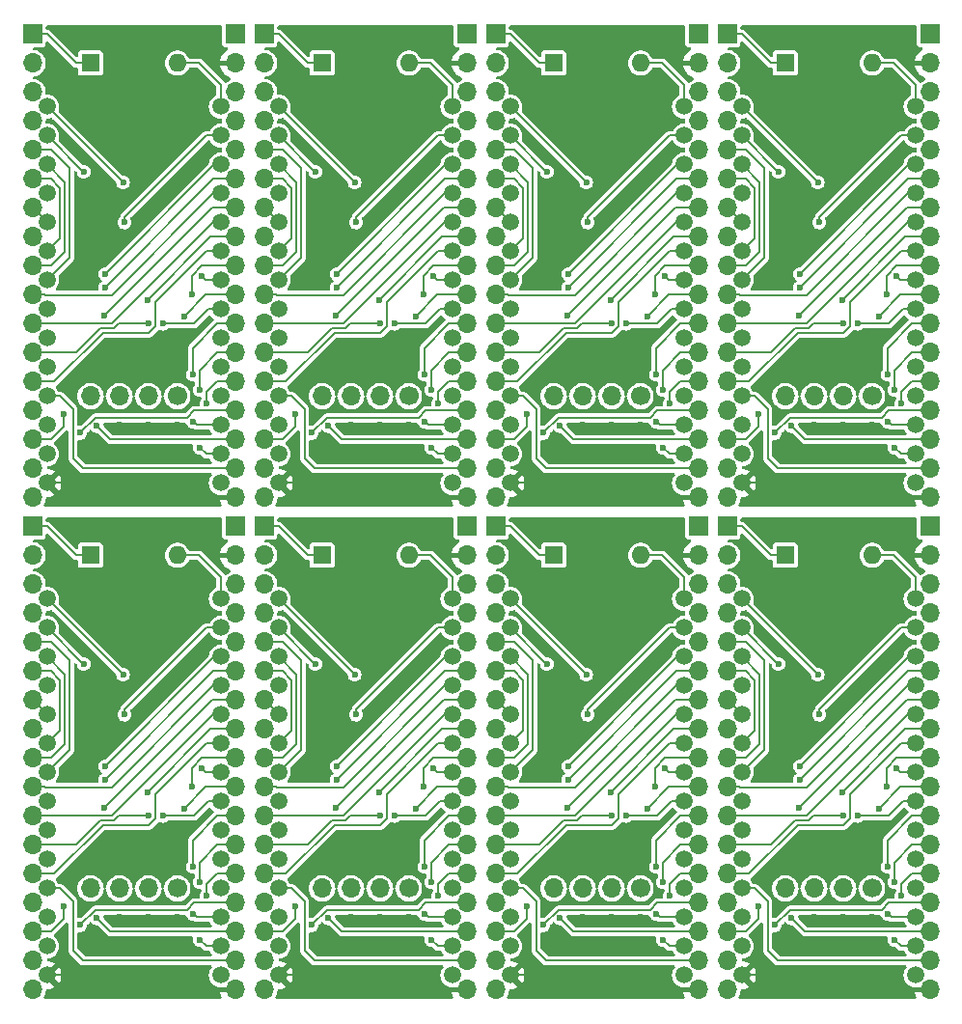
<source format=gbl>
%TF.GenerationSoftware,KiCad,Pcbnew,8.0.6*%
%TF.CreationDate,2024-10-27T05:06:58+09:00*%
%TF.ProjectId,rp27c512-panel,72703237-6335-4313-922d-70616e656c2e,rev?*%
%TF.SameCoordinates,Original*%
%TF.FileFunction,Copper,L2,Bot*%
%TF.FilePolarity,Positive*%
%FSLAX46Y46*%
G04 Gerber Fmt 4.6, Leading zero omitted, Abs format (unit mm)*
G04 Created by KiCad (PCBNEW 8.0.6) date 2024-10-27 05:06:58*
%MOMM*%
%LPD*%
G01*
G04 APERTURE LIST*
%TA.AperFunction,ComponentPad*%
%ADD10O,1.700000X1.700000*%
%TD*%
%TA.AperFunction,ComponentPad*%
%ADD11R,1.700000X1.700000*%
%TD*%
%TA.AperFunction,ComponentPad*%
%ADD12C,1.500000*%
%TD*%
%TA.AperFunction,ComponentPad*%
%ADD13C,1.700000*%
%TD*%
%TA.AperFunction,ComponentPad*%
%ADD14O,1.600000X1.600000*%
%TD*%
%TA.AperFunction,ComponentPad*%
%ADD15R,1.600000X1.600000*%
%TD*%
%TA.AperFunction,ViaPad*%
%ADD16C,0.600000*%
%TD*%
%TA.AperFunction,Conductor*%
%ADD17C,0.200000*%
%TD*%
G04 APERTURE END LIST*
D10*
%TO.P,J2,17,Pin_17*%
%TO.N,GND*%
X166370000Y-142240000D03*
%TO.P,J2,16,Pin_16*%
%TO.N,Net-(J2-Pin_16)*%
X166370000Y-139700000D03*
%TO.P,J2,15,Pin_15*%
%TO.N,Net-(J2-Pin_15)*%
X166370000Y-137160000D03*
%TO.P,J2,14,Pin_14*%
%TO.N,Net-(J2-Pin_14)*%
X166370000Y-134620000D03*
%TO.P,J2,13,Pin_13*%
%TO.N,Net-(J2-Pin_13)*%
X166370000Y-132080000D03*
%TO.P,J2,12,Pin_12*%
%TO.N,Net-(J2-Pin_12)*%
X166370000Y-129540000D03*
%TO.P,J2,11,Pin_11*%
%TO.N,Net-(J2-Pin_11)*%
X166370000Y-127000000D03*
%TO.P,J2,10,Pin_10*%
%TO.N,Net-(J2-Pin_10)*%
X166370000Y-124460000D03*
%TO.P,J2,9,Pin_9*%
%TO.N,Net-(J2-Pin_9)*%
X166370000Y-121920000D03*
%TO.P,J2,8,Pin_8*%
%TO.N,Net-(J2-Pin_8)*%
X166370000Y-119380000D03*
%TO.P,J2,7,Pin_7*%
%TO.N,Net-(J2-Pin_7)*%
X166370000Y-116840000D03*
%TO.P,J2,6,Pin_6*%
%TO.N,Net-(J2-Pin_6)*%
X166370000Y-114300000D03*
%TO.P,J2,5,Pin_5*%
%TO.N,Net-(J2-Pin_5)*%
X166370000Y-111760000D03*
%TO.P,J2,4,Pin_4*%
%TO.N,Net-(J2-Pin_4)*%
X166370000Y-109220000D03*
%TO.P,J2,3,Pin_3*%
%TO.N,Net-(J2-Pin_3)*%
X166370000Y-106680000D03*
%TO.P,J2,2,Pin_2*%
%TO.N,GND*%
X166370000Y-104140000D03*
D11*
%TO.P,J2,1,Pin_1*%
%TO.N,+3.3V*%
X166370000Y-101600000D03*
%TD*%
D10*
%TO.P,J1,17,Pin_17*%
%TO.N,Net-(J1-Pin_17)*%
X148590000Y-142240000D03*
%TO.P,J1,16,Pin_16*%
%TO.N,Net-(J1-Pin_16)*%
X148590000Y-139700000D03*
%TO.P,J1,15,Pin_15*%
%TO.N,Net-(J1-Pin_15)*%
X148590000Y-137160000D03*
%TO.P,J1,14,Pin_14*%
%TO.N,Net-(J1-Pin_14)*%
X148590000Y-134620000D03*
%TO.P,J1,13,Pin_13*%
%TO.N,Net-(J1-Pin_13)*%
X148590000Y-132080000D03*
%TO.P,J1,12,Pin_12*%
%TO.N,Net-(J1-Pin_12)*%
X148590000Y-129540000D03*
%TO.P,J1,11,Pin_11*%
%TO.N,Net-(J1-Pin_11)*%
X148590000Y-127000000D03*
%TO.P,J1,10,Pin_10*%
%TO.N,Net-(J1-Pin_10)*%
X148590000Y-124460000D03*
%TO.P,J1,9,Pin_9*%
%TO.N,Net-(J1-Pin_9)*%
X148590000Y-121920000D03*
%TO.P,J1,8,Pin_8*%
%TO.N,Net-(J1-Pin_8)*%
X148590000Y-119380000D03*
%TO.P,J1,7,Pin_7*%
%TO.N,Net-(J1-Pin_7)*%
X148590000Y-116840000D03*
%TO.P,J1,6,Pin_6*%
%TO.N,Net-(J1-Pin_6)*%
X148590000Y-114300000D03*
%TO.P,J1,5,Pin_5*%
%TO.N,Net-(J1-Pin_5)*%
X148590000Y-111760000D03*
%TO.P,J1,4,Pin_4*%
%TO.N,Net-(J1-Pin_4)*%
X148590000Y-109220000D03*
%TO.P,J1,3,Pin_3*%
%TO.N,Net-(J1-Pin_3)*%
X148590000Y-106680000D03*
%TO.P,J1,2,Pin_2*%
%TO.N,Net-(J1-Pin_2)*%
X148590000Y-104140000D03*
D11*
%TO.P,J1,1,Pin_1*%
%TO.N,Net-(D1-K)*%
X148590000Y-101600000D03*
%TD*%
D12*
%TO.P,U1,28,VCC*%
%TO.N,+5V*%
X165100000Y-107950000D03*
%TO.P,U1,27,A14*%
%TO.N,Net-(J1-Pin_16)*%
X165100000Y-110490000D03*
%TO.P,U1,26,A13*%
%TO.N,Net-(J1-Pin_15)*%
X165100000Y-113030000D03*
%TO.P,U1,25,A8*%
%TO.N,Net-(J1-Pin_10)*%
X165100000Y-115570000D03*
%TO.P,U1,24,A9*%
%TO.N,Net-(J1-Pin_11)*%
X165100000Y-118110000D03*
%TO.P,U1,23,A11*%
%TO.N,Net-(J1-Pin_13)*%
X165100000Y-120650000D03*
%TO.P,U1,22,~{OE}*%
%TO.N,Net-(J2-Pin_4)*%
X165100000Y-123190000D03*
%TO.P,U1,21,A10*%
%TO.N,Net-(J1-Pin_12)*%
X165100000Y-125730000D03*
%TO.P,U1,20,~{CE}*%
%TO.N,Net-(J2-Pin_5)*%
X165100000Y-128270000D03*
%TO.P,U1,19,D7*%
%TO.N,Net-(J2-Pin_9)*%
X165100000Y-130810000D03*
%TO.P,U1,18,D6*%
%TO.N,Net-(J2-Pin_10)*%
X165100000Y-133350000D03*
%TO.P,U1,17,D5*%
%TO.N,Net-(J2-Pin_11)*%
X165100000Y-135890000D03*
%TO.P,U1,16,D4*%
%TO.N,Net-(J2-Pin_12)*%
X165100000Y-138430000D03*
%TO.P,U1,15,D3*%
%TO.N,Net-(J2-Pin_13)*%
X165100000Y-140970000D03*
%TO.P,U1,14,GND*%
%TO.N,GND*%
X149860000Y-140970000D03*
%TO.P,U1,13,D2*%
%TO.N,Net-(J2-Pin_14)*%
X149860000Y-138430000D03*
%TO.P,U1,12,D1*%
%TO.N,Net-(J2-Pin_15)*%
X149860000Y-135890000D03*
%TO.P,U1,11,D0*%
%TO.N,Net-(J2-Pin_16)*%
X149860000Y-133350000D03*
%TO.P,U1,10,A0*%
%TO.N,Net-(J1-Pin_2)*%
X149860000Y-130810000D03*
%TO.P,U1,9,A1*%
%TO.N,Net-(J1-Pin_3)*%
X149860000Y-128270000D03*
%TO.P,U1,8,A2*%
%TO.N,Net-(J1-Pin_4)*%
X149860000Y-125730000D03*
%TO.P,U1,7,A3*%
%TO.N,Net-(J1-Pin_5)*%
X149860000Y-123190000D03*
%TO.P,U1,6,A4*%
%TO.N,Net-(J1-Pin_6)*%
X149860000Y-120650000D03*
%TO.P,U1,5,A5*%
%TO.N,Net-(J1-Pin_7)*%
X149860000Y-118110000D03*
%TO.P,U1,4,A6*%
%TO.N,Net-(J1-Pin_8)*%
X149860000Y-115570000D03*
%TO.P,U1,3,A7*%
%TO.N,Net-(J1-Pin_9)*%
X149860000Y-113030000D03*
%TO.P,U1,2,A12*%
%TO.N,Net-(J1-Pin_14)*%
X149860000Y-110490000D03*
%TO.P,U1,1,A15*%
%TO.N,Net-(J1-Pin_17)*%
X149860000Y-107950000D03*
%TD*%
D10*
%TO.P,J3,4,Pin_4*%
%TO.N,Net-(J2-Pin_6)*%
X153670000Y-133350000D03*
%TO.P,J3,3,Pin_3*%
%TO.N,Net-(J2-Pin_7)*%
X156210000Y-133350000D03*
%TO.P,J3,2,Pin_2*%
%TO.N,Net-(J2-Pin_8)*%
X158750000Y-133350000D03*
D13*
%TO.P,J3,1,Pin_1*%
%TO.N,Net-(J2-Pin_3)*%
X161290000Y-133350000D03*
%TD*%
D14*
%TO.P,D1,2,A*%
%TO.N,+5V*%
X161290000Y-104140000D03*
D15*
%TO.P,D1,1,K*%
%TO.N,Net-(D1-K)*%
X153670000Y-104140000D03*
%TD*%
D10*
%TO.P,J2,17,Pin_17*%
%TO.N,GND*%
X146050000Y-142240000D03*
%TO.P,J2,16,Pin_16*%
%TO.N,Net-(J2-Pin_16)*%
X146050000Y-139700000D03*
%TO.P,J2,15,Pin_15*%
%TO.N,Net-(J2-Pin_15)*%
X146050000Y-137160000D03*
%TO.P,J2,14,Pin_14*%
%TO.N,Net-(J2-Pin_14)*%
X146050000Y-134620000D03*
%TO.P,J2,13,Pin_13*%
%TO.N,Net-(J2-Pin_13)*%
X146050000Y-132080000D03*
%TO.P,J2,12,Pin_12*%
%TO.N,Net-(J2-Pin_12)*%
X146050000Y-129540000D03*
%TO.P,J2,11,Pin_11*%
%TO.N,Net-(J2-Pin_11)*%
X146050000Y-127000000D03*
%TO.P,J2,10,Pin_10*%
%TO.N,Net-(J2-Pin_10)*%
X146050000Y-124460000D03*
%TO.P,J2,9,Pin_9*%
%TO.N,Net-(J2-Pin_9)*%
X146050000Y-121920000D03*
%TO.P,J2,8,Pin_8*%
%TO.N,Net-(J2-Pin_8)*%
X146050000Y-119380000D03*
%TO.P,J2,7,Pin_7*%
%TO.N,Net-(J2-Pin_7)*%
X146050000Y-116840000D03*
%TO.P,J2,6,Pin_6*%
%TO.N,Net-(J2-Pin_6)*%
X146050000Y-114300000D03*
%TO.P,J2,5,Pin_5*%
%TO.N,Net-(J2-Pin_5)*%
X146050000Y-111760000D03*
%TO.P,J2,4,Pin_4*%
%TO.N,Net-(J2-Pin_4)*%
X146050000Y-109220000D03*
%TO.P,J2,3,Pin_3*%
%TO.N,Net-(J2-Pin_3)*%
X146050000Y-106680000D03*
%TO.P,J2,2,Pin_2*%
%TO.N,GND*%
X146050000Y-104140000D03*
D11*
%TO.P,J2,1,Pin_1*%
%TO.N,+3.3V*%
X146050000Y-101600000D03*
%TD*%
D10*
%TO.P,J1,17,Pin_17*%
%TO.N,Net-(J1-Pin_17)*%
X128270000Y-142240000D03*
%TO.P,J1,16,Pin_16*%
%TO.N,Net-(J1-Pin_16)*%
X128270000Y-139700000D03*
%TO.P,J1,15,Pin_15*%
%TO.N,Net-(J1-Pin_15)*%
X128270000Y-137160000D03*
%TO.P,J1,14,Pin_14*%
%TO.N,Net-(J1-Pin_14)*%
X128270000Y-134620000D03*
%TO.P,J1,13,Pin_13*%
%TO.N,Net-(J1-Pin_13)*%
X128270000Y-132080000D03*
%TO.P,J1,12,Pin_12*%
%TO.N,Net-(J1-Pin_12)*%
X128270000Y-129540000D03*
%TO.P,J1,11,Pin_11*%
%TO.N,Net-(J1-Pin_11)*%
X128270000Y-127000000D03*
%TO.P,J1,10,Pin_10*%
%TO.N,Net-(J1-Pin_10)*%
X128270000Y-124460000D03*
%TO.P,J1,9,Pin_9*%
%TO.N,Net-(J1-Pin_9)*%
X128270000Y-121920000D03*
%TO.P,J1,8,Pin_8*%
%TO.N,Net-(J1-Pin_8)*%
X128270000Y-119380000D03*
%TO.P,J1,7,Pin_7*%
%TO.N,Net-(J1-Pin_7)*%
X128270000Y-116840000D03*
%TO.P,J1,6,Pin_6*%
%TO.N,Net-(J1-Pin_6)*%
X128270000Y-114300000D03*
%TO.P,J1,5,Pin_5*%
%TO.N,Net-(J1-Pin_5)*%
X128270000Y-111760000D03*
%TO.P,J1,4,Pin_4*%
%TO.N,Net-(J1-Pin_4)*%
X128270000Y-109220000D03*
%TO.P,J1,3,Pin_3*%
%TO.N,Net-(J1-Pin_3)*%
X128270000Y-106680000D03*
%TO.P,J1,2,Pin_2*%
%TO.N,Net-(J1-Pin_2)*%
X128270000Y-104140000D03*
D11*
%TO.P,J1,1,Pin_1*%
%TO.N,Net-(D1-K)*%
X128270000Y-101600000D03*
%TD*%
D12*
%TO.P,U1,28,VCC*%
%TO.N,+5V*%
X144780000Y-107950000D03*
%TO.P,U1,27,A14*%
%TO.N,Net-(J1-Pin_16)*%
X144780000Y-110490000D03*
%TO.P,U1,26,A13*%
%TO.N,Net-(J1-Pin_15)*%
X144780000Y-113030000D03*
%TO.P,U1,25,A8*%
%TO.N,Net-(J1-Pin_10)*%
X144780000Y-115570000D03*
%TO.P,U1,24,A9*%
%TO.N,Net-(J1-Pin_11)*%
X144780000Y-118110000D03*
%TO.P,U1,23,A11*%
%TO.N,Net-(J1-Pin_13)*%
X144780000Y-120650000D03*
%TO.P,U1,22,~{OE}*%
%TO.N,Net-(J2-Pin_4)*%
X144780000Y-123190000D03*
%TO.P,U1,21,A10*%
%TO.N,Net-(J1-Pin_12)*%
X144780000Y-125730000D03*
%TO.P,U1,20,~{CE}*%
%TO.N,Net-(J2-Pin_5)*%
X144780000Y-128270000D03*
%TO.P,U1,19,D7*%
%TO.N,Net-(J2-Pin_9)*%
X144780000Y-130810000D03*
%TO.P,U1,18,D6*%
%TO.N,Net-(J2-Pin_10)*%
X144780000Y-133350000D03*
%TO.P,U1,17,D5*%
%TO.N,Net-(J2-Pin_11)*%
X144780000Y-135890000D03*
%TO.P,U1,16,D4*%
%TO.N,Net-(J2-Pin_12)*%
X144780000Y-138430000D03*
%TO.P,U1,15,D3*%
%TO.N,Net-(J2-Pin_13)*%
X144780000Y-140970000D03*
%TO.P,U1,14,GND*%
%TO.N,GND*%
X129540000Y-140970000D03*
%TO.P,U1,13,D2*%
%TO.N,Net-(J2-Pin_14)*%
X129540000Y-138430000D03*
%TO.P,U1,12,D1*%
%TO.N,Net-(J2-Pin_15)*%
X129540000Y-135890000D03*
%TO.P,U1,11,D0*%
%TO.N,Net-(J2-Pin_16)*%
X129540000Y-133350000D03*
%TO.P,U1,10,A0*%
%TO.N,Net-(J1-Pin_2)*%
X129540000Y-130810000D03*
%TO.P,U1,9,A1*%
%TO.N,Net-(J1-Pin_3)*%
X129540000Y-128270000D03*
%TO.P,U1,8,A2*%
%TO.N,Net-(J1-Pin_4)*%
X129540000Y-125730000D03*
%TO.P,U1,7,A3*%
%TO.N,Net-(J1-Pin_5)*%
X129540000Y-123190000D03*
%TO.P,U1,6,A4*%
%TO.N,Net-(J1-Pin_6)*%
X129540000Y-120650000D03*
%TO.P,U1,5,A5*%
%TO.N,Net-(J1-Pin_7)*%
X129540000Y-118110000D03*
%TO.P,U1,4,A6*%
%TO.N,Net-(J1-Pin_8)*%
X129540000Y-115570000D03*
%TO.P,U1,3,A7*%
%TO.N,Net-(J1-Pin_9)*%
X129540000Y-113030000D03*
%TO.P,U1,2,A12*%
%TO.N,Net-(J1-Pin_14)*%
X129540000Y-110490000D03*
%TO.P,U1,1,A15*%
%TO.N,Net-(J1-Pin_17)*%
X129540000Y-107950000D03*
%TD*%
D10*
%TO.P,J3,4,Pin_4*%
%TO.N,Net-(J2-Pin_6)*%
X133350000Y-133350000D03*
%TO.P,J3,3,Pin_3*%
%TO.N,Net-(J2-Pin_7)*%
X135890000Y-133350000D03*
%TO.P,J3,2,Pin_2*%
%TO.N,Net-(J2-Pin_8)*%
X138430000Y-133350000D03*
D13*
%TO.P,J3,1,Pin_1*%
%TO.N,Net-(J2-Pin_3)*%
X140970000Y-133350000D03*
%TD*%
D14*
%TO.P,D1,2,A*%
%TO.N,+5V*%
X140970000Y-104140000D03*
D15*
%TO.P,D1,1,K*%
%TO.N,Net-(D1-K)*%
X133350000Y-104140000D03*
%TD*%
D10*
%TO.P,J2,17,Pin_17*%
%TO.N,GND*%
X125730000Y-142240000D03*
%TO.P,J2,16,Pin_16*%
%TO.N,Net-(J2-Pin_16)*%
X125730000Y-139700000D03*
%TO.P,J2,15,Pin_15*%
%TO.N,Net-(J2-Pin_15)*%
X125730000Y-137160000D03*
%TO.P,J2,14,Pin_14*%
%TO.N,Net-(J2-Pin_14)*%
X125730000Y-134620000D03*
%TO.P,J2,13,Pin_13*%
%TO.N,Net-(J2-Pin_13)*%
X125730000Y-132080000D03*
%TO.P,J2,12,Pin_12*%
%TO.N,Net-(J2-Pin_12)*%
X125730000Y-129540000D03*
%TO.P,J2,11,Pin_11*%
%TO.N,Net-(J2-Pin_11)*%
X125730000Y-127000000D03*
%TO.P,J2,10,Pin_10*%
%TO.N,Net-(J2-Pin_10)*%
X125730000Y-124460000D03*
%TO.P,J2,9,Pin_9*%
%TO.N,Net-(J2-Pin_9)*%
X125730000Y-121920000D03*
%TO.P,J2,8,Pin_8*%
%TO.N,Net-(J2-Pin_8)*%
X125730000Y-119380000D03*
%TO.P,J2,7,Pin_7*%
%TO.N,Net-(J2-Pin_7)*%
X125730000Y-116840000D03*
%TO.P,J2,6,Pin_6*%
%TO.N,Net-(J2-Pin_6)*%
X125730000Y-114300000D03*
%TO.P,J2,5,Pin_5*%
%TO.N,Net-(J2-Pin_5)*%
X125730000Y-111760000D03*
%TO.P,J2,4,Pin_4*%
%TO.N,Net-(J2-Pin_4)*%
X125730000Y-109220000D03*
%TO.P,J2,3,Pin_3*%
%TO.N,Net-(J2-Pin_3)*%
X125730000Y-106680000D03*
%TO.P,J2,2,Pin_2*%
%TO.N,GND*%
X125730000Y-104140000D03*
D11*
%TO.P,J2,1,Pin_1*%
%TO.N,+3.3V*%
X125730000Y-101600000D03*
%TD*%
D10*
%TO.P,J1,17,Pin_17*%
%TO.N,Net-(J1-Pin_17)*%
X107950000Y-142240000D03*
%TO.P,J1,16,Pin_16*%
%TO.N,Net-(J1-Pin_16)*%
X107950000Y-139700000D03*
%TO.P,J1,15,Pin_15*%
%TO.N,Net-(J1-Pin_15)*%
X107950000Y-137160000D03*
%TO.P,J1,14,Pin_14*%
%TO.N,Net-(J1-Pin_14)*%
X107950000Y-134620000D03*
%TO.P,J1,13,Pin_13*%
%TO.N,Net-(J1-Pin_13)*%
X107950000Y-132080000D03*
%TO.P,J1,12,Pin_12*%
%TO.N,Net-(J1-Pin_12)*%
X107950000Y-129540000D03*
%TO.P,J1,11,Pin_11*%
%TO.N,Net-(J1-Pin_11)*%
X107950000Y-127000000D03*
%TO.P,J1,10,Pin_10*%
%TO.N,Net-(J1-Pin_10)*%
X107950000Y-124460000D03*
%TO.P,J1,9,Pin_9*%
%TO.N,Net-(J1-Pin_9)*%
X107950000Y-121920000D03*
%TO.P,J1,8,Pin_8*%
%TO.N,Net-(J1-Pin_8)*%
X107950000Y-119380000D03*
%TO.P,J1,7,Pin_7*%
%TO.N,Net-(J1-Pin_7)*%
X107950000Y-116840000D03*
%TO.P,J1,6,Pin_6*%
%TO.N,Net-(J1-Pin_6)*%
X107950000Y-114300000D03*
%TO.P,J1,5,Pin_5*%
%TO.N,Net-(J1-Pin_5)*%
X107950000Y-111760000D03*
%TO.P,J1,4,Pin_4*%
%TO.N,Net-(J1-Pin_4)*%
X107950000Y-109220000D03*
%TO.P,J1,3,Pin_3*%
%TO.N,Net-(J1-Pin_3)*%
X107950000Y-106680000D03*
%TO.P,J1,2,Pin_2*%
%TO.N,Net-(J1-Pin_2)*%
X107950000Y-104140000D03*
D11*
%TO.P,J1,1,Pin_1*%
%TO.N,Net-(D1-K)*%
X107950000Y-101600000D03*
%TD*%
D12*
%TO.P,U1,28,VCC*%
%TO.N,+5V*%
X124460000Y-107950000D03*
%TO.P,U1,27,A14*%
%TO.N,Net-(J1-Pin_16)*%
X124460000Y-110490000D03*
%TO.P,U1,26,A13*%
%TO.N,Net-(J1-Pin_15)*%
X124460000Y-113030000D03*
%TO.P,U1,25,A8*%
%TO.N,Net-(J1-Pin_10)*%
X124460000Y-115570000D03*
%TO.P,U1,24,A9*%
%TO.N,Net-(J1-Pin_11)*%
X124460000Y-118110000D03*
%TO.P,U1,23,A11*%
%TO.N,Net-(J1-Pin_13)*%
X124460000Y-120650000D03*
%TO.P,U1,22,~{OE}*%
%TO.N,Net-(J2-Pin_4)*%
X124460000Y-123190000D03*
%TO.P,U1,21,A10*%
%TO.N,Net-(J1-Pin_12)*%
X124460000Y-125730000D03*
%TO.P,U1,20,~{CE}*%
%TO.N,Net-(J2-Pin_5)*%
X124460000Y-128270000D03*
%TO.P,U1,19,D7*%
%TO.N,Net-(J2-Pin_9)*%
X124460000Y-130810000D03*
%TO.P,U1,18,D6*%
%TO.N,Net-(J2-Pin_10)*%
X124460000Y-133350000D03*
%TO.P,U1,17,D5*%
%TO.N,Net-(J2-Pin_11)*%
X124460000Y-135890000D03*
%TO.P,U1,16,D4*%
%TO.N,Net-(J2-Pin_12)*%
X124460000Y-138430000D03*
%TO.P,U1,15,D3*%
%TO.N,Net-(J2-Pin_13)*%
X124460000Y-140970000D03*
%TO.P,U1,14,GND*%
%TO.N,GND*%
X109220000Y-140970000D03*
%TO.P,U1,13,D2*%
%TO.N,Net-(J2-Pin_14)*%
X109220000Y-138430000D03*
%TO.P,U1,12,D1*%
%TO.N,Net-(J2-Pin_15)*%
X109220000Y-135890000D03*
%TO.P,U1,11,D0*%
%TO.N,Net-(J2-Pin_16)*%
X109220000Y-133350000D03*
%TO.P,U1,10,A0*%
%TO.N,Net-(J1-Pin_2)*%
X109220000Y-130810000D03*
%TO.P,U1,9,A1*%
%TO.N,Net-(J1-Pin_3)*%
X109220000Y-128270000D03*
%TO.P,U1,8,A2*%
%TO.N,Net-(J1-Pin_4)*%
X109220000Y-125730000D03*
%TO.P,U1,7,A3*%
%TO.N,Net-(J1-Pin_5)*%
X109220000Y-123190000D03*
%TO.P,U1,6,A4*%
%TO.N,Net-(J1-Pin_6)*%
X109220000Y-120650000D03*
%TO.P,U1,5,A5*%
%TO.N,Net-(J1-Pin_7)*%
X109220000Y-118110000D03*
%TO.P,U1,4,A6*%
%TO.N,Net-(J1-Pin_8)*%
X109220000Y-115570000D03*
%TO.P,U1,3,A7*%
%TO.N,Net-(J1-Pin_9)*%
X109220000Y-113030000D03*
%TO.P,U1,2,A12*%
%TO.N,Net-(J1-Pin_14)*%
X109220000Y-110490000D03*
%TO.P,U1,1,A15*%
%TO.N,Net-(J1-Pin_17)*%
X109220000Y-107950000D03*
%TD*%
D10*
%TO.P,J3,4,Pin_4*%
%TO.N,Net-(J2-Pin_6)*%
X113030000Y-133350000D03*
%TO.P,J3,3,Pin_3*%
%TO.N,Net-(J2-Pin_7)*%
X115570000Y-133350000D03*
%TO.P,J3,2,Pin_2*%
%TO.N,Net-(J2-Pin_8)*%
X118110000Y-133350000D03*
D13*
%TO.P,J3,1,Pin_1*%
%TO.N,Net-(J2-Pin_3)*%
X120650000Y-133350000D03*
%TD*%
D14*
%TO.P,D1,2,A*%
%TO.N,+5V*%
X120650000Y-104140000D03*
D15*
%TO.P,D1,1,K*%
%TO.N,Net-(D1-K)*%
X113030000Y-104140000D03*
%TD*%
D10*
%TO.P,J2,17,Pin_17*%
%TO.N,GND*%
X105410000Y-142240000D03*
%TO.P,J2,16,Pin_16*%
%TO.N,Net-(J2-Pin_16)*%
X105410000Y-139700000D03*
%TO.P,J2,15,Pin_15*%
%TO.N,Net-(J2-Pin_15)*%
X105410000Y-137160000D03*
%TO.P,J2,14,Pin_14*%
%TO.N,Net-(J2-Pin_14)*%
X105410000Y-134620000D03*
%TO.P,J2,13,Pin_13*%
%TO.N,Net-(J2-Pin_13)*%
X105410000Y-132080000D03*
%TO.P,J2,12,Pin_12*%
%TO.N,Net-(J2-Pin_12)*%
X105410000Y-129540000D03*
%TO.P,J2,11,Pin_11*%
%TO.N,Net-(J2-Pin_11)*%
X105410000Y-127000000D03*
%TO.P,J2,10,Pin_10*%
%TO.N,Net-(J2-Pin_10)*%
X105410000Y-124460000D03*
%TO.P,J2,9,Pin_9*%
%TO.N,Net-(J2-Pin_9)*%
X105410000Y-121920000D03*
%TO.P,J2,8,Pin_8*%
%TO.N,Net-(J2-Pin_8)*%
X105410000Y-119380000D03*
%TO.P,J2,7,Pin_7*%
%TO.N,Net-(J2-Pin_7)*%
X105410000Y-116840000D03*
%TO.P,J2,6,Pin_6*%
%TO.N,Net-(J2-Pin_6)*%
X105410000Y-114300000D03*
%TO.P,J2,5,Pin_5*%
%TO.N,Net-(J2-Pin_5)*%
X105410000Y-111760000D03*
%TO.P,J2,4,Pin_4*%
%TO.N,Net-(J2-Pin_4)*%
X105410000Y-109220000D03*
%TO.P,J2,3,Pin_3*%
%TO.N,Net-(J2-Pin_3)*%
X105410000Y-106680000D03*
%TO.P,J2,2,Pin_2*%
%TO.N,GND*%
X105410000Y-104140000D03*
D11*
%TO.P,J2,1,Pin_1*%
%TO.N,+3.3V*%
X105410000Y-101600000D03*
%TD*%
D10*
%TO.P,J1,17,Pin_17*%
%TO.N,Net-(J1-Pin_17)*%
X87630000Y-142240000D03*
%TO.P,J1,16,Pin_16*%
%TO.N,Net-(J1-Pin_16)*%
X87630000Y-139700000D03*
%TO.P,J1,15,Pin_15*%
%TO.N,Net-(J1-Pin_15)*%
X87630000Y-137160000D03*
%TO.P,J1,14,Pin_14*%
%TO.N,Net-(J1-Pin_14)*%
X87630000Y-134620000D03*
%TO.P,J1,13,Pin_13*%
%TO.N,Net-(J1-Pin_13)*%
X87630000Y-132080000D03*
%TO.P,J1,12,Pin_12*%
%TO.N,Net-(J1-Pin_12)*%
X87630000Y-129540000D03*
%TO.P,J1,11,Pin_11*%
%TO.N,Net-(J1-Pin_11)*%
X87630000Y-127000000D03*
%TO.P,J1,10,Pin_10*%
%TO.N,Net-(J1-Pin_10)*%
X87630000Y-124460000D03*
%TO.P,J1,9,Pin_9*%
%TO.N,Net-(J1-Pin_9)*%
X87630000Y-121920000D03*
%TO.P,J1,8,Pin_8*%
%TO.N,Net-(J1-Pin_8)*%
X87630000Y-119380000D03*
%TO.P,J1,7,Pin_7*%
%TO.N,Net-(J1-Pin_7)*%
X87630000Y-116840000D03*
%TO.P,J1,6,Pin_6*%
%TO.N,Net-(J1-Pin_6)*%
X87630000Y-114300000D03*
%TO.P,J1,5,Pin_5*%
%TO.N,Net-(J1-Pin_5)*%
X87630000Y-111760000D03*
%TO.P,J1,4,Pin_4*%
%TO.N,Net-(J1-Pin_4)*%
X87630000Y-109220000D03*
%TO.P,J1,3,Pin_3*%
%TO.N,Net-(J1-Pin_3)*%
X87630000Y-106680000D03*
%TO.P,J1,2,Pin_2*%
%TO.N,Net-(J1-Pin_2)*%
X87630000Y-104140000D03*
D11*
%TO.P,J1,1,Pin_1*%
%TO.N,Net-(D1-K)*%
X87630000Y-101600000D03*
%TD*%
D12*
%TO.P,U1,28,VCC*%
%TO.N,+5V*%
X104140000Y-107950000D03*
%TO.P,U1,27,A14*%
%TO.N,Net-(J1-Pin_16)*%
X104140000Y-110490000D03*
%TO.P,U1,26,A13*%
%TO.N,Net-(J1-Pin_15)*%
X104140000Y-113030000D03*
%TO.P,U1,25,A8*%
%TO.N,Net-(J1-Pin_10)*%
X104140000Y-115570000D03*
%TO.P,U1,24,A9*%
%TO.N,Net-(J1-Pin_11)*%
X104140000Y-118110000D03*
%TO.P,U1,23,A11*%
%TO.N,Net-(J1-Pin_13)*%
X104140000Y-120650000D03*
%TO.P,U1,22,~{OE}*%
%TO.N,Net-(J2-Pin_4)*%
X104140000Y-123190000D03*
%TO.P,U1,21,A10*%
%TO.N,Net-(J1-Pin_12)*%
X104140000Y-125730000D03*
%TO.P,U1,20,~{CE}*%
%TO.N,Net-(J2-Pin_5)*%
X104140000Y-128270000D03*
%TO.P,U1,19,D7*%
%TO.N,Net-(J2-Pin_9)*%
X104140000Y-130810000D03*
%TO.P,U1,18,D6*%
%TO.N,Net-(J2-Pin_10)*%
X104140000Y-133350000D03*
%TO.P,U1,17,D5*%
%TO.N,Net-(J2-Pin_11)*%
X104140000Y-135890000D03*
%TO.P,U1,16,D4*%
%TO.N,Net-(J2-Pin_12)*%
X104140000Y-138430000D03*
%TO.P,U1,15,D3*%
%TO.N,Net-(J2-Pin_13)*%
X104140000Y-140970000D03*
%TO.P,U1,14,GND*%
%TO.N,GND*%
X88900000Y-140970000D03*
%TO.P,U1,13,D2*%
%TO.N,Net-(J2-Pin_14)*%
X88900000Y-138430000D03*
%TO.P,U1,12,D1*%
%TO.N,Net-(J2-Pin_15)*%
X88900000Y-135890000D03*
%TO.P,U1,11,D0*%
%TO.N,Net-(J2-Pin_16)*%
X88900000Y-133350000D03*
%TO.P,U1,10,A0*%
%TO.N,Net-(J1-Pin_2)*%
X88900000Y-130810000D03*
%TO.P,U1,9,A1*%
%TO.N,Net-(J1-Pin_3)*%
X88900000Y-128270000D03*
%TO.P,U1,8,A2*%
%TO.N,Net-(J1-Pin_4)*%
X88900000Y-125730000D03*
%TO.P,U1,7,A3*%
%TO.N,Net-(J1-Pin_5)*%
X88900000Y-123190000D03*
%TO.P,U1,6,A4*%
%TO.N,Net-(J1-Pin_6)*%
X88900000Y-120650000D03*
%TO.P,U1,5,A5*%
%TO.N,Net-(J1-Pin_7)*%
X88900000Y-118110000D03*
%TO.P,U1,4,A6*%
%TO.N,Net-(J1-Pin_8)*%
X88900000Y-115570000D03*
%TO.P,U1,3,A7*%
%TO.N,Net-(J1-Pin_9)*%
X88900000Y-113030000D03*
%TO.P,U1,2,A12*%
%TO.N,Net-(J1-Pin_14)*%
X88900000Y-110490000D03*
%TO.P,U1,1,A15*%
%TO.N,Net-(J1-Pin_17)*%
X88900000Y-107950000D03*
%TD*%
D10*
%TO.P,J3,4,Pin_4*%
%TO.N,Net-(J2-Pin_6)*%
X92710000Y-133350000D03*
%TO.P,J3,3,Pin_3*%
%TO.N,Net-(J2-Pin_7)*%
X95250000Y-133350000D03*
%TO.P,J3,2,Pin_2*%
%TO.N,Net-(J2-Pin_8)*%
X97790000Y-133350000D03*
D13*
%TO.P,J3,1,Pin_1*%
%TO.N,Net-(J2-Pin_3)*%
X100330000Y-133350000D03*
%TD*%
D14*
%TO.P,D1,2,A*%
%TO.N,+5V*%
X100330000Y-104140000D03*
D15*
%TO.P,D1,1,K*%
%TO.N,Net-(D1-K)*%
X92710000Y-104140000D03*
%TD*%
D10*
%TO.P,J2,17,Pin_17*%
%TO.N,GND*%
X166370000Y-99060000D03*
%TO.P,J2,16,Pin_16*%
%TO.N,Net-(J2-Pin_16)*%
X166370000Y-96520000D03*
%TO.P,J2,15,Pin_15*%
%TO.N,Net-(J2-Pin_15)*%
X166370000Y-93980000D03*
%TO.P,J2,14,Pin_14*%
%TO.N,Net-(J2-Pin_14)*%
X166370000Y-91440000D03*
%TO.P,J2,13,Pin_13*%
%TO.N,Net-(J2-Pin_13)*%
X166370000Y-88900000D03*
%TO.P,J2,12,Pin_12*%
%TO.N,Net-(J2-Pin_12)*%
X166370000Y-86360000D03*
%TO.P,J2,11,Pin_11*%
%TO.N,Net-(J2-Pin_11)*%
X166370000Y-83820000D03*
%TO.P,J2,10,Pin_10*%
%TO.N,Net-(J2-Pin_10)*%
X166370000Y-81280000D03*
%TO.P,J2,9,Pin_9*%
%TO.N,Net-(J2-Pin_9)*%
X166370000Y-78740000D03*
%TO.P,J2,8,Pin_8*%
%TO.N,Net-(J2-Pin_8)*%
X166370000Y-76200000D03*
%TO.P,J2,7,Pin_7*%
%TO.N,Net-(J2-Pin_7)*%
X166370000Y-73660000D03*
%TO.P,J2,6,Pin_6*%
%TO.N,Net-(J2-Pin_6)*%
X166370000Y-71120000D03*
%TO.P,J2,5,Pin_5*%
%TO.N,Net-(J2-Pin_5)*%
X166370000Y-68580000D03*
%TO.P,J2,4,Pin_4*%
%TO.N,Net-(J2-Pin_4)*%
X166370000Y-66040000D03*
%TO.P,J2,3,Pin_3*%
%TO.N,Net-(J2-Pin_3)*%
X166370000Y-63500000D03*
%TO.P,J2,2,Pin_2*%
%TO.N,GND*%
X166370000Y-60960000D03*
D11*
%TO.P,J2,1,Pin_1*%
%TO.N,+3.3V*%
X166370000Y-58420000D03*
%TD*%
D10*
%TO.P,J1,17,Pin_17*%
%TO.N,Net-(J1-Pin_17)*%
X148590000Y-99060000D03*
%TO.P,J1,16,Pin_16*%
%TO.N,Net-(J1-Pin_16)*%
X148590000Y-96520000D03*
%TO.P,J1,15,Pin_15*%
%TO.N,Net-(J1-Pin_15)*%
X148590000Y-93980000D03*
%TO.P,J1,14,Pin_14*%
%TO.N,Net-(J1-Pin_14)*%
X148590000Y-91440000D03*
%TO.P,J1,13,Pin_13*%
%TO.N,Net-(J1-Pin_13)*%
X148590000Y-88900000D03*
%TO.P,J1,12,Pin_12*%
%TO.N,Net-(J1-Pin_12)*%
X148590000Y-86360000D03*
%TO.P,J1,11,Pin_11*%
%TO.N,Net-(J1-Pin_11)*%
X148590000Y-83820000D03*
%TO.P,J1,10,Pin_10*%
%TO.N,Net-(J1-Pin_10)*%
X148590000Y-81280000D03*
%TO.P,J1,9,Pin_9*%
%TO.N,Net-(J1-Pin_9)*%
X148590000Y-78740000D03*
%TO.P,J1,8,Pin_8*%
%TO.N,Net-(J1-Pin_8)*%
X148590000Y-76200000D03*
%TO.P,J1,7,Pin_7*%
%TO.N,Net-(J1-Pin_7)*%
X148590000Y-73660000D03*
%TO.P,J1,6,Pin_6*%
%TO.N,Net-(J1-Pin_6)*%
X148590000Y-71120000D03*
%TO.P,J1,5,Pin_5*%
%TO.N,Net-(J1-Pin_5)*%
X148590000Y-68580000D03*
%TO.P,J1,4,Pin_4*%
%TO.N,Net-(J1-Pin_4)*%
X148590000Y-66040000D03*
%TO.P,J1,3,Pin_3*%
%TO.N,Net-(J1-Pin_3)*%
X148590000Y-63500000D03*
%TO.P,J1,2,Pin_2*%
%TO.N,Net-(J1-Pin_2)*%
X148590000Y-60960000D03*
D11*
%TO.P,J1,1,Pin_1*%
%TO.N,Net-(D1-K)*%
X148590000Y-58420000D03*
%TD*%
D12*
%TO.P,U1,28,VCC*%
%TO.N,+5V*%
X165100000Y-64770000D03*
%TO.P,U1,27,A14*%
%TO.N,Net-(J1-Pin_16)*%
X165100000Y-67310000D03*
%TO.P,U1,26,A13*%
%TO.N,Net-(J1-Pin_15)*%
X165100000Y-69850000D03*
%TO.P,U1,25,A8*%
%TO.N,Net-(J1-Pin_10)*%
X165100000Y-72390000D03*
%TO.P,U1,24,A9*%
%TO.N,Net-(J1-Pin_11)*%
X165100000Y-74930000D03*
%TO.P,U1,23,A11*%
%TO.N,Net-(J1-Pin_13)*%
X165100000Y-77470000D03*
%TO.P,U1,22,~{OE}*%
%TO.N,Net-(J2-Pin_4)*%
X165100000Y-80010000D03*
%TO.P,U1,21,A10*%
%TO.N,Net-(J1-Pin_12)*%
X165100000Y-82550000D03*
%TO.P,U1,20,~{CE}*%
%TO.N,Net-(J2-Pin_5)*%
X165100000Y-85090000D03*
%TO.P,U1,19,D7*%
%TO.N,Net-(J2-Pin_9)*%
X165100000Y-87630000D03*
%TO.P,U1,18,D6*%
%TO.N,Net-(J2-Pin_10)*%
X165100000Y-90170000D03*
%TO.P,U1,17,D5*%
%TO.N,Net-(J2-Pin_11)*%
X165100000Y-92710000D03*
%TO.P,U1,16,D4*%
%TO.N,Net-(J2-Pin_12)*%
X165100000Y-95250000D03*
%TO.P,U1,15,D3*%
%TO.N,Net-(J2-Pin_13)*%
X165100000Y-97790000D03*
%TO.P,U1,14,GND*%
%TO.N,GND*%
X149860000Y-97790000D03*
%TO.P,U1,13,D2*%
%TO.N,Net-(J2-Pin_14)*%
X149860000Y-95250000D03*
%TO.P,U1,12,D1*%
%TO.N,Net-(J2-Pin_15)*%
X149860000Y-92710000D03*
%TO.P,U1,11,D0*%
%TO.N,Net-(J2-Pin_16)*%
X149860000Y-90170000D03*
%TO.P,U1,10,A0*%
%TO.N,Net-(J1-Pin_2)*%
X149860000Y-87630000D03*
%TO.P,U1,9,A1*%
%TO.N,Net-(J1-Pin_3)*%
X149860000Y-85090000D03*
%TO.P,U1,8,A2*%
%TO.N,Net-(J1-Pin_4)*%
X149860000Y-82550000D03*
%TO.P,U1,7,A3*%
%TO.N,Net-(J1-Pin_5)*%
X149860000Y-80010000D03*
%TO.P,U1,6,A4*%
%TO.N,Net-(J1-Pin_6)*%
X149860000Y-77470000D03*
%TO.P,U1,5,A5*%
%TO.N,Net-(J1-Pin_7)*%
X149860000Y-74930000D03*
%TO.P,U1,4,A6*%
%TO.N,Net-(J1-Pin_8)*%
X149860000Y-72390000D03*
%TO.P,U1,3,A7*%
%TO.N,Net-(J1-Pin_9)*%
X149860000Y-69850000D03*
%TO.P,U1,2,A12*%
%TO.N,Net-(J1-Pin_14)*%
X149860000Y-67310000D03*
%TO.P,U1,1,A15*%
%TO.N,Net-(J1-Pin_17)*%
X149860000Y-64770000D03*
%TD*%
D10*
%TO.P,J3,4,Pin_4*%
%TO.N,Net-(J2-Pin_6)*%
X153670000Y-90170000D03*
%TO.P,J3,3,Pin_3*%
%TO.N,Net-(J2-Pin_7)*%
X156210000Y-90170000D03*
%TO.P,J3,2,Pin_2*%
%TO.N,Net-(J2-Pin_8)*%
X158750000Y-90170000D03*
D13*
%TO.P,J3,1,Pin_1*%
%TO.N,Net-(J2-Pin_3)*%
X161290000Y-90170000D03*
%TD*%
D14*
%TO.P,D1,2,A*%
%TO.N,+5V*%
X161290000Y-60960000D03*
D15*
%TO.P,D1,1,K*%
%TO.N,Net-(D1-K)*%
X153670000Y-60960000D03*
%TD*%
D10*
%TO.P,J2,17,Pin_17*%
%TO.N,GND*%
X146050000Y-99060000D03*
%TO.P,J2,16,Pin_16*%
%TO.N,Net-(J2-Pin_16)*%
X146050000Y-96520000D03*
%TO.P,J2,15,Pin_15*%
%TO.N,Net-(J2-Pin_15)*%
X146050000Y-93980000D03*
%TO.P,J2,14,Pin_14*%
%TO.N,Net-(J2-Pin_14)*%
X146050000Y-91440000D03*
%TO.P,J2,13,Pin_13*%
%TO.N,Net-(J2-Pin_13)*%
X146050000Y-88900000D03*
%TO.P,J2,12,Pin_12*%
%TO.N,Net-(J2-Pin_12)*%
X146050000Y-86360000D03*
%TO.P,J2,11,Pin_11*%
%TO.N,Net-(J2-Pin_11)*%
X146050000Y-83820000D03*
%TO.P,J2,10,Pin_10*%
%TO.N,Net-(J2-Pin_10)*%
X146050000Y-81280000D03*
%TO.P,J2,9,Pin_9*%
%TO.N,Net-(J2-Pin_9)*%
X146050000Y-78740000D03*
%TO.P,J2,8,Pin_8*%
%TO.N,Net-(J2-Pin_8)*%
X146050000Y-76200000D03*
%TO.P,J2,7,Pin_7*%
%TO.N,Net-(J2-Pin_7)*%
X146050000Y-73660000D03*
%TO.P,J2,6,Pin_6*%
%TO.N,Net-(J2-Pin_6)*%
X146050000Y-71120000D03*
%TO.P,J2,5,Pin_5*%
%TO.N,Net-(J2-Pin_5)*%
X146050000Y-68580000D03*
%TO.P,J2,4,Pin_4*%
%TO.N,Net-(J2-Pin_4)*%
X146050000Y-66040000D03*
%TO.P,J2,3,Pin_3*%
%TO.N,Net-(J2-Pin_3)*%
X146050000Y-63500000D03*
%TO.P,J2,2,Pin_2*%
%TO.N,GND*%
X146050000Y-60960000D03*
D11*
%TO.P,J2,1,Pin_1*%
%TO.N,+3.3V*%
X146050000Y-58420000D03*
%TD*%
D10*
%TO.P,J1,17,Pin_17*%
%TO.N,Net-(J1-Pin_17)*%
X128270000Y-99060000D03*
%TO.P,J1,16,Pin_16*%
%TO.N,Net-(J1-Pin_16)*%
X128270000Y-96520000D03*
%TO.P,J1,15,Pin_15*%
%TO.N,Net-(J1-Pin_15)*%
X128270000Y-93980000D03*
%TO.P,J1,14,Pin_14*%
%TO.N,Net-(J1-Pin_14)*%
X128270000Y-91440000D03*
%TO.P,J1,13,Pin_13*%
%TO.N,Net-(J1-Pin_13)*%
X128270000Y-88900000D03*
%TO.P,J1,12,Pin_12*%
%TO.N,Net-(J1-Pin_12)*%
X128270000Y-86360000D03*
%TO.P,J1,11,Pin_11*%
%TO.N,Net-(J1-Pin_11)*%
X128270000Y-83820000D03*
%TO.P,J1,10,Pin_10*%
%TO.N,Net-(J1-Pin_10)*%
X128270000Y-81280000D03*
%TO.P,J1,9,Pin_9*%
%TO.N,Net-(J1-Pin_9)*%
X128270000Y-78740000D03*
%TO.P,J1,8,Pin_8*%
%TO.N,Net-(J1-Pin_8)*%
X128270000Y-76200000D03*
%TO.P,J1,7,Pin_7*%
%TO.N,Net-(J1-Pin_7)*%
X128270000Y-73660000D03*
%TO.P,J1,6,Pin_6*%
%TO.N,Net-(J1-Pin_6)*%
X128270000Y-71120000D03*
%TO.P,J1,5,Pin_5*%
%TO.N,Net-(J1-Pin_5)*%
X128270000Y-68580000D03*
%TO.P,J1,4,Pin_4*%
%TO.N,Net-(J1-Pin_4)*%
X128270000Y-66040000D03*
%TO.P,J1,3,Pin_3*%
%TO.N,Net-(J1-Pin_3)*%
X128270000Y-63500000D03*
%TO.P,J1,2,Pin_2*%
%TO.N,Net-(J1-Pin_2)*%
X128270000Y-60960000D03*
D11*
%TO.P,J1,1,Pin_1*%
%TO.N,Net-(D1-K)*%
X128270000Y-58420000D03*
%TD*%
D12*
%TO.P,U1,28,VCC*%
%TO.N,+5V*%
X144780000Y-64770000D03*
%TO.P,U1,27,A14*%
%TO.N,Net-(J1-Pin_16)*%
X144780000Y-67310000D03*
%TO.P,U1,26,A13*%
%TO.N,Net-(J1-Pin_15)*%
X144780000Y-69850000D03*
%TO.P,U1,25,A8*%
%TO.N,Net-(J1-Pin_10)*%
X144780000Y-72390000D03*
%TO.P,U1,24,A9*%
%TO.N,Net-(J1-Pin_11)*%
X144780000Y-74930000D03*
%TO.P,U1,23,A11*%
%TO.N,Net-(J1-Pin_13)*%
X144780000Y-77470000D03*
%TO.P,U1,22,~{OE}*%
%TO.N,Net-(J2-Pin_4)*%
X144780000Y-80010000D03*
%TO.P,U1,21,A10*%
%TO.N,Net-(J1-Pin_12)*%
X144780000Y-82550000D03*
%TO.P,U1,20,~{CE}*%
%TO.N,Net-(J2-Pin_5)*%
X144780000Y-85090000D03*
%TO.P,U1,19,D7*%
%TO.N,Net-(J2-Pin_9)*%
X144780000Y-87630000D03*
%TO.P,U1,18,D6*%
%TO.N,Net-(J2-Pin_10)*%
X144780000Y-90170000D03*
%TO.P,U1,17,D5*%
%TO.N,Net-(J2-Pin_11)*%
X144780000Y-92710000D03*
%TO.P,U1,16,D4*%
%TO.N,Net-(J2-Pin_12)*%
X144780000Y-95250000D03*
%TO.P,U1,15,D3*%
%TO.N,Net-(J2-Pin_13)*%
X144780000Y-97790000D03*
%TO.P,U1,14,GND*%
%TO.N,GND*%
X129540000Y-97790000D03*
%TO.P,U1,13,D2*%
%TO.N,Net-(J2-Pin_14)*%
X129540000Y-95250000D03*
%TO.P,U1,12,D1*%
%TO.N,Net-(J2-Pin_15)*%
X129540000Y-92710000D03*
%TO.P,U1,11,D0*%
%TO.N,Net-(J2-Pin_16)*%
X129540000Y-90170000D03*
%TO.P,U1,10,A0*%
%TO.N,Net-(J1-Pin_2)*%
X129540000Y-87630000D03*
%TO.P,U1,9,A1*%
%TO.N,Net-(J1-Pin_3)*%
X129540000Y-85090000D03*
%TO.P,U1,8,A2*%
%TO.N,Net-(J1-Pin_4)*%
X129540000Y-82550000D03*
%TO.P,U1,7,A3*%
%TO.N,Net-(J1-Pin_5)*%
X129540000Y-80010000D03*
%TO.P,U1,6,A4*%
%TO.N,Net-(J1-Pin_6)*%
X129540000Y-77470000D03*
%TO.P,U1,5,A5*%
%TO.N,Net-(J1-Pin_7)*%
X129540000Y-74930000D03*
%TO.P,U1,4,A6*%
%TO.N,Net-(J1-Pin_8)*%
X129540000Y-72390000D03*
%TO.P,U1,3,A7*%
%TO.N,Net-(J1-Pin_9)*%
X129540000Y-69850000D03*
%TO.P,U1,2,A12*%
%TO.N,Net-(J1-Pin_14)*%
X129540000Y-67310000D03*
%TO.P,U1,1,A15*%
%TO.N,Net-(J1-Pin_17)*%
X129540000Y-64770000D03*
%TD*%
D10*
%TO.P,J3,4,Pin_4*%
%TO.N,Net-(J2-Pin_6)*%
X133350000Y-90170000D03*
%TO.P,J3,3,Pin_3*%
%TO.N,Net-(J2-Pin_7)*%
X135890000Y-90170000D03*
%TO.P,J3,2,Pin_2*%
%TO.N,Net-(J2-Pin_8)*%
X138430000Y-90170000D03*
D13*
%TO.P,J3,1,Pin_1*%
%TO.N,Net-(J2-Pin_3)*%
X140970000Y-90170000D03*
%TD*%
D14*
%TO.P,D1,2,A*%
%TO.N,+5V*%
X140970000Y-60960000D03*
D15*
%TO.P,D1,1,K*%
%TO.N,Net-(D1-K)*%
X133350000Y-60960000D03*
%TD*%
D10*
%TO.P,J2,17,Pin_17*%
%TO.N,GND*%
X125730000Y-99060000D03*
%TO.P,J2,16,Pin_16*%
%TO.N,Net-(J2-Pin_16)*%
X125730000Y-96520000D03*
%TO.P,J2,15,Pin_15*%
%TO.N,Net-(J2-Pin_15)*%
X125730000Y-93980000D03*
%TO.P,J2,14,Pin_14*%
%TO.N,Net-(J2-Pin_14)*%
X125730000Y-91440000D03*
%TO.P,J2,13,Pin_13*%
%TO.N,Net-(J2-Pin_13)*%
X125730000Y-88900000D03*
%TO.P,J2,12,Pin_12*%
%TO.N,Net-(J2-Pin_12)*%
X125730000Y-86360000D03*
%TO.P,J2,11,Pin_11*%
%TO.N,Net-(J2-Pin_11)*%
X125730000Y-83820000D03*
%TO.P,J2,10,Pin_10*%
%TO.N,Net-(J2-Pin_10)*%
X125730000Y-81280000D03*
%TO.P,J2,9,Pin_9*%
%TO.N,Net-(J2-Pin_9)*%
X125730000Y-78740000D03*
%TO.P,J2,8,Pin_8*%
%TO.N,Net-(J2-Pin_8)*%
X125730000Y-76200000D03*
%TO.P,J2,7,Pin_7*%
%TO.N,Net-(J2-Pin_7)*%
X125730000Y-73660000D03*
%TO.P,J2,6,Pin_6*%
%TO.N,Net-(J2-Pin_6)*%
X125730000Y-71120000D03*
%TO.P,J2,5,Pin_5*%
%TO.N,Net-(J2-Pin_5)*%
X125730000Y-68580000D03*
%TO.P,J2,4,Pin_4*%
%TO.N,Net-(J2-Pin_4)*%
X125730000Y-66040000D03*
%TO.P,J2,3,Pin_3*%
%TO.N,Net-(J2-Pin_3)*%
X125730000Y-63500000D03*
%TO.P,J2,2,Pin_2*%
%TO.N,GND*%
X125730000Y-60960000D03*
D11*
%TO.P,J2,1,Pin_1*%
%TO.N,+3.3V*%
X125730000Y-58420000D03*
%TD*%
D10*
%TO.P,J1,17,Pin_17*%
%TO.N,Net-(J1-Pin_17)*%
X107950000Y-99060000D03*
%TO.P,J1,16,Pin_16*%
%TO.N,Net-(J1-Pin_16)*%
X107950000Y-96520000D03*
%TO.P,J1,15,Pin_15*%
%TO.N,Net-(J1-Pin_15)*%
X107950000Y-93980000D03*
%TO.P,J1,14,Pin_14*%
%TO.N,Net-(J1-Pin_14)*%
X107950000Y-91440000D03*
%TO.P,J1,13,Pin_13*%
%TO.N,Net-(J1-Pin_13)*%
X107950000Y-88900000D03*
%TO.P,J1,12,Pin_12*%
%TO.N,Net-(J1-Pin_12)*%
X107950000Y-86360000D03*
%TO.P,J1,11,Pin_11*%
%TO.N,Net-(J1-Pin_11)*%
X107950000Y-83820000D03*
%TO.P,J1,10,Pin_10*%
%TO.N,Net-(J1-Pin_10)*%
X107950000Y-81280000D03*
%TO.P,J1,9,Pin_9*%
%TO.N,Net-(J1-Pin_9)*%
X107950000Y-78740000D03*
%TO.P,J1,8,Pin_8*%
%TO.N,Net-(J1-Pin_8)*%
X107950000Y-76200000D03*
%TO.P,J1,7,Pin_7*%
%TO.N,Net-(J1-Pin_7)*%
X107950000Y-73660000D03*
%TO.P,J1,6,Pin_6*%
%TO.N,Net-(J1-Pin_6)*%
X107950000Y-71120000D03*
%TO.P,J1,5,Pin_5*%
%TO.N,Net-(J1-Pin_5)*%
X107950000Y-68580000D03*
%TO.P,J1,4,Pin_4*%
%TO.N,Net-(J1-Pin_4)*%
X107950000Y-66040000D03*
%TO.P,J1,3,Pin_3*%
%TO.N,Net-(J1-Pin_3)*%
X107950000Y-63500000D03*
%TO.P,J1,2,Pin_2*%
%TO.N,Net-(J1-Pin_2)*%
X107950000Y-60960000D03*
D11*
%TO.P,J1,1,Pin_1*%
%TO.N,Net-(D1-K)*%
X107950000Y-58420000D03*
%TD*%
D12*
%TO.P,U1,28,VCC*%
%TO.N,+5V*%
X124460000Y-64770000D03*
%TO.P,U1,27,A14*%
%TO.N,Net-(J1-Pin_16)*%
X124460000Y-67310000D03*
%TO.P,U1,26,A13*%
%TO.N,Net-(J1-Pin_15)*%
X124460000Y-69850000D03*
%TO.P,U1,25,A8*%
%TO.N,Net-(J1-Pin_10)*%
X124460000Y-72390000D03*
%TO.P,U1,24,A9*%
%TO.N,Net-(J1-Pin_11)*%
X124460000Y-74930000D03*
%TO.P,U1,23,A11*%
%TO.N,Net-(J1-Pin_13)*%
X124460000Y-77470000D03*
%TO.P,U1,22,~{OE}*%
%TO.N,Net-(J2-Pin_4)*%
X124460000Y-80010000D03*
%TO.P,U1,21,A10*%
%TO.N,Net-(J1-Pin_12)*%
X124460000Y-82550000D03*
%TO.P,U1,20,~{CE}*%
%TO.N,Net-(J2-Pin_5)*%
X124460000Y-85090000D03*
%TO.P,U1,19,D7*%
%TO.N,Net-(J2-Pin_9)*%
X124460000Y-87630000D03*
%TO.P,U1,18,D6*%
%TO.N,Net-(J2-Pin_10)*%
X124460000Y-90170000D03*
%TO.P,U1,17,D5*%
%TO.N,Net-(J2-Pin_11)*%
X124460000Y-92710000D03*
%TO.P,U1,16,D4*%
%TO.N,Net-(J2-Pin_12)*%
X124460000Y-95250000D03*
%TO.P,U1,15,D3*%
%TO.N,Net-(J2-Pin_13)*%
X124460000Y-97790000D03*
%TO.P,U1,14,GND*%
%TO.N,GND*%
X109220000Y-97790000D03*
%TO.P,U1,13,D2*%
%TO.N,Net-(J2-Pin_14)*%
X109220000Y-95250000D03*
%TO.P,U1,12,D1*%
%TO.N,Net-(J2-Pin_15)*%
X109220000Y-92710000D03*
%TO.P,U1,11,D0*%
%TO.N,Net-(J2-Pin_16)*%
X109220000Y-90170000D03*
%TO.P,U1,10,A0*%
%TO.N,Net-(J1-Pin_2)*%
X109220000Y-87630000D03*
%TO.P,U1,9,A1*%
%TO.N,Net-(J1-Pin_3)*%
X109220000Y-85090000D03*
%TO.P,U1,8,A2*%
%TO.N,Net-(J1-Pin_4)*%
X109220000Y-82550000D03*
%TO.P,U1,7,A3*%
%TO.N,Net-(J1-Pin_5)*%
X109220000Y-80010000D03*
%TO.P,U1,6,A4*%
%TO.N,Net-(J1-Pin_6)*%
X109220000Y-77470000D03*
%TO.P,U1,5,A5*%
%TO.N,Net-(J1-Pin_7)*%
X109220000Y-74930000D03*
%TO.P,U1,4,A6*%
%TO.N,Net-(J1-Pin_8)*%
X109220000Y-72390000D03*
%TO.P,U1,3,A7*%
%TO.N,Net-(J1-Pin_9)*%
X109220000Y-69850000D03*
%TO.P,U1,2,A12*%
%TO.N,Net-(J1-Pin_14)*%
X109220000Y-67310000D03*
%TO.P,U1,1,A15*%
%TO.N,Net-(J1-Pin_17)*%
X109220000Y-64770000D03*
%TD*%
D10*
%TO.P,J3,4,Pin_4*%
%TO.N,Net-(J2-Pin_6)*%
X113030000Y-90170000D03*
%TO.P,J3,3,Pin_3*%
%TO.N,Net-(J2-Pin_7)*%
X115570000Y-90170000D03*
%TO.P,J3,2,Pin_2*%
%TO.N,Net-(J2-Pin_8)*%
X118110000Y-90170000D03*
D13*
%TO.P,J3,1,Pin_1*%
%TO.N,Net-(J2-Pin_3)*%
X120650000Y-90170000D03*
%TD*%
D14*
%TO.P,D1,2,A*%
%TO.N,+5V*%
X120650000Y-60960000D03*
D15*
%TO.P,D1,1,K*%
%TO.N,Net-(D1-K)*%
X113030000Y-60960000D03*
%TD*%
D10*
%TO.P,J2,17,Pin_17*%
%TO.N,GND*%
X105410000Y-99060000D03*
%TO.P,J2,16,Pin_16*%
%TO.N,Net-(J2-Pin_16)*%
X105410000Y-96520000D03*
%TO.P,J2,15,Pin_15*%
%TO.N,Net-(J2-Pin_15)*%
X105410000Y-93980000D03*
%TO.P,J2,14,Pin_14*%
%TO.N,Net-(J2-Pin_14)*%
X105410000Y-91440000D03*
%TO.P,J2,13,Pin_13*%
%TO.N,Net-(J2-Pin_13)*%
X105410000Y-88900000D03*
%TO.P,J2,12,Pin_12*%
%TO.N,Net-(J2-Pin_12)*%
X105410000Y-86360000D03*
%TO.P,J2,11,Pin_11*%
%TO.N,Net-(J2-Pin_11)*%
X105410000Y-83820000D03*
%TO.P,J2,10,Pin_10*%
%TO.N,Net-(J2-Pin_10)*%
X105410000Y-81280000D03*
%TO.P,J2,9,Pin_9*%
%TO.N,Net-(J2-Pin_9)*%
X105410000Y-78740000D03*
%TO.P,J2,8,Pin_8*%
%TO.N,Net-(J2-Pin_8)*%
X105410000Y-76200000D03*
%TO.P,J2,7,Pin_7*%
%TO.N,Net-(J2-Pin_7)*%
X105410000Y-73660000D03*
%TO.P,J2,6,Pin_6*%
%TO.N,Net-(J2-Pin_6)*%
X105410000Y-71120000D03*
%TO.P,J2,5,Pin_5*%
%TO.N,Net-(J2-Pin_5)*%
X105410000Y-68580000D03*
%TO.P,J2,4,Pin_4*%
%TO.N,Net-(J2-Pin_4)*%
X105410000Y-66040000D03*
%TO.P,J2,3,Pin_3*%
%TO.N,Net-(J2-Pin_3)*%
X105410000Y-63500000D03*
%TO.P,J2,2,Pin_2*%
%TO.N,GND*%
X105410000Y-60960000D03*
D11*
%TO.P,J2,1,Pin_1*%
%TO.N,+3.3V*%
X105410000Y-58420000D03*
%TD*%
D10*
%TO.P,J3,4,Pin_4*%
%TO.N,Net-(J2-Pin_6)*%
X92710000Y-90170000D03*
%TO.P,J3,3,Pin_3*%
%TO.N,Net-(J2-Pin_7)*%
X95250000Y-90170000D03*
%TO.P,J3,2,Pin_2*%
%TO.N,Net-(J2-Pin_8)*%
X97790000Y-90170000D03*
D13*
%TO.P,J3,1,Pin_1*%
%TO.N,Net-(J2-Pin_3)*%
X100330000Y-90170000D03*
%TD*%
D10*
%TO.P,J1,17,Pin_17*%
%TO.N,Net-(J1-Pin_17)*%
X87630000Y-99060000D03*
%TO.P,J1,16,Pin_16*%
%TO.N,Net-(J1-Pin_16)*%
X87630000Y-96520000D03*
%TO.P,J1,15,Pin_15*%
%TO.N,Net-(J1-Pin_15)*%
X87630000Y-93980000D03*
%TO.P,J1,14,Pin_14*%
%TO.N,Net-(J1-Pin_14)*%
X87630000Y-91440000D03*
%TO.P,J1,13,Pin_13*%
%TO.N,Net-(J1-Pin_13)*%
X87630000Y-88900000D03*
%TO.P,J1,12,Pin_12*%
%TO.N,Net-(J1-Pin_12)*%
X87630000Y-86360000D03*
%TO.P,J1,11,Pin_11*%
%TO.N,Net-(J1-Pin_11)*%
X87630000Y-83820000D03*
%TO.P,J1,10,Pin_10*%
%TO.N,Net-(J1-Pin_10)*%
X87630000Y-81280000D03*
%TO.P,J1,9,Pin_9*%
%TO.N,Net-(J1-Pin_9)*%
X87630000Y-78740000D03*
%TO.P,J1,8,Pin_8*%
%TO.N,Net-(J1-Pin_8)*%
X87630000Y-76200000D03*
%TO.P,J1,7,Pin_7*%
%TO.N,Net-(J1-Pin_7)*%
X87630000Y-73660000D03*
%TO.P,J1,6,Pin_6*%
%TO.N,Net-(J1-Pin_6)*%
X87630000Y-71120000D03*
%TO.P,J1,5,Pin_5*%
%TO.N,Net-(J1-Pin_5)*%
X87630000Y-68580000D03*
%TO.P,J1,4,Pin_4*%
%TO.N,Net-(J1-Pin_4)*%
X87630000Y-66040000D03*
%TO.P,J1,3,Pin_3*%
%TO.N,Net-(J1-Pin_3)*%
X87630000Y-63500000D03*
%TO.P,J1,2,Pin_2*%
%TO.N,Net-(J1-Pin_2)*%
X87630000Y-60960000D03*
D11*
%TO.P,J1,1,Pin_1*%
%TO.N,Net-(D1-K)*%
X87630000Y-58420000D03*
%TD*%
D12*
%TO.P,U1,28,VCC*%
%TO.N,+5V*%
X104140000Y-64770000D03*
%TO.P,U1,27,A14*%
%TO.N,Net-(J1-Pin_16)*%
X104140000Y-67310000D03*
%TO.P,U1,26,A13*%
%TO.N,Net-(J1-Pin_15)*%
X104140000Y-69850000D03*
%TO.P,U1,25,A8*%
%TO.N,Net-(J1-Pin_10)*%
X104140000Y-72390000D03*
%TO.P,U1,24,A9*%
%TO.N,Net-(J1-Pin_11)*%
X104140000Y-74930000D03*
%TO.P,U1,23,A11*%
%TO.N,Net-(J1-Pin_13)*%
X104140000Y-77470000D03*
%TO.P,U1,22,~{OE}*%
%TO.N,Net-(J2-Pin_4)*%
X104140000Y-80010000D03*
%TO.P,U1,21,A10*%
%TO.N,Net-(J1-Pin_12)*%
X104140000Y-82550000D03*
%TO.P,U1,20,~{CE}*%
%TO.N,Net-(J2-Pin_5)*%
X104140000Y-85090000D03*
%TO.P,U1,19,D7*%
%TO.N,Net-(J2-Pin_9)*%
X104140000Y-87630000D03*
%TO.P,U1,18,D6*%
%TO.N,Net-(J2-Pin_10)*%
X104140000Y-90170000D03*
%TO.P,U1,17,D5*%
%TO.N,Net-(J2-Pin_11)*%
X104140000Y-92710000D03*
%TO.P,U1,16,D4*%
%TO.N,Net-(J2-Pin_12)*%
X104140000Y-95250000D03*
%TO.P,U1,15,D3*%
%TO.N,Net-(J2-Pin_13)*%
X104140000Y-97790000D03*
%TO.P,U1,14,GND*%
%TO.N,GND*%
X88900000Y-97790000D03*
%TO.P,U1,13,D2*%
%TO.N,Net-(J2-Pin_14)*%
X88900000Y-95250000D03*
%TO.P,U1,12,D1*%
%TO.N,Net-(J2-Pin_15)*%
X88900000Y-92710000D03*
%TO.P,U1,11,D0*%
%TO.N,Net-(J2-Pin_16)*%
X88900000Y-90170000D03*
%TO.P,U1,10,A0*%
%TO.N,Net-(J1-Pin_2)*%
X88900000Y-87630000D03*
%TO.P,U1,9,A1*%
%TO.N,Net-(J1-Pin_3)*%
X88900000Y-85090000D03*
%TO.P,U1,8,A2*%
%TO.N,Net-(J1-Pin_4)*%
X88900000Y-82550000D03*
%TO.P,U1,7,A3*%
%TO.N,Net-(J1-Pin_5)*%
X88900000Y-80010000D03*
%TO.P,U1,6,A4*%
%TO.N,Net-(J1-Pin_6)*%
X88900000Y-77470000D03*
%TO.P,U1,5,A5*%
%TO.N,Net-(J1-Pin_7)*%
X88900000Y-74930000D03*
%TO.P,U1,4,A6*%
%TO.N,Net-(J1-Pin_8)*%
X88900000Y-72390000D03*
%TO.P,U1,3,A7*%
%TO.N,Net-(J1-Pin_9)*%
X88900000Y-69850000D03*
%TO.P,U1,2,A12*%
%TO.N,Net-(J1-Pin_14)*%
X88900000Y-67310000D03*
%TO.P,U1,1,A15*%
%TO.N,Net-(J1-Pin_17)*%
X88900000Y-64770000D03*
%TD*%
D14*
%TO.P,D1,2,A*%
%TO.N,+5V*%
X100330000Y-60960000D03*
D15*
%TO.P,D1,1,K*%
%TO.N,Net-(D1-K)*%
X92710000Y-60960000D03*
%TD*%
D16*
%TO.N,Net-(J2-Pin_13)*%
X163868300Y-134004700D03*
%TO.N,Net-(J2-Pin_10)*%
X161925000Y-126326600D03*
%TO.N,Net-(J2-Pin_14)*%
X152776585Y-136569885D03*
%TO.N,Net-(J2-Pin_11)*%
X162654600Y-135568300D03*
X162642500Y-131445000D03*
%TO.N,Net-(J2-Pin_15)*%
X154227350Y-135967650D03*
%TO.N,Net-(J2-Pin_12)*%
X163254600Y-137854600D03*
X163254600Y-132803500D03*
%TO.N,GND*%
X161290000Y-135890000D03*
X158750000Y-138430000D03*
X156210000Y-101600000D03*
X156210000Y-111760000D03*
X153670000Y-116840000D03*
X156210000Y-116840000D03*
X153670000Y-140970000D03*
X158750000Y-128905000D03*
X156210000Y-140970000D03*
X156210000Y-135890000D03*
X161290000Y-114300000D03*
X151130000Y-101600000D03*
X158750000Y-135890000D03*
X161290000Y-111760000D03*
X161290000Y-109220000D03*
X158750000Y-130810000D03*
X156210000Y-109220000D03*
X153670000Y-138430000D03*
X163830000Y-101600000D03*
X156210000Y-138430000D03*
X156210000Y-128905000D03*
X161290000Y-138430000D03*
X153670000Y-119380000D03*
X161290000Y-101600000D03*
X158750000Y-111760000D03*
X158750000Y-140970000D03*
X158750000Y-109220000D03*
X158750000Y-116840000D03*
X153670000Y-101600000D03*
X161290000Y-140970000D03*
X153670000Y-109220000D03*
X158750000Y-101600000D03*
X156210000Y-130810000D03*
X153670000Y-121920000D03*
%TO.N,Net-(J2-Pin_9)*%
X162560000Y-124460000D03*
%TO.N,Net-(J2-Pin_4)*%
X163393800Y-122801200D03*
%TO.N,Net-(J2-Pin_6)*%
X154940000Y-123825000D03*
%TO.N,Net-(J2-Pin_7)*%
X154867150Y-126292150D03*
%TO.N,Net-(J2-Pin_8)*%
X158680800Y-124887400D03*
%TO.N,Net-(J1-Pin_15)*%
X151337700Y-134923000D03*
X154965250Y-122630750D03*
%TO.N,Net-(J1-Pin_12)*%
X158750000Y-127000000D03*
%TO.N,Net-(J1-Pin_16)*%
X156643700Y-118110000D03*
%TO.N,Net-(J1-Pin_17)*%
X156527500Y-114617500D03*
%TO.N,Net-(J1-Pin_14)*%
X153060000Y-113665000D03*
%TO.N,Net-(J1-Pin_12)*%
X160020000Y-127000000D03*
%TO.N,Net-(J2-Pin_13)*%
X143548300Y-134004700D03*
%TO.N,Net-(J2-Pin_10)*%
X141605000Y-126326600D03*
%TO.N,Net-(J2-Pin_14)*%
X132456585Y-136569885D03*
%TO.N,Net-(J2-Pin_11)*%
X142334600Y-135568300D03*
X142322500Y-131445000D03*
%TO.N,Net-(J2-Pin_15)*%
X133907350Y-135967650D03*
%TO.N,Net-(J2-Pin_12)*%
X142934600Y-137854600D03*
X142934600Y-132803500D03*
%TO.N,GND*%
X140970000Y-135890000D03*
X138430000Y-138430000D03*
X135890000Y-101600000D03*
X135890000Y-111760000D03*
X133350000Y-116840000D03*
X135890000Y-116840000D03*
X133350000Y-140970000D03*
X138430000Y-128905000D03*
X135890000Y-140970000D03*
X135890000Y-135890000D03*
X140970000Y-114300000D03*
X130810000Y-101600000D03*
X138430000Y-135890000D03*
X140970000Y-111760000D03*
X140970000Y-109220000D03*
X138430000Y-130810000D03*
X135890000Y-109220000D03*
X133350000Y-138430000D03*
X143510000Y-101600000D03*
X135890000Y-138430000D03*
X135890000Y-128905000D03*
X140970000Y-138430000D03*
X133350000Y-119380000D03*
X140970000Y-101600000D03*
X138430000Y-111760000D03*
X138430000Y-140970000D03*
X138430000Y-109220000D03*
X138430000Y-116840000D03*
X133350000Y-101600000D03*
X140970000Y-140970000D03*
X133350000Y-109220000D03*
X138430000Y-101600000D03*
X135890000Y-130810000D03*
X133350000Y-121920000D03*
%TO.N,Net-(J2-Pin_9)*%
X142240000Y-124460000D03*
%TO.N,Net-(J2-Pin_4)*%
X143073800Y-122801200D03*
%TO.N,Net-(J2-Pin_6)*%
X134620000Y-123825000D03*
%TO.N,Net-(J2-Pin_7)*%
X134547150Y-126292150D03*
%TO.N,Net-(J2-Pin_8)*%
X138360800Y-124887400D03*
%TO.N,Net-(J1-Pin_15)*%
X131017700Y-134923000D03*
X134645250Y-122630750D03*
%TO.N,Net-(J1-Pin_12)*%
X138430000Y-127000000D03*
%TO.N,Net-(J1-Pin_16)*%
X136323700Y-118110000D03*
%TO.N,Net-(J1-Pin_17)*%
X136207500Y-114617500D03*
%TO.N,Net-(J1-Pin_14)*%
X132740000Y-113665000D03*
%TO.N,Net-(J1-Pin_12)*%
X139700000Y-127000000D03*
%TO.N,Net-(J2-Pin_13)*%
X123228300Y-134004700D03*
%TO.N,Net-(J2-Pin_10)*%
X121285000Y-126326600D03*
%TO.N,Net-(J2-Pin_14)*%
X112136585Y-136569885D03*
%TO.N,Net-(J2-Pin_11)*%
X122014600Y-135568300D03*
X122002500Y-131445000D03*
%TO.N,Net-(J2-Pin_15)*%
X113587350Y-135967650D03*
%TO.N,Net-(J2-Pin_12)*%
X122614600Y-137854600D03*
X122614600Y-132803500D03*
%TO.N,GND*%
X120650000Y-135890000D03*
X118110000Y-138430000D03*
X115570000Y-101600000D03*
X115570000Y-111760000D03*
X113030000Y-116840000D03*
X115570000Y-116840000D03*
X113030000Y-140970000D03*
X118110000Y-128905000D03*
X115570000Y-140970000D03*
X115570000Y-135890000D03*
X120650000Y-114300000D03*
X110490000Y-101600000D03*
X118110000Y-135890000D03*
X120650000Y-111760000D03*
X120650000Y-109220000D03*
X118110000Y-130810000D03*
X115570000Y-109220000D03*
X113030000Y-138430000D03*
X123190000Y-101600000D03*
X115570000Y-138430000D03*
X115570000Y-128905000D03*
X120650000Y-138430000D03*
X113030000Y-119380000D03*
X120650000Y-101600000D03*
X118110000Y-111760000D03*
X118110000Y-140970000D03*
X118110000Y-109220000D03*
X118110000Y-116840000D03*
X113030000Y-101600000D03*
X120650000Y-140970000D03*
X113030000Y-109220000D03*
X118110000Y-101600000D03*
X115570000Y-130810000D03*
X113030000Y-121920000D03*
%TO.N,Net-(J2-Pin_9)*%
X121920000Y-124460000D03*
%TO.N,Net-(J2-Pin_4)*%
X122753800Y-122801200D03*
%TO.N,Net-(J2-Pin_6)*%
X114300000Y-123825000D03*
%TO.N,Net-(J2-Pin_7)*%
X114227150Y-126292150D03*
%TO.N,Net-(J2-Pin_8)*%
X118040800Y-124887400D03*
%TO.N,Net-(J1-Pin_15)*%
X110697700Y-134923000D03*
X114325250Y-122630750D03*
%TO.N,Net-(J1-Pin_12)*%
X118110000Y-127000000D03*
%TO.N,Net-(J1-Pin_16)*%
X116003700Y-118110000D03*
%TO.N,Net-(J1-Pin_17)*%
X115887500Y-114617500D03*
%TO.N,Net-(J1-Pin_14)*%
X112420000Y-113665000D03*
%TO.N,Net-(J1-Pin_12)*%
X119380000Y-127000000D03*
%TO.N,Net-(J2-Pin_13)*%
X102908300Y-134004700D03*
%TO.N,Net-(J2-Pin_10)*%
X100965000Y-126326600D03*
%TO.N,Net-(J2-Pin_14)*%
X91816585Y-136569885D03*
%TO.N,Net-(J2-Pin_11)*%
X101694600Y-135568300D03*
X101682500Y-131445000D03*
%TO.N,Net-(J2-Pin_15)*%
X93267350Y-135967650D03*
%TO.N,Net-(J2-Pin_12)*%
X102294600Y-137854600D03*
X102294600Y-132803500D03*
%TO.N,GND*%
X100330000Y-135890000D03*
X97790000Y-138430000D03*
X95250000Y-101600000D03*
X95250000Y-111760000D03*
X92710000Y-116840000D03*
X95250000Y-116840000D03*
X92710000Y-140970000D03*
X97790000Y-128905000D03*
X95250000Y-140970000D03*
X95250000Y-135890000D03*
X100330000Y-114300000D03*
X90170000Y-101600000D03*
X97790000Y-135890000D03*
X100330000Y-111760000D03*
X100330000Y-109220000D03*
X97790000Y-130810000D03*
X95250000Y-109220000D03*
X92710000Y-138430000D03*
X102870000Y-101600000D03*
X95250000Y-138430000D03*
X95250000Y-128905000D03*
X100330000Y-138430000D03*
X92710000Y-119380000D03*
X100330000Y-101600000D03*
X97790000Y-111760000D03*
X97790000Y-140970000D03*
X97790000Y-109220000D03*
X97790000Y-116840000D03*
X92710000Y-101600000D03*
X100330000Y-140970000D03*
X92710000Y-109220000D03*
X97790000Y-101600000D03*
X95250000Y-130810000D03*
X92710000Y-121920000D03*
%TO.N,Net-(J2-Pin_9)*%
X101600000Y-124460000D03*
%TO.N,Net-(J2-Pin_4)*%
X102433800Y-122801200D03*
%TO.N,Net-(J2-Pin_6)*%
X93980000Y-123825000D03*
%TO.N,Net-(J2-Pin_7)*%
X93907150Y-126292150D03*
%TO.N,Net-(J2-Pin_8)*%
X97720800Y-124887400D03*
%TO.N,Net-(J1-Pin_15)*%
X90377700Y-134923000D03*
X94005250Y-122630750D03*
%TO.N,Net-(J1-Pin_12)*%
X97790000Y-127000000D03*
%TO.N,Net-(J1-Pin_16)*%
X95683700Y-118110000D03*
%TO.N,Net-(J1-Pin_17)*%
X95567500Y-114617500D03*
%TO.N,Net-(J1-Pin_14)*%
X92100000Y-113665000D03*
%TO.N,Net-(J1-Pin_12)*%
X99060000Y-127000000D03*
%TO.N,Net-(J2-Pin_13)*%
X163868300Y-90824700D03*
%TO.N,Net-(J2-Pin_10)*%
X161925000Y-83146600D03*
%TO.N,Net-(J2-Pin_14)*%
X152776585Y-93389885D03*
%TO.N,Net-(J2-Pin_11)*%
X162654600Y-92388300D03*
X162642500Y-88265000D03*
%TO.N,Net-(J2-Pin_15)*%
X154227350Y-92787650D03*
%TO.N,Net-(J2-Pin_12)*%
X163254600Y-94674600D03*
X163254600Y-89623500D03*
%TO.N,GND*%
X161290000Y-92710000D03*
X158750000Y-95250000D03*
X156210000Y-58420000D03*
X156210000Y-68580000D03*
X153670000Y-73660000D03*
X156210000Y-73660000D03*
X153670000Y-97790000D03*
X158750000Y-85725000D03*
X156210000Y-97790000D03*
X156210000Y-92710000D03*
X161290000Y-71120000D03*
X151130000Y-58420000D03*
X158750000Y-92710000D03*
X161290000Y-68580000D03*
X161290000Y-66040000D03*
X158750000Y-87630000D03*
X156210000Y-66040000D03*
X153670000Y-95250000D03*
X163830000Y-58420000D03*
X156210000Y-95250000D03*
X156210000Y-85725000D03*
X161290000Y-95250000D03*
X153670000Y-76200000D03*
X161290000Y-58420000D03*
X158750000Y-68580000D03*
X158750000Y-97790000D03*
X158750000Y-66040000D03*
X158750000Y-73660000D03*
X153670000Y-58420000D03*
X161290000Y-97790000D03*
X153670000Y-66040000D03*
X158750000Y-58420000D03*
X156210000Y-87630000D03*
X153670000Y-78740000D03*
%TO.N,Net-(J2-Pin_9)*%
X162560000Y-81280000D03*
%TO.N,Net-(J2-Pin_4)*%
X163393800Y-79621200D03*
%TO.N,Net-(J2-Pin_6)*%
X154940000Y-80645000D03*
%TO.N,Net-(J2-Pin_7)*%
X154867150Y-83112150D03*
%TO.N,Net-(J2-Pin_8)*%
X158680800Y-81707400D03*
%TO.N,Net-(J1-Pin_15)*%
X151337700Y-91743000D03*
X154965250Y-79450750D03*
%TO.N,Net-(J1-Pin_12)*%
X158750000Y-83820000D03*
%TO.N,Net-(J1-Pin_16)*%
X156643700Y-74930000D03*
%TO.N,Net-(J1-Pin_17)*%
X156527500Y-71437500D03*
%TO.N,Net-(J1-Pin_14)*%
X153060000Y-70485000D03*
%TO.N,Net-(J1-Pin_12)*%
X160020000Y-83820000D03*
%TO.N,Net-(J2-Pin_13)*%
X143548300Y-90824700D03*
%TO.N,Net-(J2-Pin_10)*%
X141605000Y-83146600D03*
%TO.N,Net-(J2-Pin_14)*%
X132456585Y-93389885D03*
%TO.N,Net-(J2-Pin_11)*%
X142334600Y-92388300D03*
X142322500Y-88265000D03*
%TO.N,Net-(J2-Pin_15)*%
X133907350Y-92787650D03*
%TO.N,Net-(J2-Pin_12)*%
X142934600Y-94674600D03*
X142934600Y-89623500D03*
%TO.N,GND*%
X140970000Y-92710000D03*
X138430000Y-95250000D03*
X135890000Y-58420000D03*
X135890000Y-68580000D03*
X133350000Y-73660000D03*
X135890000Y-73660000D03*
X133350000Y-97790000D03*
X138430000Y-85725000D03*
X135890000Y-97790000D03*
X135890000Y-92710000D03*
X140970000Y-71120000D03*
X130810000Y-58420000D03*
X138430000Y-92710000D03*
X140970000Y-68580000D03*
X140970000Y-66040000D03*
X138430000Y-87630000D03*
X135890000Y-66040000D03*
X133350000Y-95250000D03*
X143510000Y-58420000D03*
X135890000Y-95250000D03*
X135890000Y-85725000D03*
X140970000Y-95250000D03*
X133350000Y-76200000D03*
X140970000Y-58420000D03*
X138430000Y-68580000D03*
X138430000Y-97790000D03*
X138430000Y-66040000D03*
X138430000Y-73660000D03*
X133350000Y-58420000D03*
X140970000Y-97790000D03*
X133350000Y-66040000D03*
X138430000Y-58420000D03*
X135890000Y-87630000D03*
X133350000Y-78740000D03*
%TO.N,Net-(J2-Pin_9)*%
X142240000Y-81280000D03*
%TO.N,Net-(J2-Pin_4)*%
X143073800Y-79621200D03*
%TO.N,Net-(J2-Pin_6)*%
X134620000Y-80645000D03*
%TO.N,Net-(J2-Pin_7)*%
X134547150Y-83112150D03*
%TO.N,Net-(J2-Pin_8)*%
X138360800Y-81707400D03*
%TO.N,Net-(J1-Pin_15)*%
X131017700Y-91743000D03*
X134645250Y-79450750D03*
%TO.N,Net-(J1-Pin_12)*%
X138430000Y-83820000D03*
%TO.N,Net-(J1-Pin_16)*%
X136323700Y-74930000D03*
%TO.N,Net-(J1-Pin_17)*%
X136207500Y-71437500D03*
%TO.N,Net-(J1-Pin_14)*%
X132740000Y-70485000D03*
%TO.N,Net-(J1-Pin_12)*%
X139700000Y-83820000D03*
%TO.N,Net-(J2-Pin_13)*%
X123228300Y-90824700D03*
%TO.N,Net-(J2-Pin_10)*%
X121285000Y-83146600D03*
%TO.N,Net-(J2-Pin_14)*%
X112136585Y-93389885D03*
%TO.N,Net-(J2-Pin_11)*%
X122014600Y-92388300D03*
X122002500Y-88265000D03*
%TO.N,Net-(J2-Pin_15)*%
X113587350Y-92787650D03*
%TO.N,Net-(J2-Pin_12)*%
X122614600Y-94674600D03*
X122614600Y-89623500D03*
%TO.N,GND*%
X120650000Y-92710000D03*
X118110000Y-95250000D03*
X115570000Y-58420000D03*
X115570000Y-68580000D03*
X113030000Y-73660000D03*
X115570000Y-73660000D03*
X113030000Y-97790000D03*
X118110000Y-85725000D03*
X115570000Y-97790000D03*
X115570000Y-92710000D03*
X120650000Y-71120000D03*
X110490000Y-58420000D03*
X118110000Y-92710000D03*
X120650000Y-68580000D03*
X120650000Y-66040000D03*
X118110000Y-87630000D03*
X115570000Y-66040000D03*
X113030000Y-95250000D03*
X123190000Y-58420000D03*
X115570000Y-95250000D03*
X115570000Y-85725000D03*
X120650000Y-95250000D03*
X113030000Y-76200000D03*
X120650000Y-58420000D03*
X118110000Y-68580000D03*
X118110000Y-97790000D03*
X118110000Y-66040000D03*
X118110000Y-73660000D03*
X113030000Y-58420000D03*
X120650000Y-97790000D03*
X113030000Y-66040000D03*
X118110000Y-58420000D03*
X115570000Y-87630000D03*
X113030000Y-78740000D03*
%TO.N,Net-(J2-Pin_9)*%
X121920000Y-81280000D03*
%TO.N,Net-(J2-Pin_4)*%
X122753800Y-79621200D03*
%TO.N,Net-(J2-Pin_6)*%
X114300000Y-80645000D03*
%TO.N,Net-(J2-Pin_7)*%
X114227150Y-83112150D03*
%TO.N,Net-(J2-Pin_8)*%
X118040800Y-81707400D03*
%TO.N,Net-(J1-Pin_15)*%
X110697700Y-91743000D03*
X114325250Y-79450750D03*
%TO.N,Net-(J1-Pin_12)*%
X118110000Y-83820000D03*
%TO.N,Net-(J1-Pin_16)*%
X116003700Y-74930000D03*
%TO.N,Net-(J1-Pin_17)*%
X115887500Y-71437500D03*
%TO.N,Net-(J1-Pin_14)*%
X112420000Y-70485000D03*
%TO.N,Net-(J1-Pin_12)*%
X119380000Y-83820000D03*
%TO.N,Net-(J1-Pin_17)*%
X95567500Y-71437500D03*
%TO.N,Net-(J1-Pin_16)*%
X95683700Y-74930000D03*
%TO.N,Net-(J1-Pin_12)*%
X97790000Y-83820000D03*
X99060000Y-83820000D03*
%TO.N,Net-(J1-Pin_14)*%
X92100000Y-70485000D03*
%TO.N,Net-(J1-Pin_15)*%
X94005250Y-79450750D03*
X90377700Y-91743000D03*
%TO.N,Net-(J2-Pin_8)*%
X97720800Y-81707400D03*
%TO.N,Net-(J2-Pin_7)*%
X93907150Y-83112150D03*
%TO.N,Net-(J2-Pin_6)*%
X93980000Y-80645000D03*
%TO.N,Net-(J2-Pin_4)*%
X102433800Y-79621200D03*
%TO.N,Net-(J2-Pin_9)*%
X101600000Y-81280000D03*
%TO.N,GND*%
X92710000Y-78740000D03*
X95250000Y-87630000D03*
X97790000Y-58420000D03*
X92710000Y-66040000D03*
X100330000Y-97790000D03*
X92710000Y-58420000D03*
X97790000Y-73660000D03*
X97790000Y-66040000D03*
X97790000Y-97790000D03*
X97790000Y-68580000D03*
X100330000Y-58420000D03*
X92710000Y-76200000D03*
X100330000Y-95250000D03*
X95250000Y-85725000D03*
X95250000Y-95250000D03*
X102870000Y-58420000D03*
X92710000Y-95250000D03*
X95250000Y-66040000D03*
X97790000Y-87630000D03*
X100330000Y-66040000D03*
X100330000Y-68580000D03*
X97790000Y-92710000D03*
X90170000Y-58420000D03*
X100330000Y-71120000D03*
X95250000Y-92710000D03*
X95250000Y-97790000D03*
X97790000Y-85725000D03*
X92710000Y-97790000D03*
X95250000Y-73660000D03*
X92710000Y-73660000D03*
X95250000Y-68580000D03*
X95250000Y-58420000D03*
X97790000Y-95250000D03*
X100330000Y-92710000D03*
%TO.N,Net-(J2-Pin_12)*%
X102294600Y-89623500D03*
X102294600Y-94674600D03*
%TO.N,Net-(J2-Pin_15)*%
X93267350Y-92787650D03*
%TO.N,Net-(J2-Pin_11)*%
X101682500Y-88265000D03*
X101694600Y-92388300D03*
%TO.N,Net-(J2-Pin_14)*%
X91816585Y-93389885D03*
%TO.N,Net-(J2-Pin_10)*%
X100965000Y-83146600D03*
%TO.N,Net-(J2-Pin_13)*%
X102908300Y-90824700D03*
%TD*%
D17*
%TO.N,Net-(J2-Pin_13)*%
X163868300Y-132957600D02*
X163868300Y-134004700D01*
X164745900Y-132080000D02*
X163868300Y-132957600D01*
X166370000Y-132080000D02*
X164745900Y-132080000D01*
%TO.N,Net-(J2-Pin_10)*%
X161925000Y-126326600D02*
X163791600Y-124460000D01*
X163791600Y-124460000D02*
X166370000Y-124460000D01*
%TO.N,Net-(J2-Pin_14)*%
X152776585Y-136569885D02*
X154091470Y-135255000D01*
%TO.N,Net-(J1-Pin_14)*%
X153035000Y-113665000D02*
X149860000Y-110490000D01*
X153060000Y-113665000D02*
X153035000Y-113665000D01*
%TO.N,Net-(J1-Pin_12)*%
X163998300Y-125730000D02*
X165100000Y-125730000D01*
X154540000Y-127400000D02*
X152400000Y-129540000D01*
X152400000Y-129540000D02*
X148590000Y-129540000D01*
X160020000Y-127000000D02*
X162728300Y-127000000D01*
X158750000Y-127000000D02*
X156140686Y-127000000D01*
X156140686Y-127000000D02*
X155740686Y-127400000D01*
X155740686Y-127400000D02*
X154540000Y-127400000D01*
X162728300Y-127000000D02*
X163998300Y-125730000D01*
%TO.N,Net-(J1-Pin_16)*%
X156643700Y-118110000D02*
X156643700Y-117676300D01*
X163830000Y-110490000D02*
X165100000Y-110490000D01*
X156643700Y-117676300D02*
X163830000Y-110490000D01*
%TO.N,Net-(J1-Pin_17)*%
X156527500Y-114617500D02*
X149860000Y-107950000D01*
%TO.N,Net-(J1-Pin_9)*%
X151406400Y-114576400D02*
X149860000Y-113030000D01*
X151406400Y-120708200D02*
X151406400Y-114576400D01*
X148590000Y-121920000D02*
X150194600Y-121920000D01*
X150194600Y-121920000D02*
X151406400Y-120708200D01*
%TO.N,Net-(J1-Pin_6)*%
X150185600Y-114300000D02*
X148590000Y-114300000D01*
X150982500Y-119527500D02*
X150982500Y-115096900D01*
X150982500Y-115096900D02*
X150185600Y-114300000D01*
%TO.N,+5V*%
X165100000Y-107950000D02*
X165100000Y-106045000D01*
%TO.N,Net-(J1-Pin_6)*%
X149860000Y-120650000D02*
X150982500Y-119527500D01*
%TO.N,Net-(D1-K)*%
X153670000Y-104140000D02*
X152400000Y-104140000D01*
%TO.N,Net-(J1-Pin_10)*%
X155568000Y-124467000D02*
X164465000Y-115570000D01*
X164465000Y-115570000D02*
X165100000Y-115570000D01*
X149748700Y-124467000D02*
X155568000Y-124467000D01*
%TO.N,Net-(D1-K)*%
X152400000Y-104140000D02*
X149860000Y-101600000D01*
X149860000Y-101600000D02*
X148590000Y-101600000D01*
%TO.N,Net-(J1-Pin_10)*%
X148590000Y-124460000D02*
X149741700Y-124460000D01*
X149741700Y-124460000D02*
X149748700Y-124467000D01*
%TO.N,+5V*%
X165100000Y-106045000D02*
X163195000Y-104140000D01*
X163195000Y-104140000D02*
X161290000Y-104140000D01*
%TO.N,Net-(J2-Pin_14)*%
X162119372Y-135255000D02*
X162754372Y-134620000D01*
X154091470Y-135255000D02*
X162119372Y-135255000D01*
X162754372Y-134620000D02*
X166370000Y-134620000D01*
%TO.N,Net-(J2-Pin_11)*%
X162642500Y-129126900D02*
X164769400Y-127000000D01*
X162642500Y-131445000D02*
X162642500Y-129126900D01*
X162654600Y-135568300D02*
X162976300Y-135890000D01*
X162976300Y-135890000D02*
X165100000Y-135890000D01*
X164769400Y-127000000D02*
X166370000Y-127000000D01*
%TO.N,Net-(J2-Pin_15)*%
X154227350Y-135967650D02*
X155419700Y-137160000D01*
X155419700Y-137160000D02*
X166370000Y-137160000D01*
%TO.N,Net-(J2-Pin_12)*%
X163254600Y-137854600D02*
X163830000Y-138430000D01*
X163254600Y-132803500D02*
X163254600Y-131093500D01*
X163830000Y-138430000D02*
X165100000Y-138430000D01*
X163254600Y-131093500D02*
X164808100Y-129540000D01*
X164808100Y-129540000D02*
X166370000Y-129540000D01*
%TO.N,GND*%
X153035000Y-142240000D02*
X166370000Y-142240000D01*
X151765000Y-140970000D02*
X153035000Y-142240000D01*
X149860000Y-140970000D02*
X151765000Y-140970000D01*
%TO.N,Net-(J2-Pin_16)*%
X149860000Y-133350000D02*
X150961700Y-133350000D01*
X152131700Y-134520000D02*
X152131700Y-138796700D01*
X152131700Y-138796700D02*
X153035000Y-139700000D01*
X150961700Y-133350000D02*
X152131700Y-134520000D01*
X153035000Y-139700000D02*
X166370000Y-139700000D01*
%TO.N,Net-(J2-Pin_9)*%
X162560000Y-122786471D02*
X163426471Y-121920000D01*
X163426471Y-121920000D02*
X166370000Y-121920000D01*
X162560000Y-124460000D02*
X162560000Y-122786471D01*
%TO.N,Net-(J2-Pin_4)*%
X163393800Y-122801200D02*
X163782600Y-123190000D01*
X163782600Y-123190000D02*
X165100000Y-123190000D01*
%TO.N,Net-(J2-Pin_6)*%
X164465000Y-114300000D02*
X166370000Y-114300000D01*
X154940000Y-123825000D02*
X164465000Y-114300000D01*
%TO.N,Net-(J2-Pin_7)*%
X154867150Y-126292150D02*
X164319300Y-116840000D01*
X164319300Y-116840000D02*
X166370000Y-116840000D01*
%TO.N,Net-(J2-Pin_8)*%
X158680800Y-124887400D02*
X164188200Y-119380000D01*
X164188200Y-119380000D02*
X166370000Y-119380000D01*
%TO.N,Net-(J1-Pin_5)*%
X151812400Y-113370000D02*
X150202400Y-111760000D01*
X151812400Y-121237600D02*
X151812400Y-113370000D01*
X150202400Y-111760000D02*
X148590000Y-111760000D01*
X149860000Y-123190000D02*
X151812400Y-121237600D01*
%TO.N,Net-(J1-Pin_7)*%
X149860000Y-118110000D02*
X148590000Y-116840000D01*
%TO.N,Net-(J1-Pin_11)*%
X164465000Y-118110000D02*
X155575000Y-127000000D01*
X155575000Y-127000000D02*
X148590000Y-127000000D01*
X165100000Y-118110000D02*
X164465000Y-118110000D01*
%TO.N,Net-(J1-Pin_13)*%
X159385000Y-125095000D02*
X159385000Y-127213529D01*
X158798529Y-127800000D02*
X154775000Y-127800000D01*
X159385000Y-127213529D02*
X158798529Y-127800000D01*
X150495000Y-132080000D02*
X148590000Y-132080000D01*
%TO.N,Net-(J1-Pin_15)*%
X164566000Y-113030000D02*
X165100000Y-113030000D01*
X150181400Y-137160000D02*
X148590000Y-137160000D01*
%TO.N,Net-(J1-Pin_13)*%
X154775000Y-127800000D02*
X150495000Y-132080000D01*
X163830000Y-120650000D02*
X159385000Y-125095000D01*
%TO.N,Net-(J1-Pin_15)*%
X154965250Y-122630750D02*
X164566000Y-113030000D01*
X151337700Y-134923000D02*
X151337700Y-136003700D01*
X151337700Y-136003700D02*
X150181400Y-137160000D01*
%TO.N,Net-(J1-Pin_13)*%
X165100000Y-120650000D02*
X163830000Y-120650000D01*
%TO.N,Net-(J2-Pin_13)*%
X143548300Y-132957600D02*
X143548300Y-134004700D01*
X144425900Y-132080000D02*
X143548300Y-132957600D01*
X146050000Y-132080000D02*
X144425900Y-132080000D01*
%TO.N,Net-(J2-Pin_10)*%
X141605000Y-126326600D02*
X143471600Y-124460000D01*
X143471600Y-124460000D02*
X146050000Y-124460000D01*
%TO.N,Net-(J2-Pin_14)*%
X132456585Y-136569885D02*
X133771470Y-135255000D01*
%TO.N,Net-(J1-Pin_14)*%
X132715000Y-113665000D02*
X129540000Y-110490000D01*
X132740000Y-113665000D02*
X132715000Y-113665000D01*
%TO.N,Net-(J1-Pin_12)*%
X143678300Y-125730000D02*
X144780000Y-125730000D01*
X134220000Y-127400000D02*
X132080000Y-129540000D01*
X132080000Y-129540000D02*
X128270000Y-129540000D01*
X139700000Y-127000000D02*
X142408300Y-127000000D01*
X138430000Y-127000000D02*
X135820686Y-127000000D01*
X135820686Y-127000000D02*
X135420686Y-127400000D01*
X135420686Y-127400000D02*
X134220000Y-127400000D01*
X142408300Y-127000000D02*
X143678300Y-125730000D01*
%TO.N,Net-(J1-Pin_16)*%
X136323700Y-118110000D02*
X136323700Y-117676300D01*
X143510000Y-110490000D02*
X144780000Y-110490000D01*
X136323700Y-117676300D02*
X143510000Y-110490000D01*
%TO.N,Net-(J1-Pin_17)*%
X136207500Y-114617500D02*
X129540000Y-107950000D01*
%TO.N,Net-(J1-Pin_9)*%
X131086400Y-114576400D02*
X129540000Y-113030000D01*
X131086400Y-120708200D02*
X131086400Y-114576400D01*
X128270000Y-121920000D02*
X129874600Y-121920000D01*
X129874600Y-121920000D02*
X131086400Y-120708200D01*
%TO.N,Net-(J1-Pin_6)*%
X129865600Y-114300000D02*
X128270000Y-114300000D01*
X130662500Y-119527500D02*
X130662500Y-115096900D01*
X130662500Y-115096900D02*
X129865600Y-114300000D01*
%TO.N,+5V*%
X144780000Y-107950000D02*
X144780000Y-106045000D01*
%TO.N,Net-(J1-Pin_6)*%
X129540000Y-120650000D02*
X130662500Y-119527500D01*
%TO.N,Net-(D1-K)*%
X133350000Y-104140000D02*
X132080000Y-104140000D01*
%TO.N,Net-(J1-Pin_10)*%
X135248000Y-124467000D02*
X144145000Y-115570000D01*
X144145000Y-115570000D02*
X144780000Y-115570000D01*
X129428700Y-124467000D02*
X135248000Y-124467000D01*
%TO.N,Net-(D1-K)*%
X132080000Y-104140000D02*
X129540000Y-101600000D01*
X129540000Y-101600000D02*
X128270000Y-101600000D01*
%TO.N,Net-(J1-Pin_10)*%
X128270000Y-124460000D02*
X129421700Y-124460000D01*
X129421700Y-124460000D02*
X129428700Y-124467000D01*
%TO.N,+5V*%
X144780000Y-106045000D02*
X142875000Y-104140000D01*
X142875000Y-104140000D02*
X140970000Y-104140000D01*
%TO.N,Net-(J2-Pin_14)*%
X141799372Y-135255000D02*
X142434372Y-134620000D01*
X133771470Y-135255000D02*
X141799372Y-135255000D01*
X142434372Y-134620000D02*
X146050000Y-134620000D01*
%TO.N,Net-(J2-Pin_11)*%
X142322500Y-129126900D02*
X144449400Y-127000000D01*
X142322500Y-131445000D02*
X142322500Y-129126900D01*
X142334600Y-135568300D02*
X142656300Y-135890000D01*
X142656300Y-135890000D02*
X144780000Y-135890000D01*
X144449400Y-127000000D02*
X146050000Y-127000000D01*
%TO.N,Net-(J2-Pin_15)*%
X133907350Y-135967650D02*
X135099700Y-137160000D01*
X135099700Y-137160000D02*
X146050000Y-137160000D01*
%TO.N,Net-(J2-Pin_12)*%
X142934600Y-137854600D02*
X143510000Y-138430000D01*
X142934600Y-132803500D02*
X142934600Y-131093500D01*
X143510000Y-138430000D02*
X144780000Y-138430000D01*
X142934600Y-131093500D02*
X144488100Y-129540000D01*
X144488100Y-129540000D02*
X146050000Y-129540000D01*
%TO.N,GND*%
X132715000Y-142240000D02*
X146050000Y-142240000D01*
X131445000Y-140970000D02*
X132715000Y-142240000D01*
X129540000Y-140970000D02*
X131445000Y-140970000D01*
%TO.N,Net-(J2-Pin_16)*%
X129540000Y-133350000D02*
X130641700Y-133350000D01*
X131811700Y-134520000D02*
X131811700Y-138796700D01*
X131811700Y-138796700D02*
X132715000Y-139700000D01*
X130641700Y-133350000D02*
X131811700Y-134520000D01*
X132715000Y-139700000D02*
X146050000Y-139700000D01*
%TO.N,Net-(J2-Pin_9)*%
X142240000Y-122786471D02*
X143106471Y-121920000D01*
X143106471Y-121920000D02*
X146050000Y-121920000D01*
X142240000Y-124460000D02*
X142240000Y-122786471D01*
%TO.N,Net-(J2-Pin_4)*%
X143073800Y-122801200D02*
X143462600Y-123190000D01*
X143462600Y-123190000D02*
X144780000Y-123190000D01*
%TO.N,Net-(J2-Pin_6)*%
X144145000Y-114300000D02*
X146050000Y-114300000D01*
X134620000Y-123825000D02*
X144145000Y-114300000D01*
%TO.N,Net-(J2-Pin_7)*%
X134547150Y-126292150D02*
X143999300Y-116840000D01*
X143999300Y-116840000D02*
X146050000Y-116840000D01*
%TO.N,Net-(J2-Pin_8)*%
X138360800Y-124887400D02*
X143868200Y-119380000D01*
X143868200Y-119380000D02*
X146050000Y-119380000D01*
%TO.N,Net-(J1-Pin_5)*%
X131492400Y-113370000D02*
X129882400Y-111760000D01*
X131492400Y-121237600D02*
X131492400Y-113370000D01*
X129882400Y-111760000D02*
X128270000Y-111760000D01*
X129540000Y-123190000D02*
X131492400Y-121237600D01*
%TO.N,Net-(J1-Pin_7)*%
X129540000Y-118110000D02*
X128270000Y-116840000D01*
%TO.N,Net-(J1-Pin_11)*%
X144145000Y-118110000D02*
X135255000Y-127000000D01*
X135255000Y-127000000D02*
X128270000Y-127000000D01*
X144780000Y-118110000D02*
X144145000Y-118110000D01*
%TO.N,Net-(J1-Pin_13)*%
X139065000Y-125095000D02*
X139065000Y-127213529D01*
X138478529Y-127800000D02*
X134455000Y-127800000D01*
X139065000Y-127213529D02*
X138478529Y-127800000D01*
X130175000Y-132080000D02*
X128270000Y-132080000D01*
%TO.N,Net-(J1-Pin_15)*%
X144246000Y-113030000D02*
X144780000Y-113030000D01*
X129861400Y-137160000D02*
X128270000Y-137160000D01*
%TO.N,Net-(J1-Pin_13)*%
X134455000Y-127800000D02*
X130175000Y-132080000D01*
X143510000Y-120650000D02*
X139065000Y-125095000D01*
%TO.N,Net-(J1-Pin_15)*%
X134645250Y-122630750D02*
X144246000Y-113030000D01*
X131017700Y-134923000D02*
X131017700Y-136003700D01*
X131017700Y-136003700D02*
X129861400Y-137160000D01*
%TO.N,Net-(J1-Pin_13)*%
X144780000Y-120650000D02*
X143510000Y-120650000D01*
%TO.N,Net-(J2-Pin_13)*%
X123228300Y-132957600D02*
X123228300Y-134004700D01*
X124105900Y-132080000D02*
X123228300Y-132957600D01*
X125730000Y-132080000D02*
X124105900Y-132080000D01*
%TO.N,Net-(J2-Pin_10)*%
X121285000Y-126326600D02*
X123151600Y-124460000D01*
X123151600Y-124460000D02*
X125730000Y-124460000D01*
%TO.N,Net-(J2-Pin_14)*%
X112136585Y-136569885D02*
X113451470Y-135255000D01*
%TO.N,Net-(J1-Pin_14)*%
X112395000Y-113665000D02*
X109220000Y-110490000D01*
X112420000Y-113665000D02*
X112395000Y-113665000D01*
%TO.N,Net-(J1-Pin_12)*%
X123358300Y-125730000D02*
X124460000Y-125730000D01*
X113900000Y-127400000D02*
X111760000Y-129540000D01*
X111760000Y-129540000D02*
X107950000Y-129540000D01*
X119380000Y-127000000D02*
X122088300Y-127000000D01*
X118110000Y-127000000D02*
X115500686Y-127000000D01*
X115500686Y-127000000D02*
X115100686Y-127400000D01*
X115100686Y-127400000D02*
X113900000Y-127400000D01*
X122088300Y-127000000D02*
X123358300Y-125730000D01*
%TO.N,Net-(J1-Pin_16)*%
X116003700Y-118110000D02*
X116003700Y-117676300D01*
X123190000Y-110490000D02*
X124460000Y-110490000D01*
X116003700Y-117676300D02*
X123190000Y-110490000D01*
%TO.N,Net-(J1-Pin_17)*%
X115887500Y-114617500D02*
X109220000Y-107950000D01*
%TO.N,Net-(J1-Pin_9)*%
X110766400Y-114576400D02*
X109220000Y-113030000D01*
X110766400Y-120708200D02*
X110766400Y-114576400D01*
X107950000Y-121920000D02*
X109554600Y-121920000D01*
X109554600Y-121920000D02*
X110766400Y-120708200D01*
%TO.N,Net-(J1-Pin_6)*%
X109545600Y-114300000D02*
X107950000Y-114300000D01*
X110342500Y-119527500D02*
X110342500Y-115096900D01*
X110342500Y-115096900D02*
X109545600Y-114300000D01*
%TO.N,+5V*%
X124460000Y-107950000D02*
X124460000Y-106045000D01*
%TO.N,Net-(J1-Pin_6)*%
X109220000Y-120650000D02*
X110342500Y-119527500D01*
%TO.N,Net-(D1-K)*%
X113030000Y-104140000D02*
X111760000Y-104140000D01*
%TO.N,Net-(J1-Pin_10)*%
X114928000Y-124467000D02*
X123825000Y-115570000D01*
X123825000Y-115570000D02*
X124460000Y-115570000D01*
X109108700Y-124467000D02*
X114928000Y-124467000D01*
%TO.N,Net-(D1-K)*%
X111760000Y-104140000D02*
X109220000Y-101600000D01*
X109220000Y-101600000D02*
X107950000Y-101600000D01*
%TO.N,Net-(J1-Pin_10)*%
X107950000Y-124460000D02*
X109101700Y-124460000D01*
X109101700Y-124460000D02*
X109108700Y-124467000D01*
%TO.N,+5V*%
X124460000Y-106045000D02*
X122555000Y-104140000D01*
X122555000Y-104140000D02*
X120650000Y-104140000D01*
%TO.N,Net-(J2-Pin_14)*%
X121479372Y-135255000D02*
X122114372Y-134620000D01*
X113451470Y-135255000D02*
X121479372Y-135255000D01*
X122114372Y-134620000D02*
X125730000Y-134620000D01*
%TO.N,Net-(J2-Pin_11)*%
X122002500Y-129126900D02*
X124129400Y-127000000D01*
X122002500Y-131445000D02*
X122002500Y-129126900D01*
X122014600Y-135568300D02*
X122336300Y-135890000D01*
X122336300Y-135890000D02*
X124460000Y-135890000D01*
X124129400Y-127000000D02*
X125730000Y-127000000D01*
%TO.N,Net-(J2-Pin_15)*%
X113587350Y-135967650D02*
X114779700Y-137160000D01*
X114779700Y-137160000D02*
X125730000Y-137160000D01*
%TO.N,Net-(J2-Pin_12)*%
X122614600Y-137854600D02*
X123190000Y-138430000D01*
X122614600Y-132803500D02*
X122614600Y-131093500D01*
X123190000Y-138430000D02*
X124460000Y-138430000D01*
X122614600Y-131093500D02*
X124168100Y-129540000D01*
X124168100Y-129540000D02*
X125730000Y-129540000D01*
%TO.N,GND*%
X112395000Y-142240000D02*
X125730000Y-142240000D01*
X111125000Y-140970000D02*
X112395000Y-142240000D01*
X109220000Y-140970000D02*
X111125000Y-140970000D01*
%TO.N,Net-(J2-Pin_16)*%
X109220000Y-133350000D02*
X110321700Y-133350000D01*
X111491700Y-134520000D02*
X111491700Y-138796700D01*
X111491700Y-138796700D02*
X112395000Y-139700000D01*
X110321700Y-133350000D02*
X111491700Y-134520000D01*
X112395000Y-139700000D02*
X125730000Y-139700000D01*
%TO.N,Net-(J2-Pin_9)*%
X121920000Y-122786471D02*
X122786471Y-121920000D01*
X122786471Y-121920000D02*
X125730000Y-121920000D01*
X121920000Y-124460000D02*
X121920000Y-122786471D01*
%TO.N,Net-(J2-Pin_4)*%
X122753800Y-122801200D02*
X123142600Y-123190000D01*
X123142600Y-123190000D02*
X124460000Y-123190000D01*
%TO.N,Net-(J2-Pin_6)*%
X123825000Y-114300000D02*
X125730000Y-114300000D01*
X114300000Y-123825000D02*
X123825000Y-114300000D01*
%TO.N,Net-(J2-Pin_7)*%
X114227150Y-126292150D02*
X123679300Y-116840000D01*
X123679300Y-116840000D02*
X125730000Y-116840000D01*
%TO.N,Net-(J2-Pin_8)*%
X118040800Y-124887400D02*
X123548200Y-119380000D01*
X123548200Y-119380000D02*
X125730000Y-119380000D01*
%TO.N,Net-(J1-Pin_5)*%
X111172400Y-113370000D02*
X109562400Y-111760000D01*
X111172400Y-121237600D02*
X111172400Y-113370000D01*
X109562400Y-111760000D02*
X107950000Y-111760000D01*
X109220000Y-123190000D02*
X111172400Y-121237600D01*
%TO.N,Net-(J1-Pin_7)*%
X109220000Y-118110000D02*
X107950000Y-116840000D01*
%TO.N,Net-(J1-Pin_11)*%
X123825000Y-118110000D02*
X114935000Y-127000000D01*
X114935000Y-127000000D02*
X107950000Y-127000000D01*
X124460000Y-118110000D02*
X123825000Y-118110000D01*
%TO.N,Net-(J1-Pin_13)*%
X118745000Y-125095000D02*
X118745000Y-127213529D01*
X118158529Y-127800000D02*
X114135000Y-127800000D01*
X118745000Y-127213529D02*
X118158529Y-127800000D01*
X109855000Y-132080000D02*
X107950000Y-132080000D01*
%TO.N,Net-(J1-Pin_15)*%
X123926000Y-113030000D02*
X124460000Y-113030000D01*
X109541400Y-137160000D02*
X107950000Y-137160000D01*
%TO.N,Net-(J1-Pin_13)*%
X114135000Y-127800000D02*
X109855000Y-132080000D01*
X123190000Y-120650000D02*
X118745000Y-125095000D01*
%TO.N,Net-(J1-Pin_15)*%
X114325250Y-122630750D02*
X123926000Y-113030000D01*
X110697700Y-134923000D02*
X110697700Y-136003700D01*
X110697700Y-136003700D02*
X109541400Y-137160000D01*
%TO.N,Net-(J1-Pin_13)*%
X124460000Y-120650000D02*
X123190000Y-120650000D01*
%TO.N,Net-(J2-Pin_13)*%
X102908300Y-132957600D02*
X102908300Y-134004700D01*
X103785900Y-132080000D02*
X102908300Y-132957600D01*
X105410000Y-132080000D02*
X103785900Y-132080000D01*
%TO.N,Net-(J2-Pin_10)*%
X100965000Y-126326600D02*
X102831600Y-124460000D01*
X102831600Y-124460000D02*
X105410000Y-124460000D01*
%TO.N,Net-(J2-Pin_14)*%
X91816585Y-136569885D02*
X93131470Y-135255000D01*
%TO.N,Net-(J1-Pin_14)*%
X92075000Y-113665000D02*
X88900000Y-110490000D01*
X92100000Y-113665000D02*
X92075000Y-113665000D01*
%TO.N,Net-(J1-Pin_12)*%
X103038300Y-125730000D02*
X104140000Y-125730000D01*
X93580000Y-127400000D02*
X91440000Y-129540000D01*
X91440000Y-129540000D02*
X87630000Y-129540000D01*
X99060000Y-127000000D02*
X101768300Y-127000000D01*
X97790000Y-127000000D02*
X95180686Y-127000000D01*
X95180686Y-127000000D02*
X94780686Y-127400000D01*
X94780686Y-127400000D02*
X93580000Y-127400000D01*
X101768300Y-127000000D02*
X103038300Y-125730000D01*
%TO.N,Net-(J1-Pin_16)*%
X95683700Y-118110000D02*
X95683700Y-117676300D01*
X102870000Y-110490000D02*
X104140000Y-110490000D01*
X95683700Y-117676300D02*
X102870000Y-110490000D01*
%TO.N,Net-(J1-Pin_17)*%
X95567500Y-114617500D02*
X88900000Y-107950000D01*
%TO.N,Net-(J1-Pin_9)*%
X90446400Y-114576400D02*
X88900000Y-113030000D01*
X90446400Y-120708200D02*
X90446400Y-114576400D01*
X87630000Y-121920000D02*
X89234600Y-121920000D01*
X89234600Y-121920000D02*
X90446400Y-120708200D01*
%TO.N,Net-(J1-Pin_6)*%
X89225600Y-114300000D02*
X87630000Y-114300000D01*
X90022500Y-119527500D02*
X90022500Y-115096900D01*
X90022500Y-115096900D02*
X89225600Y-114300000D01*
%TO.N,+5V*%
X104140000Y-107950000D02*
X104140000Y-106045000D01*
%TO.N,Net-(J1-Pin_6)*%
X88900000Y-120650000D02*
X90022500Y-119527500D01*
%TO.N,Net-(D1-K)*%
X92710000Y-104140000D02*
X91440000Y-104140000D01*
%TO.N,Net-(J1-Pin_10)*%
X94608000Y-124467000D02*
X103505000Y-115570000D01*
X103505000Y-115570000D02*
X104140000Y-115570000D01*
X88788700Y-124467000D02*
X94608000Y-124467000D01*
%TO.N,Net-(D1-K)*%
X91440000Y-104140000D02*
X88900000Y-101600000D01*
X88900000Y-101600000D02*
X87630000Y-101600000D01*
%TO.N,Net-(J1-Pin_10)*%
X87630000Y-124460000D02*
X88781700Y-124460000D01*
X88781700Y-124460000D02*
X88788700Y-124467000D01*
%TO.N,+5V*%
X104140000Y-106045000D02*
X102235000Y-104140000D01*
X102235000Y-104140000D02*
X100330000Y-104140000D01*
%TO.N,Net-(J2-Pin_14)*%
X101159372Y-135255000D02*
X101794372Y-134620000D01*
X93131470Y-135255000D02*
X101159372Y-135255000D01*
X101794372Y-134620000D02*
X105410000Y-134620000D01*
%TO.N,Net-(J2-Pin_11)*%
X101682500Y-129126900D02*
X103809400Y-127000000D01*
X101682500Y-131445000D02*
X101682500Y-129126900D01*
X101694600Y-135568300D02*
X102016300Y-135890000D01*
X102016300Y-135890000D02*
X104140000Y-135890000D01*
X103809400Y-127000000D02*
X105410000Y-127000000D01*
%TO.N,Net-(J2-Pin_15)*%
X93267350Y-135967650D02*
X94459700Y-137160000D01*
X94459700Y-137160000D02*
X105410000Y-137160000D01*
%TO.N,Net-(J2-Pin_12)*%
X102294600Y-137854600D02*
X102870000Y-138430000D01*
X102294600Y-132803500D02*
X102294600Y-131093500D01*
X102870000Y-138430000D02*
X104140000Y-138430000D01*
X102294600Y-131093500D02*
X103848100Y-129540000D01*
X103848100Y-129540000D02*
X105410000Y-129540000D01*
%TO.N,GND*%
X92075000Y-142240000D02*
X105410000Y-142240000D01*
X90805000Y-140970000D02*
X92075000Y-142240000D01*
X88900000Y-140970000D02*
X90805000Y-140970000D01*
%TO.N,Net-(J2-Pin_16)*%
X88900000Y-133350000D02*
X90001700Y-133350000D01*
X91171700Y-134520000D02*
X91171700Y-138796700D01*
X91171700Y-138796700D02*
X92075000Y-139700000D01*
X90001700Y-133350000D02*
X91171700Y-134520000D01*
X92075000Y-139700000D02*
X105410000Y-139700000D01*
%TO.N,Net-(J2-Pin_9)*%
X101600000Y-122786471D02*
X102466471Y-121920000D01*
X102466471Y-121920000D02*
X105410000Y-121920000D01*
X101600000Y-124460000D02*
X101600000Y-122786471D01*
%TO.N,Net-(J2-Pin_4)*%
X102433800Y-122801200D02*
X102822600Y-123190000D01*
X102822600Y-123190000D02*
X104140000Y-123190000D01*
%TO.N,Net-(J2-Pin_6)*%
X103505000Y-114300000D02*
X105410000Y-114300000D01*
X93980000Y-123825000D02*
X103505000Y-114300000D01*
%TO.N,Net-(J2-Pin_7)*%
X93907150Y-126292150D02*
X103359300Y-116840000D01*
X103359300Y-116840000D02*
X105410000Y-116840000D01*
%TO.N,Net-(J2-Pin_8)*%
X97720800Y-124887400D02*
X103228200Y-119380000D01*
X103228200Y-119380000D02*
X105410000Y-119380000D01*
%TO.N,Net-(J1-Pin_5)*%
X90852400Y-113370000D02*
X89242400Y-111760000D01*
X90852400Y-121237600D02*
X90852400Y-113370000D01*
X89242400Y-111760000D02*
X87630000Y-111760000D01*
X88900000Y-123190000D02*
X90852400Y-121237600D01*
%TO.N,Net-(J1-Pin_7)*%
X88900000Y-118110000D02*
X87630000Y-116840000D01*
%TO.N,Net-(J1-Pin_11)*%
X103505000Y-118110000D02*
X94615000Y-127000000D01*
X94615000Y-127000000D02*
X87630000Y-127000000D01*
X104140000Y-118110000D02*
X103505000Y-118110000D01*
%TO.N,Net-(J1-Pin_13)*%
X98425000Y-125095000D02*
X98425000Y-127213529D01*
X97838529Y-127800000D02*
X93815000Y-127800000D01*
X98425000Y-127213529D02*
X97838529Y-127800000D01*
X89535000Y-132080000D02*
X87630000Y-132080000D01*
%TO.N,Net-(J1-Pin_15)*%
X103606000Y-113030000D02*
X104140000Y-113030000D01*
X89221400Y-137160000D02*
X87630000Y-137160000D01*
%TO.N,Net-(J1-Pin_13)*%
X93815000Y-127800000D02*
X89535000Y-132080000D01*
X102870000Y-120650000D02*
X98425000Y-125095000D01*
%TO.N,Net-(J1-Pin_15)*%
X94005250Y-122630750D02*
X103606000Y-113030000D01*
X90377700Y-134923000D02*
X90377700Y-136003700D01*
X90377700Y-136003700D02*
X89221400Y-137160000D01*
%TO.N,Net-(J1-Pin_13)*%
X104140000Y-120650000D02*
X102870000Y-120650000D01*
%TO.N,Net-(J2-Pin_13)*%
X163868300Y-89777600D02*
X163868300Y-90824700D01*
X164745900Y-88900000D02*
X163868300Y-89777600D01*
X166370000Y-88900000D02*
X164745900Y-88900000D01*
%TO.N,Net-(J2-Pin_10)*%
X161925000Y-83146600D02*
X163791600Y-81280000D01*
X163791600Y-81280000D02*
X166370000Y-81280000D01*
%TO.N,Net-(J2-Pin_14)*%
X152776585Y-93389885D02*
X154091470Y-92075000D01*
%TO.N,Net-(J1-Pin_14)*%
X153035000Y-70485000D02*
X149860000Y-67310000D01*
X153060000Y-70485000D02*
X153035000Y-70485000D01*
%TO.N,Net-(J1-Pin_12)*%
X163998300Y-82550000D02*
X165100000Y-82550000D01*
X154540000Y-84220000D02*
X152400000Y-86360000D01*
X152400000Y-86360000D02*
X148590000Y-86360000D01*
X160020000Y-83820000D02*
X162728300Y-83820000D01*
X158750000Y-83820000D02*
X156140686Y-83820000D01*
X156140686Y-83820000D02*
X155740686Y-84220000D01*
X155740686Y-84220000D02*
X154540000Y-84220000D01*
X162728300Y-83820000D02*
X163998300Y-82550000D01*
%TO.N,Net-(J1-Pin_16)*%
X156643700Y-74930000D02*
X156643700Y-74496300D01*
X163830000Y-67310000D02*
X165100000Y-67310000D01*
X156643700Y-74496300D02*
X163830000Y-67310000D01*
%TO.N,Net-(J1-Pin_17)*%
X156527500Y-71437500D02*
X149860000Y-64770000D01*
%TO.N,Net-(J1-Pin_9)*%
X151406400Y-71396400D02*
X149860000Y-69850000D01*
X151406400Y-77528200D02*
X151406400Y-71396400D01*
X148590000Y-78740000D02*
X150194600Y-78740000D01*
X150194600Y-78740000D02*
X151406400Y-77528200D01*
%TO.N,Net-(J1-Pin_6)*%
X150185600Y-71120000D02*
X148590000Y-71120000D01*
X150982500Y-76347500D02*
X150982500Y-71916900D01*
X150982500Y-71916900D02*
X150185600Y-71120000D01*
%TO.N,+5V*%
X165100000Y-64770000D02*
X165100000Y-62865000D01*
%TO.N,Net-(J1-Pin_6)*%
X149860000Y-77470000D02*
X150982500Y-76347500D01*
%TO.N,Net-(D1-K)*%
X153670000Y-60960000D02*
X152400000Y-60960000D01*
%TO.N,Net-(J1-Pin_10)*%
X155568000Y-81287000D02*
X164465000Y-72390000D01*
X164465000Y-72390000D02*
X165100000Y-72390000D01*
X149748700Y-81287000D02*
X155568000Y-81287000D01*
%TO.N,Net-(D1-K)*%
X152400000Y-60960000D02*
X149860000Y-58420000D01*
X149860000Y-58420000D02*
X148590000Y-58420000D01*
%TO.N,Net-(J1-Pin_10)*%
X148590000Y-81280000D02*
X149741700Y-81280000D01*
X149741700Y-81280000D02*
X149748700Y-81287000D01*
%TO.N,+5V*%
X165100000Y-62865000D02*
X163195000Y-60960000D01*
X163195000Y-60960000D02*
X161290000Y-60960000D01*
%TO.N,Net-(J2-Pin_14)*%
X162119372Y-92075000D02*
X162754372Y-91440000D01*
X154091470Y-92075000D02*
X162119372Y-92075000D01*
X162754372Y-91440000D02*
X166370000Y-91440000D01*
%TO.N,Net-(J2-Pin_11)*%
X162642500Y-85946900D02*
X164769400Y-83820000D01*
X162642500Y-88265000D02*
X162642500Y-85946900D01*
X162654600Y-92388300D02*
X162976300Y-92710000D01*
X162976300Y-92710000D02*
X165100000Y-92710000D01*
X164769400Y-83820000D02*
X166370000Y-83820000D01*
%TO.N,Net-(J2-Pin_15)*%
X154227350Y-92787650D02*
X155419700Y-93980000D01*
X155419700Y-93980000D02*
X166370000Y-93980000D01*
%TO.N,Net-(J2-Pin_12)*%
X163254600Y-94674600D02*
X163830000Y-95250000D01*
X163254600Y-89623500D02*
X163254600Y-87913500D01*
X163830000Y-95250000D02*
X165100000Y-95250000D01*
X163254600Y-87913500D02*
X164808100Y-86360000D01*
X164808100Y-86360000D02*
X166370000Y-86360000D01*
%TO.N,GND*%
X153035000Y-99060000D02*
X166370000Y-99060000D01*
X151765000Y-97790000D02*
X153035000Y-99060000D01*
X149860000Y-97790000D02*
X151765000Y-97790000D01*
%TO.N,Net-(J2-Pin_16)*%
X149860000Y-90170000D02*
X150961700Y-90170000D01*
X152131700Y-91340000D02*
X152131700Y-95616700D01*
X152131700Y-95616700D02*
X153035000Y-96520000D01*
X150961700Y-90170000D02*
X152131700Y-91340000D01*
X153035000Y-96520000D02*
X166370000Y-96520000D01*
%TO.N,Net-(J2-Pin_9)*%
X162560000Y-79606471D02*
X163426471Y-78740000D01*
X163426471Y-78740000D02*
X166370000Y-78740000D01*
X162560000Y-81280000D02*
X162560000Y-79606471D01*
%TO.N,Net-(J2-Pin_4)*%
X163393800Y-79621200D02*
X163782600Y-80010000D01*
X163782600Y-80010000D02*
X165100000Y-80010000D01*
%TO.N,Net-(J2-Pin_6)*%
X164465000Y-71120000D02*
X166370000Y-71120000D01*
X154940000Y-80645000D02*
X164465000Y-71120000D01*
%TO.N,Net-(J2-Pin_7)*%
X154867150Y-83112150D02*
X164319300Y-73660000D01*
X164319300Y-73660000D02*
X166370000Y-73660000D01*
%TO.N,Net-(J2-Pin_8)*%
X158680800Y-81707400D02*
X164188200Y-76200000D01*
X164188200Y-76200000D02*
X166370000Y-76200000D01*
%TO.N,Net-(J1-Pin_5)*%
X151812400Y-70190000D02*
X150202400Y-68580000D01*
X151812400Y-78057600D02*
X151812400Y-70190000D01*
X150202400Y-68580000D02*
X148590000Y-68580000D01*
X149860000Y-80010000D02*
X151812400Y-78057600D01*
%TO.N,Net-(J1-Pin_7)*%
X149860000Y-74930000D02*
X148590000Y-73660000D01*
%TO.N,Net-(J1-Pin_11)*%
X164465000Y-74930000D02*
X155575000Y-83820000D01*
X155575000Y-83820000D02*
X148590000Y-83820000D01*
X165100000Y-74930000D02*
X164465000Y-74930000D01*
%TO.N,Net-(J1-Pin_13)*%
X159385000Y-81915000D02*
X159385000Y-84033529D01*
X158798529Y-84620000D02*
X154775000Y-84620000D01*
X159385000Y-84033529D02*
X158798529Y-84620000D01*
X150495000Y-88900000D02*
X148590000Y-88900000D01*
%TO.N,Net-(J1-Pin_15)*%
X164566000Y-69850000D02*
X165100000Y-69850000D01*
X150181400Y-93980000D02*
X148590000Y-93980000D01*
%TO.N,Net-(J1-Pin_13)*%
X154775000Y-84620000D02*
X150495000Y-88900000D01*
X163830000Y-77470000D02*
X159385000Y-81915000D01*
%TO.N,Net-(J1-Pin_15)*%
X154965250Y-79450750D02*
X164566000Y-69850000D01*
X151337700Y-91743000D02*
X151337700Y-92823700D01*
X151337700Y-92823700D02*
X150181400Y-93980000D01*
%TO.N,Net-(J1-Pin_13)*%
X165100000Y-77470000D02*
X163830000Y-77470000D01*
%TO.N,Net-(J2-Pin_13)*%
X143548300Y-89777600D02*
X143548300Y-90824700D01*
X144425900Y-88900000D02*
X143548300Y-89777600D01*
X146050000Y-88900000D02*
X144425900Y-88900000D01*
%TO.N,Net-(J2-Pin_10)*%
X141605000Y-83146600D02*
X143471600Y-81280000D01*
X143471600Y-81280000D02*
X146050000Y-81280000D01*
%TO.N,Net-(J2-Pin_14)*%
X132456585Y-93389885D02*
X133771470Y-92075000D01*
%TO.N,Net-(J1-Pin_14)*%
X132715000Y-70485000D02*
X129540000Y-67310000D01*
X132740000Y-70485000D02*
X132715000Y-70485000D01*
%TO.N,Net-(J1-Pin_12)*%
X143678300Y-82550000D02*
X144780000Y-82550000D01*
X134220000Y-84220000D02*
X132080000Y-86360000D01*
X132080000Y-86360000D02*
X128270000Y-86360000D01*
X139700000Y-83820000D02*
X142408300Y-83820000D01*
X138430000Y-83820000D02*
X135820686Y-83820000D01*
X135820686Y-83820000D02*
X135420686Y-84220000D01*
X135420686Y-84220000D02*
X134220000Y-84220000D01*
X142408300Y-83820000D02*
X143678300Y-82550000D01*
%TO.N,Net-(J1-Pin_16)*%
X136323700Y-74930000D02*
X136323700Y-74496300D01*
X143510000Y-67310000D02*
X144780000Y-67310000D01*
X136323700Y-74496300D02*
X143510000Y-67310000D01*
%TO.N,Net-(J1-Pin_17)*%
X136207500Y-71437500D02*
X129540000Y-64770000D01*
%TO.N,Net-(J1-Pin_9)*%
X131086400Y-71396400D02*
X129540000Y-69850000D01*
X131086400Y-77528200D02*
X131086400Y-71396400D01*
X128270000Y-78740000D02*
X129874600Y-78740000D01*
X129874600Y-78740000D02*
X131086400Y-77528200D01*
%TO.N,Net-(J1-Pin_6)*%
X129865600Y-71120000D02*
X128270000Y-71120000D01*
X130662500Y-76347500D02*
X130662500Y-71916900D01*
X130662500Y-71916900D02*
X129865600Y-71120000D01*
%TO.N,+5V*%
X144780000Y-64770000D02*
X144780000Y-62865000D01*
%TO.N,Net-(J1-Pin_6)*%
X129540000Y-77470000D02*
X130662500Y-76347500D01*
%TO.N,Net-(D1-K)*%
X133350000Y-60960000D02*
X132080000Y-60960000D01*
%TO.N,Net-(J1-Pin_10)*%
X135248000Y-81287000D02*
X144145000Y-72390000D01*
X144145000Y-72390000D02*
X144780000Y-72390000D01*
X129428700Y-81287000D02*
X135248000Y-81287000D01*
%TO.N,Net-(D1-K)*%
X132080000Y-60960000D02*
X129540000Y-58420000D01*
X129540000Y-58420000D02*
X128270000Y-58420000D01*
%TO.N,Net-(J1-Pin_10)*%
X128270000Y-81280000D02*
X129421700Y-81280000D01*
X129421700Y-81280000D02*
X129428700Y-81287000D01*
%TO.N,+5V*%
X144780000Y-62865000D02*
X142875000Y-60960000D01*
X142875000Y-60960000D02*
X140970000Y-60960000D01*
%TO.N,Net-(J2-Pin_14)*%
X141799372Y-92075000D02*
X142434372Y-91440000D01*
X133771470Y-92075000D02*
X141799372Y-92075000D01*
X142434372Y-91440000D02*
X146050000Y-91440000D01*
%TO.N,Net-(J2-Pin_11)*%
X142322500Y-85946900D02*
X144449400Y-83820000D01*
X142322500Y-88265000D02*
X142322500Y-85946900D01*
X142334600Y-92388300D02*
X142656300Y-92710000D01*
X142656300Y-92710000D02*
X144780000Y-92710000D01*
X144449400Y-83820000D02*
X146050000Y-83820000D01*
%TO.N,Net-(J2-Pin_15)*%
X133907350Y-92787650D02*
X135099700Y-93980000D01*
X135099700Y-93980000D02*
X146050000Y-93980000D01*
%TO.N,Net-(J2-Pin_12)*%
X142934600Y-94674600D02*
X143510000Y-95250000D01*
X142934600Y-89623500D02*
X142934600Y-87913500D01*
X143510000Y-95250000D02*
X144780000Y-95250000D01*
X142934600Y-87913500D02*
X144488100Y-86360000D01*
X144488100Y-86360000D02*
X146050000Y-86360000D01*
%TO.N,GND*%
X132715000Y-99060000D02*
X146050000Y-99060000D01*
X131445000Y-97790000D02*
X132715000Y-99060000D01*
X129540000Y-97790000D02*
X131445000Y-97790000D01*
%TO.N,Net-(J2-Pin_16)*%
X129540000Y-90170000D02*
X130641700Y-90170000D01*
X131811700Y-91340000D02*
X131811700Y-95616700D01*
X131811700Y-95616700D02*
X132715000Y-96520000D01*
X130641700Y-90170000D02*
X131811700Y-91340000D01*
X132715000Y-96520000D02*
X146050000Y-96520000D01*
%TO.N,Net-(J2-Pin_9)*%
X142240000Y-79606471D02*
X143106471Y-78740000D01*
X143106471Y-78740000D02*
X146050000Y-78740000D01*
X142240000Y-81280000D02*
X142240000Y-79606471D01*
%TO.N,Net-(J2-Pin_4)*%
X143073800Y-79621200D02*
X143462600Y-80010000D01*
X143462600Y-80010000D02*
X144780000Y-80010000D01*
%TO.N,Net-(J2-Pin_6)*%
X144145000Y-71120000D02*
X146050000Y-71120000D01*
X134620000Y-80645000D02*
X144145000Y-71120000D01*
%TO.N,Net-(J2-Pin_7)*%
X134547150Y-83112150D02*
X143999300Y-73660000D01*
X143999300Y-73660000D02*
X146050000Y-73660000D01*
%TO.N,Net-(J2-Pin_8)*%
X138360800Y-81707400D02*
X143868200Y-76200000D01*
X143868200Y-76200000D02*
X146050000Y-76200000D01*
%TO.N,Net-(J1-Pin_5)*%
X131492400Y-70190000D02*
X129882400Y-68580000D01*
X131492400Y-78057600D02*
X131492400Y-70190000D01*
X129882400Y-68580000D02*
X128270000Y-68580000D01*
X129540000Y-80010000D02*
X131492400Y-78057600D01*
%TO.N,Net-(J1-Pin_7)*%
X129540000Y-74930000D02*
X128270000Y-73660000D01*
%TO.N,Net-(J1-Pin_11)*%
X144145000Y-74930000D02*
X135255000Y-83820000D01*
X135255000Y-83820000D02*
X128270000Y-83820000D01*
X144780000Y-74930000D02*
X144145000Y-74930000D01*
%TO.N,Net-(J1-Pin_13)*%
X139065000Y-81915000D02*
X139065000Y-84033529D01*
X138478529Y-84620000D02*
X134455000Y-84620000D01*
X139065000Y-84033529D02*
X138478529Y-84620000D01*
X130175000Y-88900000D02*
X128270000Y-88900000D01*
%TO.N,Net-(J1-Pin_15)*%
X144246000Y-69850000D02*
X144780000Y-69850000D01*
X129861400Y-93980000D02*
X128270000Y-93980000D01*
%TO.N,Net-(J1-Pin_13)*%
X134455000Y-84620000D02*
X130175000Y-88900000D01*
X143510000Y-77470000D02*
X139065000Y-81915000D01*
%TO.N,Net-(J1-Pin_15)*%
X134645250Y-79450750D02*
X144246000Y-69850000D01*
X131017700Y-91743000D02*
X131017700Y-92823700D01*
X131017700Y-92823700D02*
X129861400Y-93980000D01*
%TO.N,Net-(J1-Pin_13)*%
X144780000Y-77470000D02*
X143510000Y-77470000D01*
%TO.N,Net-(J2-Pin_13)*%
X123228300Y-89777600D02*
X123228300Y-90824700D01*
X124105900Y-88900000D02*
X123228300Y-89777600D01*
X125730000Y-88900000D02*
X124105900Y-88900000D01*
%TO.N,Net-(J2-Pin_10)*%
X121285000Y-83146600D02*
X123151600Y-81280000D01*
X123151600Y-81280000D02*
X125730000Y-81280000D01*
%TO.N,Net-(J2-Pin_14)*%
X112136585Y-93389885D02*
X113451470Y-92075000D01*
%TO.N,Net-(J1-Pin_14)*%
X112395000Y-70485000D02*
X109220000Y-67310000D01*
X112420000Y-70485000D02*
X112395000Y-70485000D01*
%TO.N,Net-(J1-Pin_12)*%
X123358300Y-82550000D02*
X124460000Y-82550000D01*
X113900000Y-84220000D02*
X111760000Y-86360000D01*
X111760000Y-86360000D02*
X107950000Y-86360000D01*
X119380000Y-83820000D02*
X122088300Y-83820000D01*
X118110000Y-83820000D02*
X115500686Y-83820000D01*
X115500686Y-83820000D02*
X115100686Y-84220000D01*
X115100686Y-84220000D02*
X113900000Y-84220000D01*
X122088300Y-83820000D02*
X123358300Y-82550000D01*
%TO.N,Net-(J1-Pin_16)*%
X116003700Y-74930000D02*
X116003700Y-74496300D01*
X123190000Y-67310000D02*
X124460000Y-67310000D01*
X116003700Y-74496300D02*
X123190000Y-67310000D01*
%TO.N,Net-(J1-Pin_17)*%
X115887500Y-71437500D02*
X109220000Y-64770000D01*
%TO.N,Net-(J1-Pin_9)*%
X110766400Y-71396400D02*
X109220000Y-69850000D01*
X110766400Y-77528200D02*
X110766400Y-71396400D01*
X107950000Y-78740000D02*
X109554600Y-78740000D01*
X109554600Y-78740000D02*
X110766400Y-77528200D01*
%TO.N,Net-(J1-Pin_6)*%
X109545600Y-71120000D02*
X107950000Y-71120000D01*
X110342500Y-76347500D02*
X110342500Y-71916900D01*
X110342500Y-71916900D02*
X109545600Y-71120000D01*
%TO.N,+5V*%
X124460000Y-64770000D02*
X124460000Y-62865000D01*
%TO.N,Net-(J1-Pin_6)*%
X109220000Y-77470000D02*
X110342500Y-76347500D01*
%TO.N,Net-(D1-K)*%
X113030000Y-60960000D02*
X111760000Y-60960000D01*
%TO.N,Net-(J1-Pin_10)*%
X114928000Y-81287000D02*
X123825000Y-72390000D01*
X123825000Y-72390000D02*
X124460000Y-72390000D01*
X109108700Y-81287000D02*
X114928000Y-81287000D01*
%TO.N,Net-(D1-K)*%
X111760000Y-60960000D02*
X109220000Y-58420000D01*
X109220000Y-58420000D02*
X107950000Y-58420000D01*
%TO.N,Net-(J1-Pin_10)*%
X107950000Y-81280000D02*
X109101700Y-81280000D01*
X109101700Y-81280000D02*
X109108700Y-81287000D01*
%TO.N,+5V*%
X124460000Y-62865000D02*
X122555000Y-60960000D01*
X122555000Y-60960000D02*
X120650000Y-60960000D01*
%TO.N,Net-(J2-Pin_14)*%
X121479372Y-92075000D02*
X122114372Y-91440000D01*
X113451470Y-92075000D02*
X121479372Y-92075000D01*
X122114372Y-91440000D02*
X125730000Y-91440000D01*
%TO.N,Net-(J2-Pin_11)*%
X122002500Y-85946900D02*
X124129400Y-83820000D01*
X122002500Y-88265000D02*
X122002500Y-85946900D01*
X122014600Y-92388300D02*
X122336300Y-92710000D01*
X122336300Y-92710000D02*
X124460000Y-92710000D01*
X124129400Y-83820000D02*
X125730000Y-83820000D01*
%TO.N,Net-(J2-Pin_15)*%
X113587350Y-92787650D02*
X114779700Y-93980000D01*
X114779700Y-93980000D02*
X125730000Y-93980000D01*
%TO.N,Net-(J2-Pin_12)*%
X122614600Y-94674600D02*
X123190000Y-95250000D01*
X122614600Y-89623500D02*
X122614600Y-87913500D01*
X123190000Y-95250000D02*
X124460000Y-95250000D01*
X122614600Y-87913500D02*
X124168100Y-86360000D01*
X124168100Y-86360000D02*
X125730000Y-86360000D01*
%TO.N,GND*%
X112395000Y-99060000D02*
X125730000Y-99060000D01*
X111125000Y-97790000D02*
X112395000Y-99060000D01*
X109220000Y-97790000D02*
X111125000Y-97790000D01*
%TO.N,Net-(J2-Pin_16)*%
X109220000Y-90170000D02*
X110321700Y-90170000D01*
X111491700Y-91340000D02*
X111491700Y-95616700D01*
X111491700Y-95616700D02*
X112395000Y-96520000D01*
X110321700Y-90170000D02*
X111491700Y-91340000D01*
X112395000Y-96520000D02*
X125730000Y-96520000D01*
%TO.N,Net-(J2-Pin_9)*%
X121920000Y-79606471D02*
X122786471Y-78740000D01*
X122786471Y-78740000D02*
X125730000Y-78740000D01*
X121920000Y-81280000D02*
X121920000Y-79606471D01*
%TO.N,Net-(J2-Pin_4)*%
X122753800Y-79621200D02*
X123142600Y-80010000D01*
X123142600Y-80010000D02*
X124460000Y-80010000D01*
%TO.N,Net-(J2-Pin_6)*%
X123825000Y-71120000D02*
X125730000Y-71120000D01*
X114300000Y-80645000D02*
X123825000Y-71120000D01*
%TO.N,Net-(J2-Pin_7)*%
X114227150Y-83112150D02*
X123679300Y-73660000D01*
X123679300Y-73660000D02*
X125730000Y-73660000D01*
%TO.N,Net-(J2-Pin_8)*%
X118040800Y-81707400D02*
X123548200Y-76200000D01*
X123548200Y-76200000D02*
X125730000Y-76200000D01*
%TO.N,Net-(J1-Pin_5)*%
X111172400Y-70190000D02*
X109562400Y-68580000D01*
X111172400Y-78057600D02*
X111172400Y-70190000D01*
X109562400Y-68580000D02*
X107950000Y-68580000D01*
X109220000Y-80010000D02*
X111172400Y-78057600D01*
%TO.N,Net-(J1-Pin_7)*%
X109220000Y-74930000D02*
X107950000Y-73660000D01*
%TO.N,Net-(J1-Pin_11)*%
X123825000Y-74930000D02*
X114935000Y-83820000D01*
X114935000Y-83820000D02*
X107950000Y-83820000D01*
X124460000Y-74930000D02*
X123825000Y-74930000D01*
%TO.N,Net-(J1-Pin_13)*%
X118745000Y-81915000D02*
X118745000Y-84033529D01*
X118158529Y-84620000D02*
X114135000Y-84620000D01*
X118745000Y-84033529D02*
X118158529Y-84620000D01*
X109855000Y-88900000D02*
X107950000Y-88900000D01*
%TO.N,Net-(J1-Pin_15)*%
X123926000Y-69850000D02*
X124460000Y-69850000D01*
X109541400Y-93980000D02*
X107950000Y-93980000D01*
%TO.N,Net-(J1-Pin_13)*%
X114135000Y-84620000D02*
X109855000Y-88900000D01*
X123190000Y-77470000D02*
X118745000Y-81915000D01*
%TO.N,Net-(J1-Pin_15)*%
X114325250Y-79450750D02*
X123926000Y-69850000D01*
X110697700Y-91743000D02*
X110697700Y-92823700D01*
X110697700Y-92823700D02*
X109541400Y-93980000D01*
%TO.N,Net-(J1-Pin_13)*%
X124460000Y-77470000D02*
X123190000Y-77470000D01*
%TO.N,+5V*%
X102235000Y-60960000D02*
X100330000Y-60960000D01*
X104140000Y-62865000D02*
X102235000Y-60960000D01*
X104140000Y-64770000D02*
X104140000Y-62865000D01*
%TO.N,Net-(D1-K)*%
X92710000Y-60960000D02*
X91440000Y-60960000D01*
X91440000Y-60960000D02*
X88900000Y-58420000D01*
X88900000Y-58420000D02*
X87630000Y-58420000D01*
%TO.N,Net-(J1-Pin_10)*%
X87630000Y-81280000D02*
X88781700Y-81280000D01*
X88781700Y-81280000D02*
X88788700Y-81287000D01*
X88788700Y-81287000D02*
X94608000Y-81287000D01*
X103505000Y-72390000D02*
X104140000Y-72390000D01*
X94608000Y-81287000D02*
X103505000Y-72390000D01*
%TO.N,Net-(J1-Pin_6)*%
X88900000Y-77470000D02*
X90022500Y-76347500D01*
X90022500Y-71916900D02*
X89225600Y-71120000D01*
X90022500Y-76347500D02*
X90022500Y-71916900D01*
X89225600Y-71120000D02*
X87630000Y-71120000D01*
%TO.N,Net-(J1-Pin_9)*%
X89234600Y-78740000D02*
X90446400Y-77528200D01*
X87630000Y-78740000D02*
X89234600Y-78740000D01*
X90446400Y-77528200D02*
X90446400Y-71396400D01*
X90446400Y-71396400D02*
X88900000Y-69850000D01*
%TO.N,Net-(J1-Pin_17)*%
X95567500Y-71437500D02*
X88900000Y-64770000D01*
%TO.N,Net-(J1-Pin_16)*%
X95683700Y-74496300D02*
X102870000Y-67310000D01*
X102870000Y-67310000D02*
X104140000Y-67310000D01*
X95683700Y-74930000D02*
X95683700Y-74496300D01*
%TO.N,Net-(J1-Pin_12)*%
X101768300Y-83820000D02*
X103038300Y-82550000D01*
X94780686Y-84220000D02*
X93580000Y-84220000D01*
X95180686Y-83820000D02*
X94780686Y-84220000D01*
X97790000Y-83820000D02*
X95180686Y-83820000D01*
X99060000Y-83820000D02*
X101768300Y-83820000D01*
X91440000Y-86360000D02*
X87630000Y-86360000D01*
X93580000Y-84220000D02*
X91440000Y-86360000D01*
X103038300Y-82550000D02*
X104140000Y-82550000D01*
%TO.N,Net-(J1-Pin_14)*%
X92100000Y-70485000D02*
X92075000Y-70485000D01*
X92075000Y-70485000D02*
X88900000Y-67310000D01*
%TO.N,Net-(J1-Pin_15)*%
X103606000Y-69850000D02*
X104140000Y-69850000D01*
X89221400Y-93980000D02*
X87630000Y-93980000D01*
X90377700Y-92823700D02*
X89221400Y-93980000D01*
X94005250Y-79450750D02*
X103606000Y-69850000D01*
X90377700Y-91743000D02*
X90377700Y-92823700D01*
%TO.N,Net-(J1-Pin_13)*%
X102870000Y-77470000D02*
X98425000Y-81915000D01*
X93815000Y-84620000D02*
X89535000Y-88900000D01*
X104140000Y-77470000D02*
X102870000Y-77470000D01*
X89535000Y-88900000D02*
X87630000Y-88900000D01*
X98425000Y-84033529D02*
X97838529Y-84620000D01*
X97838529Y-84620000D02*
X93815000Y-84620000D01*
X98425000Y-81915000D02*
X98425000Y-84033529D01*
%TO.N,Net-(J1-Pin_11)*%
X104140000Y-74930000D02*
X103505000Y-74930000D01*
X94615000Y-83820000D02*
X87630000Y-83820000D01*
X103505000Y-74930000D02*
X94615000Y-83820000D01*
%TO.N,Net-(J1-Pin_7)*%
X88900000Y-74930000D02*
X87630000Y-73660000D01*
%TO.N,Net-(J1-Pin_5)*%
X88900000Y-80010000D02*
X90852400Y-78057600D01*
X89242400Y-68580000D02*
X87630000Y-68580000D01*
X90852400Y-78057600D02*
X90852400Y-70190000D01*
X90852400Y-70190000D02*
X89242400Y-68580000D01*
%TO.N,Net-(J2-Pin_8)*%
X103228200Y-76200000D02*
X105410000Y-76200000D01*
X97720800Y-81707400D02*
X103228200Y-76200000D01*
%TO.N,Net-(J2-Pin_7)*%
X103359300Y-73660000D02*
X105410000Y-73660000D01*
X93907150Y-83112150D02*
X103359300Y-73660000D01*
%TO.N,Net-(J2-Pin_6)*%
X93980000Y-80645000D02*
X103505000Y-71120000D01*
X103505000Y-71120000D02*
X105410000Y-71120000D01*
%TO.N,Net-(J2-Pin_4)*%
X102822600Y-80010000D02*
X104140000Y-80010000D01*
X102433800Y-79621200D02*
X102822600Y-80010000D01*
%TO.N,Net-(J2-Pin_9)*%
X101600000Y-81280000D02*
X101600000Y-79606471D01*
X102466471Y-78740000D02*
X105410000Y-78740000D01*
X101600000Y-79606471D02*
X102466471Y-78740000D01*
%TO.N,Net-(J2-Pin_16)*%
X92075000Y-96520000D02*
X105410000Y-96520000D01*
X90001700Y-90170000D02*
X91171700Y-91340000D01*
X91171700Y-95616700D02*
X92075000Y-96520000D01*
X91171700Y-91340000D02*
X91171700Y-95616700D01*
X88900000Y-90170000D02*
X90001700Y-90170000D01*
%TO.N,GND*%
X88900000Y-97790000D02*
X90805000Y-97790000D01*
X90805000Y-97790000D02*
X92075000Y-99060000D01*
X92075000Y-99060000D02*
X105410000Y-99060000D01*
%TO.N,Net-(J2-Pin_12)*%
X103848100Y-86360000D02*
X105410000Y-86360000D01*
X102294600Y-87913500D02*
X103848100Y-86360000D01*
X102870000Y-95250000D02*
X104140000Y-95250000D01*
X102294600Y-89623500D02*
X102294600Y-87913500D01*
X102294600Y-94674600D02*
X102870000Y-95250000D01*
%TO.N,Net-(J2-Pin_15)*%
X94459700Y-93980000D02*
X105410000Y-93980000D01*
X93267350Y-92787650D02*
X94459700Y-93980000D01*
%TO.N,Net-(J2-Pin_11)*%
X103809400Y-83820000D02*
X105410000Y-83820000D01*
X102016300Y-92710000D02*
X104140000Y-92710000D01*
X101694600Y-92388300D02*
X102016300Y-92710000D01*
X101682500Y-88265000D02*
X101682500Y-85946900D01*
X101682500Y-85946900D02*
X103809400Y-83820000D01*
%TO.N,Net-(J2-Pin_14)*%
X101794372Y-91440000D02*
X105410000Y-91440000D01*
X93131470Y-92075000D02*
X101159372Y-92075000D01*
X101159372Y-92075000D02*
X101794372Y-91440000D01*
X91816585Y-93389885D02*
X93131470Y-92075000D01*
%TO.N,Net-(J2-Pin_10)*%
X102831600Y-81280000D02*
X105410000Y-81280000D01*
X100965000Y-83146600D02*
X102831600Y-81280000D01*
%TO.N,Net-(J2-Pin_13)*%
X105410000Y-88900000D02*
X103785900Y-88900000D01*
X103785900Y-88900000D02*
X102908300Y-89777600D01*
X102908300Y-89777600D02*
X102908300Y-90824700D01*
%TD*%
%TA.AperFunction,Conductor*%
%TO.N,GND*%
G36*
X90690534Y-93179773D02*
G01*
X90746467Y-93221645D01*
X90770884Y-93287109D01*
X90771200Y-93295955D01*
X90771200Y-95669426D01*
X90798493Y-95771289D01*
X90824856Y-95816950D01*
X90851220Y-95862613D01*
X91829087Y-96840480D01*
X91920412Y-96893207D01*
X92022273Y-96920500D01*
X103232431Y-96920500D01*
X103299470Y-96940185D01*
X103345225Y-96992989D01*
X103355169Y-97062147D01*
X103328285Y-97123164D01*
X103262317Y-97203547D01*
X103164769Y-97386043D01*
X103104699Y-97584067D01*
X103084417Y-97790000D01*
X103104699Y-97995932D01*
X103113730Y-98025702D01*
X103164768Y-98193954D01*
X103262315Y-98376450D01*
X103262317Y-98376452D01*
X103393589Y-98536410D01*
X103463855Y-98594075D01*
X103553550Y-98667685D01*
X103736046Y-98765232D01*
X103934066Y-98825300D01*
X103934065Y-98825300D01*
X103952529Y-98827118D01*
X104140000Y-98845583D01*
X104345934Y-98825300D01*
X104378771Y-98815338D01*
X104414766Y-98810000D01*
X104976988Y-98810000D01*
X104944075Y-98867007D01*
X104910000Y-98994174D01*
X104910000Y-99125826D01*
X104944075Y-99252993D01*
X104976988Y-99310000D01*
X104079364Y-99310000D01*
X104136567Y-99523486D01*
X104136569Y-99523492D01*
X104197005Y-99653095D01*
X104207497Y-99722172D01*
X104178977Y-99785956D01*
X104120501Y-99824196D01*
X104084623Y-99829500D01*
X88732342Y-99829500D01*
X88665303Y-99809815D01*
X88619548Y-99757011D01*
X88609604Y-99687853D01*
X88621342Y-99650229D01*
X88707403Y-99477394D01*
X88707403Y-99477393D01*
X88707405Y-99477389D01*
X88765756Y-99272310D01*
X88776410Y-99157334D01*
X88802196Y-99092397D01*
X88858997Y-99051709D01*
X88894642Y-99045663D01*
X88894606Y-99045247D01*
X88899753Y-99044796D01*
X88899881Y-99044775D01*
X88900001Y-99044775D01*
X89117884Y-99025712D01*
X89117894Y-99025710D01*
X89329150Y-98969105D01*
X89329164Y-98969100D01*
X89527383Y-98876669D01*
X89527385Y-98876668D01*
X89589570Y-98833124D01*
X88946446Y-98190000D01*
X88952661Y-98190000D01*
X89054394Y-98162741D01*
X89145606Y-98110080D01*
X89220080Y-98035606D01*
X89272741Y-97944394D01*
X89300000Y-97842661D01*
X89300000Y-97836446D01*
X89943124Y-98479570D01*
X89986668Y-98417385D01*
X89986669Y-98417383D01*
X90079100Y-98219164D01*
X90079105Y-98219150D01*
X90135710Y-98007894D01*
X90135712Y-98007884D01*
X90154775Y-97790000D01*
X90154775Y-97789999D01*
X90135712Y-97572115D01*
X90135710Y-97572105D01*
X90079105Y-97360849D01*
X90079101Y-97360840D01*
X89986667Y-97162614D01*
X89986666Y-97162612D01*
X89943124Y-97100428D01*
X89943124Y-97100427D01*
X89300000Y-97743551D01*
X89300000Y-97737339D01*
X89272741Y-97635606D01*
X89220080Y-97544394D01*
X89145606Y-97469920D01*
X89054394Y-97417259D01*
X88952661Y-97390000D01*
X88946447Y-97390000D01*
X89589571Y-96746874D01*
X89527387Y-96703333D01*
X89329159Y-96610898D01*
X89329150Y-96610894D01*
X89117894Y-96554289D01*
X89117884Y-96554287D01*
X88993673Y-96543420D01*
X88928604Y-96517967D01*
X88887626Y-96461376D01*
X88883748Y-96391614D01*
X88918202Y-96330830D01*
X88980049Y-96298323D01*
X88992317Y-96296490D01*
X89105934Y-96285300D01*
X89303954Y-96225232D01*
X89486450Y-96127685D01*
X89646410Y-95996410D01*
X89777685Y-95836450D01*
X89875232Y-95653954D01*
X89935300Y-95455934D01*
X89955583Y-95250000D01*
X89935300Y-95044066D01*
X89875232Y-94846046D01*
X89777685Y-94663550D01*
X89725702Y-94600209D01*
X89646410Y-94503589D01*
X89542242Y-94418102D01*
X89502907Y-94360356D01*
X89501036Y-94290511D01*
X89533223Y-94234569D01*
X90559519Y-93208274D01*
X90620842Y-93174789D01*
X90690534Y-93179773D01*
G37*
%TD.AperFunction*%
%TA.AperFunction,Conductor*%
G36*
X92747605Y-93127770D02*
G01*
X92802645Y-93168464D01*
X92839068Y-93215932D01*
X92964509Y-93312186D01*
X93110588Y-93372694D01*
X93267350Y-93393332D01*
X93267351Y-93393331D01*
X93270863Y-93393794D01*
X93334760Y-93422060D01*
X93342359Y-93429052D01*
X94134879Y-94221571D01*
X94134889Y-94221582D01*
X94213788Y-94300481D01*
X94239900Y-94315556D01*
X94266014Y-94330633D01*
X94266015Y-94330634D01*
X94305107Y-94353204D01*
X94305110Y-94353206D01*
X94305112Y-94353206D01*
X94305113Y-94353207D01*
X94406973Y-94380501D01*
X94406975Y-94380501D01*
X94520023Y-94380501D01*
X94520039Y-94380500D01*
X101586242Y-94380500D01*
X101653281Y-94400185D01*
X101699036Y-94452989D01*
X101709181Y-94520685D01*
X101688918Y-94674598D01*
X101688918Y-94674601D01*
X101709555Y-94831360D01*
X101709556Y-94831362D01*
X101768607Y-94973925D01*
X101770064Y-94977441D01*
X101866318Y-95102882D01*
X101991759Y-95199136D01*
X102137838Y-95259644D01*
X102294600Y-95280282D01*
X102294601Y-95280281D01*
X102298113Y-95280744D01*
X102362010Y-95309010D01*
X102369609Y-95316002D01*
X102549519Y-95495912D01*
X102549520Y-95495913D01*
X102624087Y-95570480D01*
X102715413Y-95623207D01*
X102817273Y-95650500D01*
X103088599Y-95650500D01*
X103155638Y-95670185D01*
X103197957Y-95716046D01*
X103262315Y-95836450D01*
X103262317Y-95836452D01*
X103328285Y-95916836D01*
X103355597Y-95981146D01*
X103343806Y-96050013D01*
X103296653Y-96101573D01*
X103232431Y-96119500D01*
X92292255Y-96119500D01*
X92225216Y-96099815D01*
X92204574Y-96083181D01*
X91608519Y-95487126D01*
X91575034Y-95425803D01*
X91572200Y-95399445D01*
X91572200Y-94104787D01*
X91591885Y-94037748D01*
X91644689Y-93991993D01*
X91712382Y-93981848D01*
X91816585Y-93995567D01*
X91816586Y-93995567D01*
X91868839Y-93988687D01*
X91973347Y-93974929D01*
X92119426Y-93914421D01*
X92244867Y-93818167D01*
X92341121Y-93692726D01*
X92401629Y-93546647D01*
X92422267Y-93389885D01*
X92422266Y-93389882D01*
X92422729Y-93386370D01*
X92450995Y-93322474D01*
X92457975Y-93314886D01*
X92616592Y-93156269D01*
X92677913Y-93122786D01*
X92747605Y-93127770D01*
G37*
%TD.AperFunction*%
%TA.AperFunction,Conductor*%
G36*
X101064928Y-92495185D02*
G01*
X101110683Y-92547989D01*
X101112450Y-92552048D01*
X101170062Y-92691138D01*
X101170063Y-92691140D01*
X101170064Y-92691141D01*
X101266318Y-92816582D01*
X101391759Y-92912836D01*
X101537838Y-92973344D01*
X101694600Y-92993982D01*
X101694601Y-92993981D01*
X101698113Y-92994444D01*
X101762010Y-93022710D01*
X101769609Y-93029702D01*
X101770387Y-93030480D01*
X101861713Y-93083207D01*
X101963574Y-93110501D01*
X101963577Y-93110501D01*
X102076623Y-93110501D01*
X102076639Y-93110500D01*
X103088599Y-93110500D01*
X103155638Y-93130185D01*
X103197957Y-93176046D01*
X103262315Y-93296450D01*
X103262317Y-93296452D01*
X103328285Y-93376836D01*
X103355597Y-93441146D01*
X103343806Y-93510013D01*
X103296653Y-93561573D01*
X103232431Y-93579500D01*
X94676954Y-93579500D01*
X94609915Y-93559815D01*
X94589273Y-93543181D01*
X93908752Y-92862659D01*
X93875267Y-92801336D01*
X93873494Y-92791163D01*
X93872966Y-92787156D01*
X93852394Y-92630888D01*
X93852393Y-92630887D01*
X93851333Y-92622830D01*
X93852794Y-92622637D01*
X93854248Y-92561736D01*
X93893415Y-92503876D01*
X93957645Y-92476376D01*
X93972358Y-92475500D01*
X100997889Y-92475500D01*
X101064928Y-92495185D01*
G37*
%TD.AperFunction*%
%TA.AperFunction,Conductor*%
G36*
X103190087Y-83067117D02*
G01*
X103246021Y-83108988D01*
X103256111Y-83124843D01*
X103262316Y-83136452D01*
X103393590Y-83296410D01*
X103492704Y-83377751D01*
X103532038Y-83435496D01*
X103533909Y-83505341D01*
X103501720Y-83561285D01*
X101362022Y-85700984D01*
X101362018Y-85700990D01*
X101309292Y-85792312D01*
X101309293Y-85792313D01*
X101282000Y-85894173D01*
X101282000Y-87758419D01*
X101262315Y-87825458D01*
X101256376Y-87833905D01*
X101157964Y-87962157D01*
X101097456Y-88108237D01*
X101097455Y-88108239D01*
X101076818Y-88264998D01*
X101076818Y-88265001D01*
X101097455Y-88421760D01*
X101097456Y-88421762D01*
X101133046Y-88507685D01*
X101157964Y-88567841D01*
X101254218Y-88693282D01*
X101379659Y-88789536D01*
X101525738Y-88850044D01*
X101604119Y-88860363D01*
X101682499Y-88870682D01*
X101682500Y-88870682D01*
X101753914Y-88861280D01*
X101822950Y-88872045D01*
X101875206Y-88918425D01*
X101894100Y-88984219D01*
X101894100Y-89116919D01*
X101874415Y-89183958D01*
X101868476Y-89192405D01*
X101770064Y-89320657D01*
X101709556Y-89466737D01*
X101709555Y-89466739D01*
X101688918Y-89623498D01*
X101688918Y-89623501D01*
X101709555Y-89780260D01*
X101709556Y-89780262D01*
X101770064Y-89926341D01*
X101866318Y-90051782D01*
X101991759Y-90148036D01*
X102137838Y-90208544D01*
X102216219Y-90218863D01*
X102294599Y-90229182D01*
X102294600Y-90229182D01*
X102346797Y-90222310D01*
X102415833Y-90233075D01*
X102468089Y-90279455D01*
X102486974Y-90346724D01*
X102466493Y-90413525D01*
X102461359Y-90420735D01*
X102383764Y-90521857D01*
X102323256Y-90667937D01*
X102323255Y-90667939D01*
X102302618Y-90824698D01*
X102302618Y-90824701D01*
X102312441Y-90899315D01*
X102301675Y-90968350D01*
X102255295Y-91020606D01*
X102189502Y-91039500D01*
X101854711Y-91039500D01*
X101854695Y-91039499D01*
X101847099Y-91039499D01*
X101741645Y-91039499D01*
X101673738Y-91057695D01*
X101639784Y-91066793D01*
X101548456Y-91119522D01*
X101029798Y-91638181D01*
X100968475Y-91671666D01*
X100942117Y-91674500D01*
X93078743Y-91674500D01*
X92976880Y-91701793D01*
X92885557Y-91754520D01*
X92885554Y-91754522D01*
X91891593Y-92748482D01*
X91830270Y-92781967D01*
X91820098Y-92783740D01*
X91712386Y-92797921D01*
X91643350Y-92787156D01*
X91591094Y-92740776D01*
X91572200Y-92674982D01*
X91572200Y-91287275D01*
X91572200Y-91287273D01*
X91556235Y-91227690D01*
X91544907Y-91185412D01*
X91492180Y-91094087D01*
X90568093Y-90170000D01*
X91554571Y-90170000D01*
X91574244Y-90382310D01*
X91631823Y-90584677D01*
X91632596Y-90587392D01*
X91632596Y-90587394D01*
X91727632Y-90778253D01*
X91856127Y-90948406D01*
X91856128Y-90948407D01*
X92013698Y-91092052D01*
X92194981Y-91204298D01*
X92393802Y-91281321D01*
X92603390Y-91320500D01*
X92603392Y-91320500D01*
X92816608Y-91320500D01*
X92816610Y-91320500D01*
X93026198Y-91281321D01*
X93225019Y-91204298D01*
X93406302Y-91092052D01*
X93563872Y-90948407D01*
X93692366Y-90778255D01*
X93703223Y-90756451D01*
X93787403Y-90587394D01*
X93787403Y-90587393D01*
X93787405Y-90587389D01*
X93845756Y-90382310D01*
X93856529Y-90266047D01*
X93882315Y-90201111D01*
X93924622Y-90170804D01*
X94033130Y-90170804D01*
X94069503Y-90191668D01*
X94101693Y-90253681D01*
X94103470Y-90266047D01*
X94114244Y-90382310D01*
X94171823Y-90584677D01*
X94172596Y-90587392D01*
X94172596Y-90587394D01*
X94267632Y-90778253D01*
X94396127Y-90948406D01*
X94396128Y-90948407D01*
X94553698Y-91092052D01*
X94734981Y-91204298D01*
X94933802Y-91281321D01*
X95143390Y-91320500D01*
X95143392Y-91320500D01*
X95356608Y-91320500D01*
X95356610Y-91320500D01*
X95566198Y-91281321D01*
X95765019Y-91204298D01*
X95946302Y-91092052D01*
X96103872Y-90948407D01*
X96232366Y-90778255D01*
X96243223Y-90756451D01*
X96327403Y-90587394D01*
X96327403Y-90587393D01*
X96327405Y-90587389D01*
X96385756Y-90382310D01*
X96396529Y-90266047D01*
X96422315Y-90201111D01*
X96464622Y-90170804D01*
X96573130Y-90170804D01*
X96609503Y-90191668D01*
X96641693Y-90253681D01*
X96643470Y-90266047D01*
X96654244Y-90382310D01*
X96711823Y-90584677D01*
X96712596Y-90587392D01*
X96712596Y-90587394D01*
X96807632Y-90778253D01*
X96936127Y-90948406D01*
X96936128Y-90948407D01*
X97093698Y-91092052D01*
X97274981Y-91204298D01*
X97473802Y-91281321D01*
X97683390Y-91320500D01*
X97683392Y-91320500D01*
X97896608Y-91320500D01*
X97896610Y-91320500D01*
X98106198Y-91281321D01*
X98305019Y-91204298D01*
X98486302Y-91092052D01*
X98643872Y-90948407D01*
X98772366Y-90778255D01*
X98783223Y-90756451D01*
X98867403Y-90587394D01*
X98867403Y-90587393D01*
X98867405Y-90587389D01*
X98925756Y-90382310D01*
X98936529Y-90266047D01*
X98962315Y-90201111D01*
X99004622Y-90170804D01*
X99113130Y-90170804D01*
X99149503Y-90191668D01*
X99181693Y-90253681D01*
X99183470Y-90266047D01*
X99194244Y-90382310D01*
X99251823Y-90584677D01*
X99252596Y-90587392D01*
X99252596Y-90587394D01*
X99347632Y-90778253D01*
X99476127Y-90948406D01*
X99476128Y-90948407D01*
X99633698Y-91092052D01*
X99814981Y-91204298D01*
X100013802Y-91281321D01*
X100223390Y-91320500D01*
X100223392Y-91320500D01*
X100436608Y-91320500D01*
X100436610Y-91320500D01*
X100646198Y-91281321D01*
X100845019Y-91204298D01*
X101026302Y-91092052D01*
X101183872Y-90948407D01*
X101312366Y-90778255D01*
X101323223Y-90756451D01*
X101407403Y-90587394D01*
X101407403Y-90587393D01*
X101407405Y-90587389D01*
X101465756Y-90382310D01*
X101485429Y-90170000D01*
X101465756Y-89957690D01*
X101407405Y-89752611D01*
X101407403Y-89752606D01*
X101407403Y-89752605D01*
X101312367Y-89561746D01*
X101183872Y-89391593D01*
X101178980Y-89387133D01*
X101026302Y-89247948D01*
X100845019Y-89135702D01*
X100845017Y-89135701D01*
X100745608Y-89097190D01*
X100646198Y-89058679D01*
X100436610Y-89019500D01*
X100223390Y-89019500D01*
X100013802Y-89058679D01*
X100013799Y-89058679D01*
X100013799Y-89058680D01*
X99814982Y-89135701D01*
X99814980Y-89135702D01*
X99633699Y-89247947D01*
X99476127Y-89391593D01*
X99347632Y-89561746D01*
X99252596Y-89752605D01*
X99252596Y-89752607D01*
X99194244Y-89957689D01*
X99183471Y-90073951D01*
X99157685Y-90138888D01*
X99113130Y-90170804D01*
X99004622Y-90170804D01*
X99006869Y-90169194D01*
X98970497Y-90148331D01*
X98938307Y-90086318D01*
X98936529Y-90073951D01*
X98934356Y-90050500D01*
X98925756Y-89957690D01*
X98867405Y-89752611D01*
X98867403Y-89752606D01*
X98867403Y-89752605D01*
X98772367Y-89561746D01*
X98643872Y-89391593D01*
X98638980Y-89387133D01*
X98486302Y-89247948D01*
X98305019Y-89135702D01*
X98305017Y-89135701D01*
X98205608Y-89097190D01*
X98106198Y-89058679D01*
X97896610Y-89019500D01*
X97683390Y-89019500D01*
X97473802Y-89058679D01*
X97473799Y-89058679D01*
X97473799Y-89058680D01*
X97274982Y-89135701D01*
X97274980Y-89135702D01*
X97093699Y-89247947D01*
X96936127Y-89391593D01*
X96807632Y-89561746D01*
X96712596Y-89752605D01*
X96712596Y-89752607D01*
X96654244Y-89957689D01*
X96643471Y-90073951D01*
X96617685Y-90138888D01*
X96573130Y-90170804D01*
X96464622Y-90170804D01*
X96466869Y-90169194D01*
X96430497Y-90148331D01*
X96398307Y-90086318D01*
X96396529Y-90073951D01*
X96394356Y-90050500D01*
X96385756Y-89957690D01*
X96327405Y-89752611D01*
X96327403Y-89752606D01*
X96327403Y-89752605D01*
X96232367Y-89561746D01*
X96103872Y-89391593D01*
X96098980Y-89387133D01*
X95946302Y-89247948D01*
X95765019Y-89135702D01*
X95765017Y-89135701D01*
X95665608Y-89097190D01*
X95566198Y-89058679D01*
X95356610Y-89019500D01*
X95143390Y-89019500D01*
X94933802Y-89058679D01*
X94933799Y-89058679D01*
X94933799Y-89058680D01*
X94734982Y-89135701D01*
X94734980Y-89135702D01*
X94553699Y-89247947D01*
X94396127Y-89391593D01*
X94267632Y-89561746D01*
X94172596Y-89752605D01*
X94172596Y-89752607D01*
X94114244Y-89957689D01*
X94103471Y-90073951D01*
X94077685Y-90138888D01*
X94033130Y-90170804D01*
X93924622Y-90170804D01*
X93926869Y-90169194D01*
X93890497Y-90148331D01*
X93858307Y-90086318D01*
X93856529Y-90073951D01*
X93854356Y-90050500D01*
X93845756Y-89957690D01*
X93787405Y-89752611D01*
X93787403Y-89752606D01*
X93787403Y-89752605D01*
X93692367Y-89561746D01*
X93563872Y-89391593D01*
X93558980Y-89387133D01*
X93406302Y-89247948D01*
X93225019Y-89135702D01*
X93225017Y-89135701D01*
X93125608Y-89097190D01*
X93026198Y-89058679D01*
X92816610Y-89019500D01*
X92603390Y-89019500D01*
X92393802Y-89058679D01*
X92393799Y-89058679D01*
X92393799Y-89058680D01*
X92194982Y-89135701D01*
X92194980Y-89135702D01*
X92013699Y-89247947D01*
X91856127Y-89391593D01*
X91727632Y-89561746D01*
X91632596Y-89752605D01*
X91632596Y-89752607D01*
X91574244Y-89957689D01*
X91570384Y-89999352D01*
X91554571Y-90170000D01*
X90568093Y-90170000D01*
X90247613Y-89849520D01*
X90201950Y-89823156D01*
X90156289Y-89796793D01*
X90094592Y-89780262D01*
X90054427Y-89769500D01*
X90054426Y-89769500D01*
X89951401Y-89769500D01*
X89884362Y-89749815D01*
X89842043Y-89703954D01*
X89799039Y-89623501D01*
X89777685Y-89583550D01*
X89733068Y-89529184D01*
X89669269Y-89451443D01*
X89641957Y-89387133D01*
X89653748Y-89318266D01*
X89700901Y-89266706D01*
X89703087Y-89265412D01*
X89780913Y-89220480D01*
X93944574Y-85056819D01*
X94005897Y-85023334D01*
X94032255Y-85020500D01*
X97891254Y-85020500D01*
X97891256Y-85020500D01*
X97993117Y-84993207D01*
X98084442Y-84940480D01*
X98644286Y-84380634D01*
X98705607Y-84347151D01*
X98775298Y-84352135D01*
X98779418Y-84353756D01*
X98903238Y-84405044D01*
X98981619Y-84415363D01*
X99059999Y-84425682D01*
X99060000Y-84425682D01*
X99060001Y-84425682D01*
X99112254Y-84418802D01*
X99216762Y-84405044D01*
X99362841Y-84344536D01*
X99488282Y-84248282D01*
X99488283Y-84248279D01*
X99491093Y-84246124D01*
X99556263Y-84220930D01*
X99566580Y-84220500D01*
X101821025Y-84220500D01*
X101821027Y-84220500D01*
X101922888Y-84193207D01*
X102014213Y-84140480D01*
X103059075Y-83095616D01*
X103120396Y-83062133D01*
X103190087Y-83067117D01*
G37*
%TD.AperFunction*%
%TA.AperFunction,Conductor*%
G36*
X104202539Y-57670185D02*
G01*
X104248294Y-57722989D01*
X104259500Y-57774500D01*
X104259500Y-59314856D01*
X104259502Y-59314882D01*
X104262413Y-59339987D01*
X104262415Y-59339991D01*
X104307793Y-59442764D01*
X104307794Y-59442765D01*
X104387235Y-59522206D01*
X104490009Y-59567585D01*
X104515135Y-59570500D01*
X104647483Y-59570499D01*
X104714520Y-59590183D01*
X104760275Y-59642987D01*
X104770219Y-59712145D01*
X104741195Y-59775701D01*
X104718605Y-59796074D01*
X104538922Y-59921890D01*
X104538920Y-59921891D01*
X104371891Y-60088920D01*
X104371886Y-60088926D01*
X104236400Y-60282420D01*
X104236399Y-60282422D01*
X104136570Y-60496507D01*
X104136567Y-60496513D01*
X104079364Y-60709999D01*
X104079364Y-60710000D01*
X104976988Y-60710000D01*
X104944075Y-60767007D01*
X104910000Y-60894174D01*
X104910000Y-61025826D01*
X104944075Y-61152993D01*
X104976988Y-61210000D01*
X104079364Y-61210000D01*
X104136567Y-61423486D01*
X104136570Y-61423492D01*
X104236399Y-61637578D01*
X104371894Y-61831082D01*
X104538917Y-61998105D01*
X104732421Y-62133600D01*
X104931573Y-62226466D01*
X104984012Y-62272638D01*
X105003164Y-62339832D01*
X104982948Y-62406713D01*
X104929783Y-62452048D01*
X104923968Y-62454472D01*
X104916771Y-62457260D01*
X104894982Y-62465701D01*
X104894980Y-62465702D01*
X104713696Y-62577949D01*
X104645876Y-62639775D01*
X104583072Y-62670392D01*
X104513685Y-62662194D01*
X104463966Y-62623630D01*
X104460478Y-62619085D01*
X102480915Y-60639522D01*
X102480913Y-60639520D01*
X102435250Y-60613156D01*
X102389589Y-60586793D01*
X102338657Y-60573146D01*
X102287727Y-60559500D01*
X102287726Y-60559500D01*
X101436737Y-60559500D01*
X101369698Y-60539815D01*
X101325737Y-60490771D01*
X101310415Y-60460000D01*
X101269673Y-60378179D01*
X101146764Y-60215421D01*
X101146762Y-60215418D01*
X100996041Y-60078019D01*
X100996039Y-60078017D01*
X100822642Y-59970655D01*
X100822635Y-59970651D01*
X100727546Y-59933814D01*
X100632456Y-59896976D01*
X100431976Y-59859500D01*
X100228024Y-59859500D01*
X100027544Y-59896976D01*
X100027541Y-59896976D01*
X100027541Y-59896977D01*
X99837364Y-59970651D01*
X99837357Y-59970655D01*
X99663960Y-60078017D01*
X99663958Y-60078019D01*
X99513237Y-60215418D01*
X99390327Y-60378178D01*
X99299422Y-60560739D01*
X99299417Y-60560752D01*
X99243602Y-60756917D01*
X99224785Y-60959999D01*
X99224785Y-60960000D01*
X99243602Y-61163082D01*
X99299417Y-61359247D01*
X99299422Y-61359260D01*
X99390327Y-61541821D01*
X99513237Y-61704581D01*
X99663958Y-61841980D01*
X99663960Y-61841982D01*
X99728676Y-61882052D01*
X99837363Y-61949348D01*
X100027544Y-62023024D01*
X100228024Y-62060500D01*
X100228026Y-62060500D01*
X100431974Y-62060500D01*
X100431976Y-62060500D01*
X100632456Y-62023024D01*
X100822637Y-61949348D01*
X100996041Y-61841981D01*
X101146764Y-61704579D01*
X101269673Y-61541821D01*
X101325737Y-61429228D01*
X101373239Y-61377992D01*
X101436737Y-61360500D01*
X102017745Y-61360500D01*
X102084784Y-61380185D01*
X102105426Y-61396819D01*
X103703181Y-62994574D01*
X103736666Y-63055897D01*
X103739500Y-63082255D01*
X103739500Y-63718599D01*
X103719815Y-63785638D01*
X103673953Y-63827957D01*
X103553550Y-63892315D01*
X103553548Y-63892316D01*
X103553547Y-63892317D01*
X103393589Y-64023589D01*
X103262317Y-64183547D01*
X103164769Y-64366043D01*
X103104699Y-64564067D01*
X103084417Y-64770000D01*
X103104699Y-64975932D01*
X103125293Y-65043821D01*
X103164768Y-65173954D01*
X103262315Y-65356450D01*
X103262317Y-65356452D01*
X103393589Y-65516410D01*
X103490209Y-65595702D01*
X103553550Y-65647685D01*
X103736046Y-65745232D01*
X103934066Y-65805300D01*
X103934065Y-65805300D01*
X104063460Y-65818044D01*
X104140000Y-65825583D01*
X104140000Y-65825582D01*
X104146062Y-65826180D01*
X104145904Y-65827781D01*
X104205457Y-65845268D01*
X104251212Y-65898072D01*
X104261889Y-65961024D01*
X104254571Y-66039999D01*
X104254571Y-66040000D01*
X104261889Y-66118976D01*
X104248474Y-66187546D01*
X104200117Y-66237977D01*
X104145923Y-66252417D01*
X104146062Y-66253820D01*
X103934067Y-66274699D01*
X103736043Y-66334769D01*
X103625898Y-66393643D01*
X103553550Y-66432315D01*
X103553548Y-66432316D01*
X103553547Y-66432317D01*
X103393589Y-66563589D01*
X103262317Y-66723547D01*
X103197957Y-66843954D01*
X103148994Y-66893798D01*
X103088599Y-66909500D01*
X102817273Y-66909500D01*
X102715410Y-66936793D01*
X102624087Y-66989520D01*
X102624084Y-66989522D01*
X95363222Y-74250384D01*
X95363218Y-74250390D01*
X95310492Y-74341712D01*
X95310493Y-74341713D01*
X95281097Y-74451423D01*
X95278429Y-74450708D01*
X95259487Y-74496414D01*
X95159164Y-74627157D01*
X95098656Y-74773237D01*
X95098655Y-74773239D01*
X95078018Y-74929998D01*
X95078018Y-74930001D01*
X95098655Y-75086760D01*
X95098656Y-75086762D01*
X95147143Y-75203821D01*
X95159164Y-75232841D01*
X95255418Y-75358282D01*
X95380859Y-75454536D01*
X95526938Y-75515044D01*
X95605319Y-75525363D01*
X95683699Y-75535682D01*
X95683700Y-75535682D01*
X95683701Y-75535682D01*
X95735954Y-75528802D01*
X95840462Y-75515044D01*
X95986541Y-75454536D01*
X96111982Y-75358282D01*
X96208236Y-75232841D01*
X96268744Y-75086762D01*
X96289382Y-74930000D01*
X96268744Y-74773238D01*
X96213873Y-74640770D01*
X96206405Y-74571301D01*
X96237680Y-74508822D01*
X96240726Y-74505665D01*
X102999574Y-67746819D01*
X103060897Y-67713334D01*
X103087255Y-67710500D01*
X103088599Y-67710500D01*
X103155638Y-67730185D01*
X103197957Y-67776046D01*
X103262315Y-67896450D01*
X103262317Y-67896452D01*
X103393589Y-68056410D01*
X103490209Y-68135702D01*
X103553550Y-68187685D01*
X103736046Y-68285232D01*
X103934066Y-68345300D01*
X103934065Y-68345300D01*
X104063460Y-68358044D01*
X104140000Y-68365583D01*
X104140000Y-68365582D01*
X104146062Y-68366180D01*
X104145904Y-68367781D01*
X104205457Y-68385268D01*
X104251212Y-68438072D01*
X104261889Y-68501024D01*
X104254571Y-68579999D01*
X104254571Y-68580000D01*
X104261889Y-68658976D01*
X104248474Y-68727546D01*
X104200117Y-68777977D01*
X104145923Y-68792417D01*
X104146062Y-68793820D01*
X103934067Y-68814699D01*
X103736043Y-68874769D01*
X103625898Y-68933643D01*
X103553550Y-68972315D01*
X103553548Y-68972316D01*
X103553547Y-68972317D01*
X103393589Y-69103589D01*
X103262317Y-69263547D01*
X103164769Y-69446043D01*
X103104699Y-69644067D01*
X103093660Y-69756142D01*
X103067498Y-69820929D01*
X103057938Y-69831667D01*
X94080258Y-78809347D01*
X94018935Y-78842832D01*
X94008763Y-78844605D01*
X93848488Y-78865706D01*
X93848487Y-78865706D01*
X93702410Y-78926213D01*
X93576968Y-79022468D01*
X93480713Y-79147910D01*
X93420206Y-79293987D01*
X93420205Y-79293989D01*
X93399568Y-79450748D01*
X93399568Y-79450751D01*
X93420205Y-79607510D01*
X93420206Y-79607512D01*
X93469516Y-79726558D01*
X93480714Y-79753591D01*
X93576968Y-79879032D01*
X93576969Y-79879033D01*
X93656177Y-79939811D01*
X93697380Y-79996239D01*
X93701535Y-80065985D01*
X93667323Y-80126905D01*
X93656178Y-80136562D01*
X93551720Y-80216716D01*
X93551719Y-80216717D01*
X93551718Y-80216718D01*
X93521875Y-80255610D01*
X93455463Y-80342160D01*
X93394956Y-80488237D01*
X93394955Y-80488239D01*
X93374318Y-80644998D01*
X93374318Y-80645001D01*
X93387656Y-80746315D01*
X93376890Y-80815350D01*
X93330510Y-80867606D01*
X93264717Y-80886500D01*
X89801824Y-80886500D01*
X89734785Y-80866815D01*
X89689030Y-80814011D01*
X89679086Y-80744853D01*
X89705970Y-80683836D01*
X89737843Y-80644998D01*
X89777685Y-80596450D01*
X89875232Y-80413954D01*
X89935300Y-80215934D01*
X89955583Y-80010000D01*
X89935300Y-79804066D01*
X89895668Y-79673418D01*
X89895045Y-79603553D01*
X89926646Y-79549745D01*
X91088103Y-78388287D01*
X91088108Y-78388284D01*
X91098311Y-78378080D01*
X91098313Y-78378080D01*
X91172880Y-78303513D01*
X91225607Y-78212187D01*
X91236777Y-78170500D01*
X91252901Y-78110327D01*
X91252901Y-78004873D01*
X91252901Y-77997278D01*
X91252900Y-77997260D01*
X91252900Y-70543122D01*
X91272585Y-70476083D01*
X91325389Y-70430328D01*
X91394547Y-70420384D01*
X91458103Y-70449409D01*
X91495877Y-70508187D01*
X91499839Y-70526937D01*
X91514955Y-70641760D01*
X91514956Y-70641762D01*
X91575464Y-70787841D01*
X91671718Y-70913282D01*
X91797159Y-71009536D01*
X91943238Y-71070044D01*
X92021619Y-71080363D01*
X92099999Y-71090682D01*
X92100000Y-71090682D01*
X92100001Y-71090682D01*
X92152254Y-71083802D01*
X92256762Y-71070044D01*
X92402841Y-71009536D01*
X92528282Y-70913282D01*
X92624536Y-70787841D01*
X92685044Y-70641762D01*
X92705682Y-70485000D01*
X92700996Y-70449409D01*
X92685044Y-70328239D01*
X92685044Y-70328238D01*
X92624536Y-70182159D01*
X92528282Y-70056718D01*
X92402841Y-69960464D01*
X92256762Y-69899956D01*
X92256760Y-69899955D01*
X92100001Y-69879318D01*
X92091873Y-69879318D01*
X92091873Y-69876955D01*
X92034769Y-69868044D01*
X91999950Y-69843557D01*
X89926649Y-67770256D01*
X89893164Y-67708933D01*
X89895669Y-67646580D01*
X89935300Y-67515934D01*
X89955583Y-67310000D01*
X89935300Y-67104066D01*
X89875232Y-66906046D01*
X89777685Y-66723550D01*
X89725702Y-66660209D01*
X89646410Y-66563589D01*
X89486452Y-66432317D01*
X89486453Y-66432317D01*
X89486450Y-66432315D01*
X89303954Y-66334768D01*
X89105934Y-66274700D01*
X89105932Y-66274699D01*
X89105934Y-66274699D01*
X88893938Y-66253820D01*
X88894095Y-66252218D01*
X88834543Y-66234732D01*
X88788788Y-66181928D01*
X88778111Y-66118976D01*
X88785429Y-66040000D01*
X88785429Y-66039999D01*
X88778111Y-65961024D01*
X88791526Y-65892454D01*
X88839883Y-65842023D01*
X88894076Y-65827582D01*
X88893938Y-65826180D01*
X88899999Y-65825582D01*
X88900000Y-65825583D01*
X89105934Y-65805300D01*
X89236581Y-65765668D01*
X89306447Y-65765046D01*
X89360256Y-65796649D01*
X94926097Y-71362490D01*
X94959582Y-71423813D01*
X94961355Y-71433985D01*
X94961818Y-71437498D01*
X94961818Y-71437500D01*
X94982456Y-71594262D01*
X95042964Y-71740341D01*
X95139218Y-71865782D01*
X95264659Y-71962036D01*
X95410738Y-72022544D01*
X95489119Y-72032863D01*
X95567499Y-72043182D01*
X95567500Y-72043182D01*
X95567501Y-72043182D01*
X95619754Y-72036302D01*
X95724262Y-72022544D01*
X95870341Y-71962036D01*
X95995782Y-71865782D01*
X96092036Y-71740341D01*
X96152544Y-71594262D01*
X96173182Y-71437500D01*
X96152544Y-71280738D01*
X96092036Y-71134659D01*
X95995782Y-71009218D01*
X95870341Y-70912964D01*
X95724262Y-70852456D01*
X95668077Y-70845059D01*
X95563985Y-70831355D01*
X95500089Y-70803088D01*
X95492490Y-70796097D01*
X89926649Y-65230256D01*
X89893164Y-65168933D01*
X89895669Y-65106580D01*
X89935300Y-64975934D01*
X89955583Y-64770000D01*
X89935300Y-64564066D01*
X89875232Y-64366046D01*
X89777685Y-64183550D01*
X89725702Y-64120209D01*
X89646410Y-64023589D01*
X89486452Y-63892317D01*
X89486453Y-63892317D01*
X89486450Y-63892315D01*
X89303954Y-63794768D01*
X89105934Y-63734700D01*
X89105932Y-63734699D01*
X89105934Y-63734699D01*
X88893938Y-63713820D01*
X88894095Y-63712218D01*
X88834543Y-63694732D01*
X88788788Y-63641928D01*
X88778111Y-63578976D01*
X88785429Y-63500000D01*
X88785429Y-63499999D01*
X88783605Y-63480326D01*
X88765756Y-63287690D01*
X88707405Y-63082611D01*
X88707403Y-63082606D01*
X88707403Y-63082605D01*
X88612367Y-62891746D01*
X88483872Y-62721593D01*
X88471607Y-62710412D01*
X88326302Y-62577948D01*
X88145019Y-62465702D01*
X88145017Y-62465701D01*
X88045608Y-62427190D01*
X87946198Y-62388679D01*
X87749385Y-62351888D01*
X87687106Y-62320221D01*
X87651833Y-62259908D01*
X87654767Y-62190100D01*
X87694976Y-62132960D01*
X87749384Y-62108111D01*
X87946198Y-62071321D01*
X88145019Y-61994298D01*
X88326302Y-61882052D01*
X88483872Y-61738407D01*
X88612366Y-61568255D01*
X88612367Y-61568253D01*
X88707403Y-61377394D01*
X88707403Y-61377393D01*
X88707405Y-61377389D01*
X88765756Y-61172310D01*
X88785429Y-60960000D01*
X88765756Y-60747690D01*
X88707405Y-60542611D01*
X88707403Y-60542606D01*
X88707403Y-60542605D01*
X88612367Y-60351746D01*
X88483872Y-60181593D01*
X88410980Y-60115143D01*
X88326302Y-60037948D01*
X88145019Y-59925702D01*
X88145017Y-59925701D01*
X87981655Y-59862415D01*
X87946198Y-59848679D01*
X87773453Y-59816387D01*
X87711174Y-59784720D01*
X87675901Y-59724407D01*
X87678835Y-59654599D01*
X87719044Y-59597459D01*
X87783762Y-59571128D01*
X87796240Y-59570499D01*
X88524856Y-59570499D01*
X88524864Y-59570499D01*
X88524879Y-59570497D01*
X88524882Y-59570497D01*
X88549987Y-59567586D01*
X88549988Y-59567585D01*
X88549991Y-59567585D01*
X88652765Y-59522206D01*
X88732206Y-59442765D01*
X88777585Y-59339991D01*
X88780500Y-59314865D01*
X88780499Y-59166252D01*
X88800183Y-59099215D01*
X88852987Y-59053460D01*
X88922145Y-59043516D01*
X88985701Y-59072541D01*
X88992180Y-59078573D01*
X91119519Y-61205912D01*
X91119520Y-61205913D01*
X91194087Y-61280480D01*
X91285413Y-61333207D01*
X91387273Y-61360500D01*
X91485501Y-61360500D01*
X91552540Y-61380185D01*
X91598295Y-61432989D01*
X91609501Y-61484500D01*
X91609501Y-61804856D01*
X91609502Y-61804882D01*
X91612413Y-61829987D01*
X91612415Y-61829991D01*
X91657793Y-61932764D01*
X91657794Y-61932765D01*
X91737235Y-62012206D01*
X91840009Y-62057585D01*
X91865135Y-62060500D01*
X93554864Y-62060499D01*
X93554879Y-62060497D01*
X93554882Y-62060497D01*
X93579987Y-62057586D01*
X93579988Y-62057585D01*
X93579991Y-62057585D01*
X93682765Y-62012206D01*
X93762206Y-61932765D01*
X93807585Y-61829991D01*
X93810500Y-61804865D01*
X93810499Y-60115136D01*
X93809286Y-60104677D01*
X93807586Y-60090012D01*
X93807585Y-60090010D01*
X93807585Y-60090009D01*
X93762206Y-59987235D01*
X93682765Y-59907794D01*
X93658267Y-59896977D01*
X93579992Y-59862415D01*
X93554865Y-59859500D01*
X91865143Y-59859500D01*
X91865117Y-59859502D01*
X91840012Y-59862413D01*
X91840008Y-59862415D01*
X91737235Y-59907793D01*
X91657794Y-59987234D01*
X91612415Y-60090006D01*
X91612415Y-60090008D01*
X91609500Y-60115131D01*
X91609500Y-60263745D01*
X91589815Y-60330784D01*
X91537011Y-60376539D01*
X91467853Y-60386483D01*
X91404297Y-60357458D01*
X91397819Y-60351426D01*
X89145915Y-58099522D01*
X89145913Y-58099520D01*
X89100250Y-58073156D01*
X89054589Y-58046793D01*
X89003657Y-58033146D01*
X88952727Y-58019500D01*
X88952726Y-58019500D01*
X88904499Y-58019500D01*
X88837460Y-57999815D01*
X88791705Y-57947011D01*
X88780499Y-57895500D01*
X88780499Y-57774500D01*
X88800184Y-57707461D01*
X88852988Y-57661706D01*
X88904499Y-57650500D01*
X104135500Y-57650500D01*
X104202539Y-57670185D01*
G37*
%TD.AperFunction*%
%TD*%
%TA.AperFunction,Conductor*%
%TO.N,GND*%
G36*
X111010534Y-93179773D02*
G01*
X111066467Y-93221645D01*
X111090884Y-93287109D01*
X111091200Y-93295955D01*
X111091200Y-95669426D01*
X111118493Y-95771289D01*
X111144856Y-95816950D01*
X111171220Y-95862613D01*
X112149087Y-96840480D01*
X112240412Y-96893207D01*
X112342273Y-96920500D01*
X123552431Y-96920500D01*
X123619470Y-96940185D01*
X123665225Y-96992989D01*
X123675169Y-97062147D01*
X123648285Y-97123164D01*
X123582317Y-97203547D01*
X123484769Y-97386043D01*
X123424699Y-97584067D01*
X123404417Y-97790000D01*
X123424699Y-97995932D01*
X123433730Y-98025702D01*
X123484768Y-98193954D01*
X123582315Y-98376450D01*
X123582317Y-98376452D01*
X123713589Y-98536410D01*
X123783855Y-98594075D01*
X123873550Y-98667685D01*
X124056046Y-98765232D01*
X124254066Y-98825300D01*
X124254065Y-98825300D01*
X124272529Y-98827118D01*
X124460000Y-98845583D01*
X124665934Y-98825300D01*
X124698771Y-98815338D01*
X124734766Y-98810000D01*
X125296988Y-98810000D01*
X125264075Y-98867007D01*
X125230000Y-98994174D01*
X125230000Y-99125826D01*
X125264075Y-99252993D01*
X125296988Y-99310000D01*
X124399364Y-99310000D01*
X124456567Y-99523486D01*
X124456569Y-99523492D01*
X124517005Y-99653095D01*
X124527497Y-99722172D01*
X124498977Y-99785956D01*
X124440501Y-99824196D01*
X124404623Y-99829500D01*
X109052342Y-99829500D01*
X108985303Y-99809815D01*
X108939548Y-99757011D01*
X108929604Y-99687853D01*
X108941342Y-99650229D01*
X109027403Y-99477394D01*
X109027403Y-99477393D01*
X109027405Y-99477389D01*
X109085756Y-99272310D01*
X109096410Y-99157334D01*
X109122196Y-99092397D01*
X109178997Y-99051709D01*
X109214642Y-99045663D01*
X109214606Y-99045247D01*
X109219753Y-99044796D01*
X109219881Y-99044775D01*
X109220001Y-99044775D01*
X109437884Y-99025712D01*
X109437894Y-99025710D01*
X109649150Y-98969105D01*
X109649164Y-98969100D01*
X109847383Y-98876669D01*
X109847385Y-98876668D01*
X109909570Y-98833124D01*
X109266446Y-98190000D01*
X109272661Y-98190000D01*
X109374394Y-98162741D01*
X109465606Y-98110080D01*
X109540080Y-98035606D01*
X109592741Y-97944394D01*
X109620000Y-97842661D01*
X109620000Y-97836446D01*
X110263124Y-98479570D01*
X110306668Y-98417385D01*
X110306669Y-98417383D01*
X110399100Y-98219164D01*
X110399105Y-98219150D01*
X110455710Y-98007894D01*
X110455712Y-98007884D01*
X110474775Y-97790000D01*
X110474775Y-97789999D01*
X110455712Y-97572115D01*
X110455710Y-97572105D01*
X110399105Y-97360849D01*
X110399101Y-97360840D01*
X110306667Y-97162614D01*
X110306666Y-97162612D01*
X110263124Y-97100428D01*
X110263124Y-97100427D01*
X109620000Y-97743551D01*
X109620000Y-97737339D01*
X109592741Y-97635606D01*
X109540080Y-97544394D01*
X109465606Y-97469920D01*
X109374394Y-97417259D01*
X109272661Y-97390000D01*
X109266447Y-97390000D01*
X109909571Y-96746874D01*
X109847387Y-96703333D01*
X109649159Y-96610898D01*
X109649150Y-96610894D01*
X109437894Y-96554289D01*
X109437884Y-96554287D01*
X109313673Y-96543420D01*
X109248604Y-96517967D01*
X109207626Y-96461376D01*
X109203748Y-96391614D01*
X109238202Y-96330830D01*
X109300049Y-96298323D01*
X109312317Y-96296490D01*
X109425934Y-96285300D01*
X109623954Y-96225232D01*
X109806450Y-96127685D01*
X109966410Y-95996410D01*
X110097685Y-95836450D01*
X110195232Y-95653954D01*
X110255300Y-95455934D01*
X110275583Y-95250000D01*
X110255300Y-95044066D01*
X110195232Y-94846046D01*
X110097685Y-94663550D01*
X110045702Y-94600209D01*
X109966410Y-94503589D01*
X109862242Y-94418102D01*
X109822907Y-94360356D01*
X109821036Y-94290511D01*
X109853223Y-94234569D01*
X110879519Y-93208274D01*
X110940842Y-93174789D01*
X111010534Y-93179773D01*
G37*
%TD.AperFunction*%
%TA.AperFunction,Conductor*%
G36*
X113067605Y-93127770D02*
G01*
X113122645Y-93168464D01*
X113159068Y-93215932D01*
X113284509Y-93312186D01*
X113430588Y-93372694D01*
X113587350Y-93393332D01*
X113587351Y-93393331D01*
X113590863Y-93393794D01*
X113654760Y-93422060D01*
X113662359Y-93429052D01*
X114454879Y-94221571D01*
X114454889Y-94221582D01*
X114533788Y-94300481D01*
X114559900Y-94315556D01*
X114586014Y-94330633D01*
X114586015Y-94330634D01*
X114625107Y-94353204D01*
X114625110Y-94353206D01*
X114625112Y-94353206D01*
X114625113Y-94353207D01*
X114726973Y-94380501D01*
X114726975Y-94380501D01*
X114840023Y-94380501D01*
X114840039Y-94380500D01*
X121906242Y-94380500D01*
X121973281Y-94400185D01*
X122019036Y-94452989D01*
X122029181Y-94520685D01*
X122008918Y-94674598D01*
X122008918Y-94674601D01*
X122029555Y-94831360D01*
X122029556Y-94831362D01*
X122088607Y-94973925D01*
X122090064Y-94977441D01*
X122186318Y-95102882D01*
X122311759Y-95199136D01*
X122457838Y-95259644D01*
X122614600Y-95280282D01*
X122614601Y-95280281D01*
X122618113Y-95280744D01*
X122682010Y-95309010D01*
X122689609Y-95316002D01*
X122869519Y-95495912D01*
X122869520Y-95495913D01*
X122944087Y-95570480D01*
X123035413Y-95623207D01*
X123137273Y-95650500D01*
X123408599Y-95650500D01*
X123475638Y-95670185D01*
X123517957Y-95716046D01*
X123582315Y-95836450D01*
X123582317Y-95836452D01*
X123648285Y-95916836D01*
X123675597Y-95981146D01*
X123663806Y-96050013D01*
X123616653Y-96101573D01*
X123552431Y-96119500D01*
X112612255Y-96119500D01*
X112545216Y-96099815D01*
X112524574Y-96083181D01*
X111928519Y-95487126D01*
X111895034Y-95425803D01*
X111892200Y-95399445D01*
X111892200Y-94104787D01*
X111911885Y-94037748D01*
X111964689Y-93991993D01*
X112032382Y-93981848D01*
X112136585Y-93995567D01*
X112136586Y-93995567D01*
X112188839Y-93988687D01*
X112293347Y-93974929D01*
X112439426Y-93914421D01*
X112564867Y-93818167D01*
X112661121Y-93692726D01*
X112721629Y-93546647D01*
X112742267Y-93389885D01*
X112742266Y-93389882D01*
X112742729Y-93386370D01*
X112770995Y-93322474D01*
X112777975Y-93314886D01*
X112936592Y-93156269D01*
X112997913Y-93122786D01*
X113067605Y-93127770D01*
G37*
%TD.AperFunction*%
%TA.AperFunction,Conductor*%
G36*
X121384928Y-92495185D02*
G01*
X121430683Y-92547989D01*
X121432450Y-92552048D01*
X121490062Y-92691138D01*
X121490063Y-92691140D01*
X121490064Y-92691141D01*
X121586318Y-92816582D01*
X121711759Y-92912836D01*
X121857838Y-92973344D01*
X122014600Y-92993982D01*
X122014601Y-92993981D01*
X122018113Y-92994444D01*
X122082010Y-93022710D01*
X122089609Y-93029702D01*
X122090387Y-93030480D01*
X122181713Y-93083207D01*
X122283574Y-93110501D01*
X122283577Y-93110501D01*
X122396623Y-93110501D01*
X122396639Y-93110500D01*
X123408599Y-93110500D01*
X123475638Y-93130185D01*
X123517957Y-93176046D01*
X123582315Y-93296450D01*
X123582317Y-93296452D01*
X123648285Y-93376836D01*
X123675597Y-93441146D01*
X123663806Y-93510013D01*
X123616653Y-93561573D01*
X123552431Y-93579500D01*
X114996954Y-93579500D01*
X114929915Y-93559815D01*
X114909273Y-93543181D01*
X114228752Y-92862659D01*
X114195267Y-92801336D01*
X114193494Y-92791163D01*
X114192966Y-92787156D01*
X114172394Y-92630888D01*
X114172393Y-92630887D01*
X114171333Y-92622830D01*
X114172794Y-92622637D01*
X114174248Y-92561736D01*
X114213415Y-92503876D01*
X114277645Y-92476376D01*
X114292358Y-92475500D01*
X121317889Y-92475500D01*
X121384928Y-92495185D01*
G37*
%TD.AperFunction*%
%TA.AperFunction,Conductor*%
G36*
X123510087Y-83067117D02*
G01*
X123566021Y-83108988D01*
X123576111Y-83124843D01*
X123582316Y-83136452D01*
X123713590Y-83296410D01*
X123812704Y-83377751D01*
X123852038Y-83435496D01*
X123853909Y-83505341D01*
X123821720Y-83561285D01*
X121682022Y-85700984D01*
X121682018Y-85700990D01*
X121629292Y-85792312D01*
X121629293Y-85792313D01*
X121602000Y-85894173D01*
X121602000Y-87758419D01*
X121582315Y-87825458D01*
X121576376Y-87833905D01*
X121477964Y-87962157D01*
X121417456Y-88108237D01*
X121417455Y-88108239D01*
X121396818Y-88264998D01*
X121396818Y-88265001D01*
X121417455Y-88421760D01*
X121417456Y-88421762D01*
X121453046Y-88507685D01*
X121477964Y-88567841D01*
X121574218Y-88693282D01*
X121699659Y-88789536D01*
X121845738Y-88850044D01*
X121924119Y-88860363D01*
X122002499Y-88870682D01*
X122002500Y-88870682D01*
X122073914Y-88861280D01*
X122142950Y-88872045D01*
X122195206Y-88918425D01*
X122214100Y-88984219D01*
X122214100Y-89116919D01*
X122194415Y-89183958D01*
X122188476Y-89192405D01*
X122090064Y-89320657D01*
X122029556Y-89466737D01*
X122029555Y-89466739D01*
X122008918Y-89623498D01*
X122008918Y-89623501D01*
X122029555Y-89780260D01*
X122029556Y-89780262D01*
X122090064Y-89926341D01*
X122186318Y-90051782D01*
X122311759Y-90148036D01*
X122457838Y-90208544D01*
X122536219Y-90218863D01*
X122614599Y-90229182D01*
X122614600Y-90229182D01*
X122666797Y-90222310D01*
X122735833Y-90233075D01*
X122788089Y-90279455D01*
X122806974Y-90346724D01*
X122786493Y-90413525D01*
X122781359Y-90420735D01*
X122703764Y-90521857D01*
X122643256Y-90667937D01*
X122643255Y-90667939D01*
X122622618Y-90824698D01*
X122622618Y-90824701D01*
X122632441Y-90899315D01*
X122621675Y-90968350D01*
X122575295Y-91020606D01*
X122509502Y-91039500D01*
X122174711Y-91039500D01*
X122174695Y-91039499D01*
X122167099Y-91039499D01*
X122061645Y-91039499D01*
X121993738Y-91057695D01*
X121959784Y-91066793D01*
X121868456Y-91119522D01*
X121349798Y-91638181D01*
X121288475Y-91671666D01*
X121262117Y-91674500D01*
X113398743Y-91674500D01*
X113296880Y-91701793D01*
X113205557Y-91754520D01*
X113205554Y-91754522D01*
X112211593Y-92748482D01*
X112150270Y-92781967D01*
X112140098Y-92783740D01*
X112032386Y-92797921D01*
X111963350Y-92787156D01*
X111911094Y-92740776D01*
X111892200Y-92674982D01*
X111892200Y-91287275D01*
X111892200Y-91287273D01*
X111876235Y-91227690D01*
X111864907Y-91185412D01*
X111812180Y-91094087D01*
X110888093Y-90170000D01*
X111874571Y-90170000D01*
X111894244Y-90382310D01*
X111951823Y-90584677D01*
X111952596Y-90587392D01*
X111952596Y-90587394D01*
X112047632Y-90778253D01*
X112176127Y-90948406D01*
X112176128Y-90948407D01*
X112333698Y-91092052D01*
X112514981Y-91204298D01*
X112713802Y-91281321D01*
X112923390Y-91320500D01*
X112923392Y-91320500D01*
X113136608Y-91320500D01*
X113136610Y-91320500D01*
X113346198Y-91281321D01*
X113545019Y-91204298D01*
X113726302Y-91092052D01*
X113883872Y-90948407D01*
X114012366Y-90778255D01*
X114023223Y-90756451D01*
X114107403Y-90587394D01*
X114107403Y-90587393D01*
X114107405Y-90587389D01*
X114165756Y-90382310D01*
X114176529Y-90266047D01*
X114202315Y-90201111D01*
X114244622Y-90170804D01*
X114353130Y-90170804D01*
X114389503Y-90191668D01*
X114421693Y-90253681D01*
X114423470Y-90266047D01*
X114434244Y-90382310D01*
X114491823Y-90584677D01*
X114492596Y-90587392D01*
X114492596Y-90587394D01*
X114587632Y-90778253D01*
X114716127Y-90948406D01*
X114716128Y-90948407D01*
X114873698Y-91092052D01*
X115054981Y-91204298D01*
X115253802Y-91281321D01*
X115463390Y-91320500D01*
X115463392Y-91320500D01*
X115676608Y-91320500D01*
X115676610Y-91320500D01*
X115886198Y-91281321D01*
X116085019Y-91204298D01*
X116266302Y-91092052D01*
X116423872Y-90948407D01*
X116552366Y-90778255D01*
X116563223Y-90756451D01*
X116647403Y-90587394D01*
X116647403Y-90587393D01*
X116647405Y-90587389D01*
X116705756Y-90382310D01*
X116716529Y-90266047D01*
X116742315Y-90201111D01*
X116784622Y-90170804D01*
X116893130Y-90170804D01*
X116929503Y-90191668D01*
X116961693Y-90253681D01*
X116963470Y-90266047D01*
X116974244Y-90382310D01*
X117031823Y-90584677D01*
X117032596Y-90587392D01*
X117032596Y-90587394D01*
X117127632Y-90778253D01*
X117256127Y-90948406D01*
X117256128Y-90948407D01*
X117413698Y-91092052D01*
X117594981Y-91204298D01*
X117793802Y-91281321D01*
X118003390Y-91320500D01*
X118003392Y-91320500D01*
X118216608Y-91320500D01*
X118216610Y-91320500D01*
X118426198Y-91281321D01*
X118625019Y-91204298D01*
X118806302Y-91092052D01*
X118963872Y-90948407D01*
X119092366Y-90778255D01*
X119103223Y-90756451D01*
X119187403Y-90587394D01*
X119187403Y-90587393D01*
X119187405Y-90587389D01*
X119245756Y-90382310D01*
X119256529Y-90266047D01*
X119282315Y-90201111D01*
X119324622Y-90170804D01*
X119433130Y-90170804D01*
X119469503Y-90191668D01*
X119501693Y-90253681D01*
X119503470Y-90266047D01*
X119514244Y-90382310D01*
X119571823Y-90584677D01*
X119572596Y-90587392D01*
X119572596Y-90587394D01*
X119667632Y-90778253D01*
X119796127Y-90948406D01*
X119796128Y-90948407D01*
X119953698Y-91092052D01*
X120134981Y-91204298D01*
X120333802Y-91281321D01*
X120543390Y-91320500D01*
X120543392Y-91320500D01*
X120756608Y-91320500D01*
X120756610Y-91320500D01*
X120966198Y-91281321D01*
X121165019Y-91204298D01*
X121346302Y-91092052D01*
X121503872Y-90948407D01*
X121632366Y-90778255D01*
X121643223Y-90756451D01*
X121727403Y-90587394D01*
X121727403Y-90587393D01*
X121727405Y-90587389D01*
X121785756Y-90382310D01*
X121805429Y-90170000D01*
X121785756Y-89957690D01*
X121727405Y-89752611D01*
X121727403Y-89752606D01*
X121727403Y-89752605D01*
X121632367Y-89561746D01*
X121503872Y-89391593D01*
X121498980Y-89387133D01*
X121346302Y-89247948D01*
X121165019Y-89135702D01*
X121165017Y-89135701D01*
X121065608Y-89097190D01*
X120966198Y-89058679D01*
X120756610Y-89019500D01*
X120543390Y-89019500D01*
X120333802Y-89058679D01*
X120333799Y-89058679D01*
X120333799Y-89058680D01*
X120134982Y-89135701D01*
X120134980Y-89135702D01*
X119953699Y-89247947D01*
X119796127Y-89391593D01*
X119667632Y-89561746D01*
X119572596Y-89752605D01*
X119572596Y-89752607D01*
X119514244Y-89957689D01*
X119503471Y-90073951D01*
X119477685Y-90138888D01*
X119433130Y-90170804D01*
X119324622Y-90170804D01*
X119326869Y-90169194D01*
X119290497Y-90148331D01*
X119258307Y-90086318D01*
X119256529Y-90073951D01*
X119254356Y-90050500D01*
X119245756Y-89957690D01*
X119187405Y-89752611D01*
X119187403Y-89752606D01*
X119187403Y-89752605D01*
X119092367Y-89561746D01*
X118963872Y-89391593D01*
X118958980Y-89387133D01*
X118806302Y-89247948D01*
X118625019Y-89135702D01*
X118625017Y-89135701D01*
X118525608Y-89097190D01*
X118426198Y-89058679D01*
X118216610Y-89019500D01*
X118003390Y-89019500D01*
X117793802Y-89058679D01*
X117793799Y-89058679D01*
X117793799Y-89058680D01*
X117594982Y-89135701D01*
X117594980Y-89135702D01*
X117413699Y-89247947D01*
X117256127Y-89391593D01*
X117127632Y-89561746D01*
X117032596Y-89752605D01*
X117032596Y-89752607D01*
X116974244Y-89957689D01*
X116963471Y-90073951D01*
X116937685Y-90138888D01*
X116893130Y-90170804D01*
X116784622Y-90170804D01*
X116786869Y-90169194D01*
X116750497Y-90148331D01*
X116718307Y-90086318D01*
X116716529Y-90073951D01*
X116714356Y-90050500D01*
X116705756Y-89957690D01*
X116647405Y-89752611D01*
X116647403Y-89752606D01*
X116647403Y-89752605D01*
X116552367Y-89561746D01*
X116423872Y-89391593D01*
X116418980Y-89387133D01*
X116266302Y-89247948D01*
X116085019Y-89135702D01*
X116085017Y-89135701D01*
X115985608Y-89097190D01*
X115886198Y-89058679D01*
X115676610Y-89019500D01*
X115463390Y-89019500D01*
X115253802Y-89058679D01*
X115253799Y-89058679D01*
X115253799Y-89058680D01*
X115054982Y-89135701D01*
X115054980Y-89135702D01*
X114873699Y-89247947D01*
X114716127Y-89391593D01*
X114587632Y-89561746D01*
X114492596Y-89752605D01*
X114492596Y-89752607D01*
X114434244Y-89957689D01*
X114423471Y-90073951D01*
X114397685Y-90138888D01*
X114353130Y-90170804D01*
X114244622Y-90170804D01*
X114246869Y-90169194D01*
X114210497Y-90148331D01*
X114178307Y-90086318D01*
X114176529Y-90073951D01*
X114174356Y-90050500D01*
X114165756Y-89957690D01*
X114107405Y-89752611D01*
X114107403Y-89752606D01*
X114107403Y-89752605D01*
X114012367Y-89561746D01*
X113883872Y-89391593D01*
X113878980Y-89387133D01*
X113726302Y-89247948D01*
X113545019Y-89135702D01*
X113545017Y-89135701D01*
X113445608Y-89097190D01*
X113346198Y-89058679D01*
X113136610Y-89019500D01*
X112923390Y-89019500D01*
X112713802Y-89058679D01*
X112713799Y-89058679D01*
X112713799Y-89058680D01*
X112514982Y-89135701D01*
X112514980Y-89135702D01*
X112333699Y-89247947D01*
X112176127Y-89391593D01*
X112047632Y-89561746D01*
X111952596Y-89752605D01*
X111952596Y-89752607D01*
X111894244Y-89957689D01*
X111890384Y-89999352D01*
X111874571Y-90170000D01*
X110888093Y-90170000D01*
X110567613Y-89849520D01*
X110521950Y-89823156D01*
X110476289Y-89796793D01*
X110414592Y-89780262D01*
X110374427Y-89769500D01*
X110374426Y-89769500D01*
X110271401Y-89769500D01*
X110204362Y-89749815D01*
X110162043Y-89703954D01*
X110119039Y-89623501D01*
X110097685Y-89583550D01*
X110053068Y-89529184D01*
X109989269Y-89451443D01*
X109961957Y-89387133D01*
X109973748Y-89318266D01*
X110020901Y-89266706D01*
X110023087Y-89265412D01*
X110100913Y-89220480D01*
X114264574Y-85056819D01*
X114325897Y-85023334D01*
X114352255Y-85020500D01*
X118211254Y-85020500D01*
X118211256Y-85020500D01*
X118313117Y-84993207D01*
X118404442Y-84940480D01*
X118964286Y-84380634D01*
X119025607Y-84347151D01*
X119095298Y-84352135D01*
X119099418Y-84353756D01*
X119223238Y-84405044D01*
X119301619Y-84415363D01*
X119379999Y-84425682D01*
X119380000Y-84425682D01*
X119380001Y-84425682D01*
X119432254Y-84418802D01*
X119536762Y-84405044D01*
X119682841Y-84344536D01*
X119808282Y-84248282D01*
X119808283Y-84248279D01*
X119811093Y-84246124D01*
X119876263Y-84220930D01*
X119886580Y-84220500D01*
X122141025Y-84220500D01*
X122141027Y-84220500D01*
X122242888Y-84193207D01*
X122334213Y-84140480D01*
X123379075Y-83095616D01*
X123440396Y-83062133D01*
X123510087Y-83067117D01*
G37*
%TD.AperFunction*%
%TA.AperFunction,Conductor*%
G36*
X124522539Y-57670185D02*
G01*
X124568294Y-57722989D01*
X124579500Y-57774500D01*
X124579500Y-59314856D01*
X124579502Y-59314882D01*
X124582413Y-59339987D01*
X124582415Y-59339991D01*
X124627793Y-59442764D01*
X124627794Y-59442765D01*
X124707235Y-59522206D01*
X124810009Y-59567585D01*
X124835135Y-59570500D01*
X124967483Y-59570499D01*
X125034520Y-59590183D01*
X125080275Y-59642987D01*
X125090219Y-59712145D01*
X125061195Y-59775701D01*
X125038605Y-59796074D01*
X124858922Y-59921890D01*
X124858920Y-59921891D01*
X124691891Y-60088920D01*
X124691886Y-60088926D01*
X124556400Y-60282420D01*
X124556399Y-60282422D01*
X124456570Y-60496507D01*
X124456567Y-60496513D01*
X124399364Y-60709999D01*
X124399364Y-60710000D01*
X125296988Y-60710000D01*
X125264075Y-60767007D01*
X125230000Y-60894174D01*
X125230000Y-61025826D01*
X125264075Y-61152993D01*
X125296988Y-61210000D01*
X124399364Y-61210000D01*
X124456567Y-61423486D01*
X124456570Y-61423492D01*
X124556399Y-61637578D01*
X124691894Y-61831082D01*
X124858917Y-61998105D01*
X125052421Y-62133600D01*
X125251573Y-62226466D01*
X125304012Y-62272638D01*
X125323164Y-62339832D01*
X125302948Y-62406713D01*
X125249783Y-62452048D01*
X125243968Y-62454472D01*
X125236771Y-62457260D01*
X125214982Y-62465701D01*
X125214980Y-62465702D01*
X125033696Y-62577949D01*
X124965876Y-62639775D01*
X124903072Y-62670392D01*
X124833685Y-62662194D01*
X124783966Y-62623630D01*
X124780478Y-62619085D01*
X122800915Y-60639522D01*
X122800913Y-60639520D01*
X122755250Y-60613156D01*
X122709589Y-60586793D01*
X122658657Y-60573146D01*
X122607727Y-60559500D01*
X122607726Y-60559500D01*
X121756737Y-60559500D01*
X121689698Y-60539815D01*
X121645737Y-60490771D01*
X121630415Y-60460000D01*
X121589673Y-60378179D01*
X121466764Y-60215421D01*
X121466762Y-60215418D01*
X121316041Y-60078019D01*
X121316039Y-60078017D01*
X121142642Y-59970655D01*
X121142635Y-59970651D01*
X121047546Y-59933814D01*
X120952456Y-59896976D01*
X120751976Y-59859500D01*
X120548024Y-59859500D01*
X120347544Y-59896976D01*
X120347541Y-59896976D01*
X120347541Y-59896977D01*
X120157364Y-59970651D01*
X120157357Y-59970655D01*
X119983960Y-60078017D01*
X119983958Y-60078019D01*
X119833237Y-60215418D01*
X119710327Y-60378178D01*
X119619422Y-60560739D01*
X119619417Y-60560752D01*
X119563602Y-60756917D01*
X119544785Y-60959999D01*
X119544785Y-60960000D01*
X119563602Y-61163082D01*
X119619417Y-61359247D01*
X119619422Y-61359260D01*
X119710327Y-61541821D01*
X119833237Y-61704581D01*
X119983958Y-61841980D01*
X119983960Y-61841982D01*
X120048676Y-61882052D01*
X120157363Y-61949348D01*
X120347544Y-62023024D01*
X120548024Y-62060500D01*
X120548026Y-62060500D01*
X120751974Y-62060500D01*
X120751976Y-62060500D01*
X120952456Y-62023024D01*
X121142637Y-61949348D01*
X121316041Y-61841981D01*
X121466764Y-61704579D01*
X121589673Y-61541821D01*
X121645737Y-61429228D01*
X121693239Y-61377992D01*
X121756737Y-61360500D01*
X122337745Y-61360500D01*
X122404784Y-61380185D01*
X122425426Y-61396819D01*
X124023181Y-62994574D01*
X124056666Y-63055897D01*
X124059500Y-63082255D01*
X124059500Y-63718599D01*
X124039815Y-63785638D01*
X123993953Y-63827957D01*
X123873550Y-63892315D01*
X123873548Y-63892316D01*
X123873547Y-63892317D01*
X123713589Y-64023589D01*
X123582317Y-64183547D01*
X123484769Y-64366043D01*
X123424699Y-64564067D01*
X123404417Y-64770000D01*
X123424699Y-64975932D01*
X123445293Y-65043821D01*
X123484768Y-65173954D01*
X123582315Y-65356450D01*
X123582317Y-65356452D01*
X123713589Y-65516410D01*
X123810209Y-65595702D01*
X123873550Y-65647685D01*
X124056046Y-65745232D01*
X124254066Y-65805300D01*
X124254065Y-65805300D01*
X124383460Y-65818044D01*
X124460000Y-65825583D01*
X124460000Y-65825582D01*
X124466062Y-65826180D01*
X124465904Y-65827781D01*
X124525457Y-65845268D01*
X124571212Y-65898072D01*
X124581889Y-65961024D01*
X124574571Y-66039999D01*
X124574571Y-66040000D01*
X124581889Y-66118976D01*
X124568474Y-66187546D01*
X124520117Y-66237977D01*
X124465923Y-66252417D01*
X124466062Y-66253820D01*
X124254067Y-66274699D01*
X124056043Y-66334769D01*
X123945898Y-66393643D01*
X123873550Y-66432315D01*
X123873548Y-66432316D01*
X123873547Y-66432317D01*
X123713589Y-66563589D01*
X123582317Y-66723547D01*
X123517957Y-66843954D01*
X123468994Y-66893798D01*
X123408599Y-66909500D01*
X123137273Y-66909500D01*
X123035410Y-66936793D01*
X122944087Y-66989520D01*
X122944084Y-66989522D01*
X115683222Y-74250384D01*
X115683218Y-74250390D01*
X115630492Y-74341712D01*
X115630493Y-74341713D01*
X115601097Y-74451423D01*
X115598429Y-74450708D01*
X115579487Y-74496414D01*
X115479164Y-74627157D01*
X115418656Y-74773237D01*
X115418655Y-74773239D01*
X115398018Y-74929998D01*
X115398018Y-74930001D01*
X115418655Y-75086760D01*
X115418656Y-75086762D01*
X115467143Y-75203821D01*
X115479164Y-75232841D01*
X115575418Y-75358282D01*
X115700859Y-75454536D01*
X115846938Y-75515044D01*
X115925319Y-75525363D01*
X116003699Y-75535682D01*
X116003700Y-75535682D01*
X116003701Y-75535682D01*
X116055954Y-75528802D01*
X116160462Y-75515044D01*
X116306541Y-75454536D01*
X116431982Y-75358282D01*
X116528236Y-75232841D01*
X116588744Y-75086762D01*
X116609382Y-74930000D01*
X116588744Y-74773238D01*
X116533873Y-74640770D01*
X116526405Y-74571301D01*
X116557680Y-74508822D01*
X116560726Y-74505665D01*
X123319574Y-67746819D01*
X123380897Y-67713334D01*
X123407255Y-67710500D01*
X123408599Y-67710500D01*
X123475638Y-67730185D01*
X123517957Y-67776046D01*
X123582315Y-67896450D01*
X123582317Y-67896452D01*
X123713589Y-68056410D01*
X123810209Y-68135702D01*
X123873550Y-68187685D01*
X124056046Y-68285232D01*
X124254066Y-68345300D01*
X124254065Y-68345300D01*
X124383460Y-68358044D01*
X124460000Y-68365583D01*
X124460000Y-68365582D01*
X124466062Y-68366180D01*
X124465904Y-68367781D01*
X124525457Y-68385268D01*
X124571212Y-68438072D01*
X124581889Y-68501024D01*
X124574571Y-68579999D01*
X124574571Y-68580000D01*
X124581889Y-68658976D01*
X124568474Y-68727546D01*
X124520117Y-68777977D01*
X124465923Y-68792417D01*
X124466062Y-68793820D01*
X124254067Y-68814699D01*
X124056043Y-68874769D01*
X123945898Y-68933643D01*
X123873550Y-68972315D01*
X123873548Y-68972316D01*
X123873547Y-68972317D01*
X123713589Y-69103589D01*
X123582317Y-69263547D01*
X123484769Y-69446043D01*
X123424699Y-69644067D01*
X123413660Y-69756142D01*
X123387498Y-69820929D01*
X123377938Y-69831667D01*
X114400258Y-78809347D01*
X114338935Y-78842832D01*
X114328763Y-78844605D01*
X114168488Y-78865706D01*
X114168487Y-78865706D01*
X114022410Y-78926213D01*
X113896968Y-79022468D01*
X113800713Y-79147910D01*
X113740206Y-79293987D01*
X113740205Y-79293989D01*
X113719568Y-79450748D01*
X113719568Y-79450751D01*
X113740205Y-79607510D01*
X113740206Y-79607512D01*
X113789516Y-79726558D01*
X113800714Y-79753591D01*
X113896968Y-79879032D01*
X113896969Y-79879033D01*
X113976177Y-79939811D01*
X114017380Y-79996239D01*
X114021535Y-80065985D01*
X113987323Y-80126905D01*
X113976178Y-80136562D01*
X113871720Y-80216716D01*
X113871719Y-80216717D01*
X113871718Y-80216718D01*
X113841875Y-80255610D01*
X113775463Y-80342160D01*
X113714956Y-80488237D01*
X113714955Y-80488239D01*
X113694318Y-80644998D01*
X113694318Y-80645001D01*
X113707656Y-80746315D01*
X113696890Y-80815350D01*
X113650510Y-80867606D01*
X113584717Y-80886500D01*
X110121824Y-80886500D01*
X110054785Y-80866815D01*
X110009030Y-80814011D01*
X109999086Y-80744853D01*
X110025970Y-80683836D01*
X110057843Y-80644998D01*
X110097685Y-80596450D01*
X110195232Y-80413954D01*
X110255300Y-80215934D01*
X110275583Y-80010000D01*
X110255300Y-79804066D01*
X110215668Y-79673418D01*
X110215045Y-79603553D01*
X110246646Y-79549745D01*
X111408103Y-78388287D01*
X111408108Y-78388284D01*
X111418311Y-78378080D01*
X111418313Y-78378080D01*
X111492880Y-78303513D01*
X111545607Y-78212187D01*
X111556777Y-78170500D01*
X111572901Y-78110327D01*
X111572901Y-78004873D01*
X111572901Y-77997278D01*
X111572900Y-77997260D01*
X111572900Y-70543122D01*
X111592585Y-70476083D01*
X111645389Y-70430328D01*
X111714547Y-70420384D01*
X111778103Y-70449409D01*
X111815877Y-70508187D01*
X111819839Y-70526937D01*
X111834955Y-70641760D01*
X111834956Y-70641762D01*
X111895464Y-70787841D01*
X111991718Y-70913282D01*
X112117159Y-71009536D01*
X112263238Y-71070044D01*
X112341619Y-71080363D01*
X112419999Y-71090682D01*
X112420000Y-71090682D01*
X112420001Y-71090682D01*
X112472254Y-71083802D01*
X112576762Y-71070044D01*
X112722841Y-71009536D01*
X112848282Y-70913282D01*
X112944536Y-70787841D01*
X113005044Y-70641762D01*
X113025682Y-70485000D01*
X113020996Y-70449409D01*
X113005044Y-70328239D01*
X113005044Y-70328238D01*
X112944536Y-70182159D01*
X112848282Y-70056718D01*
X112722841Y-69960464D01*
X112576762Y-69899956D01*
X112576760Y-69899955D01*
X112420001Y-69879318D01*
X112411873Y-69879318D01*
X112411873Y-69876955D01*
X112354769Y-69868044D01*
X112319950Y-69843557D01*
X110246649Y-67770256D01*
X110213164Y-67708933D01*
X110215669Y-67646580D01*
X110255300Y-67515934D01*
X110275583Y-67310000D01*
X110255300Y-67104066D01*
X110195232Y-66906046D01*
X110097685Y-66723550D01*
X110045702Y-66660209D01*
X109966410Y-66563589D01*
X109806452Y-66432317D01*
X109806453Y-66432317D01*
X109806450Y-66432315D01*
X109623954Y-66334768D01*
X109425934Y-66274700D01*
X109425932Y-66274699D01*
X109425934Y-66274699D01*
X109213938Y-66253820D01*
X109214095Y-66252218D01*
X109154543Y-66234732D01*
X109108788Y-66181928D01*
X109098111Y-66118976D01*
X109105429Y-66040000D01*
X109105429Y-66039999D01*
X109098111Y-65961024D01*
X109111526Y-65892454D01*
X109159883Y-65842023D01*
X109214076Y-65827582D01*
X109213938Y-65826180D01*
X109219999Y-65825582D01*
X109220000Y-65825583D01*
X109425934Y-65805300D01*
X109556581Y-65765668D01*
X109626447Y-65765046D01*
X109680256Y-65796649D01*
X115246097Y-71362490D01*
X115279582Y-71423813D01*
X115281355Y-71433985D01*
X115281818Y-71437498D01*
X115281818Y-71437500D01*
X115302456Y-71594262D01*
X115362964Y-71740341D01*
X115459218Y-71865782D01*
X115584659Y-71962036D01*
X115730738Y-72022544D01*
X115809119Y-72032863D01*
X115887499Y-72043182D01*
X115887500Y-72043182D01*
X115887501Y-72043182D01*
X115939754Y-72036302D01*
X116044262Y-72022544D01*
X116190341Y-71962036D01*
X116315782Y-71865782D01*
X116412036Y-71740341D01*
X116472544Y-71594262D01*
X116493182Y-71437500D01*
X116472544Y-71280738D01*
X116412036Y-71134659D01*
X116315782Y-71009218D01*
X116190341Y-70912964D01*
X116044262Y-70852456D01*
X115988077Y-70845059D01*
X115883985Y-70831355D01*
X115820089Y-70803088D01*
X115812490Y-70796097D01*
X110246649Y-65230256D01*
X110213164Y-65168933D01*
X110215669Y-65106580D01*
X110255300Y-64975934D01*
X110275583Y-64770000D01*
X110255300Y-64564066D01*
X110195232Y-64366046D01*
X110097685Y-64183550D01*
X110045702Y-64120209D01*
X109966410Y-64023589D01*
X109806452Y-63892317D01*
X109806453Y-63892317D01*
X109806450Y-63892315D01*
X109623954Y-63794768D01*
X109425934Y-63734700D01*
X109425932Y-63734699D01*
X109425934Y-63734699D01*
X109213938Y-63713820D01*
X109214095Y-63712218D01*
X109154543Y-63694732D01*
X109108788Y-63641928D01*
X109098111Y-63578976D01*
X109105429Y-63500000D01*
X109105429Y-63499999D01*
X109103605Y-63480326D01*
X109085756Y-63287690D01*
X109027405Y-63082611D01*
X109027403Y-63082606D01*
X109027403Y-63082605D01*
X108932367Y-62891746D01*
X108803872Y-62721593D01*
X108791607Y-62710412D01*
X108646302Y-62577948D01*
X108465019Y-62465702D01*
X108465017Y-62465701D01*
X108365608Y-62427190D01*
X108266198Y-62388679D01*
X108069385Y-62351888D01*
X108007106Y-62320221D01*
X107971833Y-62259908D01*
X107974767Y-62190100D01*
X108014976Y-62132960D01*
X108069384Y-62108111D01*
X108266198Y-62071321D01*
X108465019Y-61994298D01*
X108646302Y-61882052D01*
X108803872Y-61738407D01*
X108932366Y-61568255D01*
X108932367Y-61568253D01*
X109027403Y-61377394D01*
X109027403Y-61377393D01*
X109027405Y-61377389D01*
X109085756Y-61172310D01*
X109105429Y-60960000D01*
X109085756Y-60747690D01*
X109027405Y-60542611D01*
X109027403Y-60542606D01*
X109027403Y-60542605D01*
X108932367Y-60351746D01*
X108803872Y-60181593D01*
X108730980Y-60115143D01*
X108646302Y-60037948D01*
X108465019Y-59925702D01*
X108465017Y-59925701D01*
X108301655Y-59862415D01*
X108266198Y-59848679D01*
X108093453Y-59816387D01*
X108031174Y-59784720D01*
X107995901Y-59724407D01*
X107998835Y-59654599D01*
X108039044Y-59597459D01*
X108103762Y-59571128D01*
X108116240Y-59570499D01*
X108844856Y-59570499D01*
X108844864Y-59570499D01*
X108844879Y-59570497D01*
X108844882Y-59570497D01*
X108869987Y-59567586D01*
X108869988Y-59567585D01*
X108869991Y-59567585D01*
X108972765Y-59522206D01*
X109052206Y-59442765D01*
X109097585Y-59339991D01*
X109100500Y-59314865D01*
X109100499Y-59166252D01*
X109120183Y-59099215D01*
X109172987Y-59053460D01*
X109242145Y-59043516D01*
X109305701Y-59072541D01*
X109312180Y-59078573D01*
X111439519Y-61205912D01*
X111439520Y-61205913D01*
X111514087Y-61280480D01*
X111605413Y-61333207D01*
X111707273Y-61360500D01*
X111805501Y-61360500D01*
X111872540Y-61380185D01*
X111918295Y-61432989D01*
X111929501Y-61484500D01*
X111929501Y-61804856D01*
X111929502Y-61804882D01*
X111932413Y-61829987D01*
X111932415Y-61829991D01*
X111977793Y-61932764D01*
X111977794Y-61932765D01*
X112057235Y-62012206D01*
X112160009Y-62057585D01*
X112185135Y-62060500D01*
X113874864Y-62060499D01*
X113874879Y-62060497D01*
X113874882Y-62060497D01*
X113899987Y-62057586D01*
X113899988Y-62057585D01*
X113899991Y-62057585D01*
X114002765Y-62012206D01*
X114082206Y-61932765D01*
X114127585Y-61829991D01*
X114130500Y-61804865D01*
X114130499Y-60115136D01*
X114129286Y-60104677D01*
X114127586Y-60090012D01*
X114127585Y-60090010D01*
X114127585Y-60090009D01*
X114082206Y-59987235D01*
X114002765Y-59907794D01*
X113978267Y-59896977D01*
X113899992Y-59862415D01*
X113874865Y-59859500D01*
X112185143Y-59859500D01*
X112185117Y-59859502D01*
X112160012Y-59862413D01*
X112160008Y-59862415D01*
X112057235Y-59907793D01*
X111977794Y-59987234D01*
X111932415Y-60090006D01*
X111932415Y-60090008D01*
X111929500Y-60115131D01*
X111929500Y-60263745D01*
X111909815Y-60330784D01*
X111857011Y-60376539D01*
X111787853Y-60386483D01*
X111724297Y-60357458D01*
X111717819Y-60351426D01*
X109465915Y-58099522D01*
X109465913Y-58099520D01*
X109420250Y-58073156D01*
X109374589Y-58046793D01*
X109323657Y-58033146D01*
X109272727Y-58019500D01*
X109272726Y-58019500D01*
X109224499Y-58019500D01*
X109157460Y-57999815D01*
X109111705Y-57947011D01*
X109100499Y-57895500D01*
X109100499Y-57774500D01*
X109120184Y-57707461D01*
X109172988Y-57661706D01*
X109224499Y-57650500D01*
X124455500Y-57650500D01*
X124522539Y-57670185D01*
G37*
%TD.AperFunction*%
%TD*%
%TA.AperFunction,Conductor*%
%TO.N,GND*%
G36*
X131330534Y-93179773D02*
G01*
X131386467Y-93221645D01*
X131410884Y-93287109D01*
X131411200Y-93295955D01*
X131411200Y-95669426D01*
X131438493Y-95771289D01*
X131464856Y-95816950D01*
X131491220Y-95862613D01*
X132469087Y-96840480D01*
X132560412Y-96893207D01*
X132662273Y-96920500D01*
X143872431Y-96920500D01*
X143939470Y-96940185D01*
X143985225Y-96992989D01*
X143995169Y-97062147D01*
X143968285Y-97123164D01*
X143902317Y-97203547D01*
X143804769Y-97386043D01*
X143744699Y-97584067D01*
X143724417Y-97790000D01*
X143744699Y-97995932D01*
X143753730Y-98025702D01*
X143804768Y-98193954D01*
X143902315Y-98376450D01*
X143902317Y-98376452D01*
X144033589Y-98536410D01*
X144103855Y-98594075D01*
X144193550Y-98667685D01*
X144376046Y-98765232D01*
X144574066Y-98825300D01*
X144574065Y-98825300D01*
X144592529Y-98827118D01*
X144780000Y-98845583D01*
X144985934Y-98825300D01*
X145018771Y-98815338D01*
X145054766Y-98810000D01*
X145616988Y-98810000D01*
X145584075Y-98867007D01*
X145550000Y-98994174D01*
X145550000Y-99125826D01*
X145584075Y-99252993D01*
X145616988Y-99310000D01*
X144719364Y-99310000D01*
X144776567Y-99523486D01*
X144776569Y-99523492D01*
X144837005Y-99653095D01*
X144847497Y-99722172D01*
X144818977Y-99785956D01*
X144760501Y-99824196D01*
X144724623Y-99829500D01*
X129372342Y-99829500D01*
X129305303Y-99809815D01*
X129259548Y-99757011D01*
X129249604Y-99687853D01*
X129261342Y-99650229D01*
X129347403Y-99477394D01*
X129347403Y-99477393D01*
X129347405Y-99477389D01*
X129405756Y-99272310D01*
X129416410Y-99157334D01*
X129442196Y-99092397D01*
X129498997Y-99051709D01*
X129534642Y-99045663D01*
X129534606Y-99045247D01*
X129539753Y-99044796D01*
X129539881Y-99044775D01*
X129540001Y-99044775D01*
X129757884Y-99025712D01*
X129757894Y-99025710D01*
X129969150Y-98969105D01*
X129969164Y-98969100D01*
X130167383Y-98876669D01*
X130167385Y-98876668D01*
X130229570Y-98833124D01*
X129586446Y-98190000D01*
X129592661Y-98190000D01*
X129694394Y-98162741D01*
X129785606Y-98110080D01*
X129860080Y-98035606D01*
X129912741Y-97944394D01*
X129940000Y-97842661D01*
X129940000Y-97836446D01*
X130583124Y-98479570D01*
X130626668Y-98417385D01*
X130626669Y-98417383D01*
X130719100Y-98219164D01*
X130719105Y-98219150D01*
X130775710Y-98007894D01*
X130775712Y-98007884D01*
X130794775Y-97790000D01*
X130794775Y-97789999D01*
X130775712Y-97572115D01*
X130775710Y-97572105D01*
X130719105Y-97360849D01*
X130719101Y-97360840D01*
X130626667Y-97162614D01*
X130626666Y-97162612D01*
X130583124Y-97100428D01*
X130583124Y-97100427D01*
X129940000Y-97743551D01*
X129940000Y-97737339D01*
X129912741Y-97635606D01*
X129860080Y-97544394D01*
X129785606Y-97469920D01*
X129694394Y-97417259D01*
X129592661Y-97390000D01*
X129586447Y-97390000D01*
X130229571Y-96746874D01*
X130167387Y-96703333D01*
X129969159Y-96610898D01*
X129969150Y-96610894D01*
X129757894Y-96554289D01*
X129757884Y-96554287D01*
X129633673Y-96543420D01*
X129568604Y-96517967D01*
X129527626Y-96461376D01*
X129523748Y-96391614D01*
X129558202Y-96330830D01*
X129620049Y-96298323D01*
X129632317Y-96296490D01*
X129745934Y-96285300D01*
X129943954Y-96225232D01*
X130126450Y-96127685D01*
X130286410Y-95996410D01*
X130417685Y-95836450D01*
X130515232Y-95653954D01*
X130575300Y-95455934D01*
X130595583Y-95250000D01*
X130575300Y-95044066D01*
X130515232Y-94846046D01*
X130417685Y-94663550D01*
X130365702Y-94600209D01*
X130286410Y-94503589D01*
X130182242Y-94418102D01*
X130142907Y-94360356D01*
X130141036Y-94290511D01*
X130173223Y-94234569D01*
X131199519Y-93208274D01*
X131260842Y-93174789D01*
X131330534Y-93179773D01*
G37*
%TD.AperFunction*%
%TA.AperFunction,Conductor*%
G36*
X133387605Y-93127770D02*
G01*
X133442645Y-93168464D01*
X133479068Y-93215932D01*
X133604509Y-93312186D01*
X133750588Y-93372694D01*
X133907350Y-93393332D01*
X133907351Y-93393331D01*
X133910863Y-93393794D01*
X133974760Y-93422060D01*
X133982359Y-93429052D01*
X134774879Y-94221571D01*
X134774889Y-94221582D01*
X134853788Y-94300481D01*
X134879900Y-94315556D01*
X134906014Y-94330633D01*
X134906015Y-94330634D01*
X134945107Y-94353204D01*
X134945110Y-94353206D01*
X134945112Y-94353206D01*
X134945113Y-94353207D01*
X135046973Y-94380501D01*
X135046975Y-94380501D01*
X135160023Y-94380501D01*
X135160039Y-94380500D01*
X142226242Y-94380500D01*
X142293281Y-94400185D01*
X142339036Y-94452989D01*
X142349181Y-94520685D01*
X142328918Y-94674598D01*
X142328918Y-94674601D01*
X142349555Y-94831360D01*
X142349556Y-94831362D01*
X142408607Y-94973925D01*
X142410064Y-94977441D01*
X142506318Y-95102882D01*
X142631759Y-95199136D01*
X142777838Y-95259644D01*
X142934600Y-95280282D01*
X142934601Y-95280281D01*
X142938113Y-95280744D01*
X143002010Y-95309010D01*
X143009609Y-95316002D01*
X143189519Y-95495912D01*
X143189520Y-95495913D01*
X143264087Y-95570480D01*
X143355413Y-95623207D01*
X143457273Y-95650500D01*
X143728599Y-95650500D01*
X143795638Y-95670185D01*
X143837957Y-95716046D01*
X143902315Y-95836450D01*
X143902317Y-95836452D01*
X143968285Y-95916836D01*
X143995597Y-95981146D01*
X143983806Y-96050013D01*
X143936653Y-96101573D01*
X143872431Y-96119500D01*
X132932255Y-96119500D01*
X132865216Y-96099815D01*
X132844574Y-96083181D01*
X132248519Y-95487126D01*
X132215034Y-95425803D01*
X132212200Y-95399445D01*
X132212200Y-94104787D01*
X132231885Y-94037748D01*
X132284689Y-93991993D01*
X132352382Y-93981848D01*
X132456585Y-93995567D01*
X132456586Y-93995567D01*
X132508839Y-93988687D01*
X132613347Y-93974929D01*
X132759426Y-93914421D01*
X132884867Y-93818167D01*
X132981121Y-93692726D01*
X133041629Y-93546647D01*
X133062267Y-93389885D01*
X133062266Y-93389882D01*
X133062729Y-93386370D01*
X133090995Y-93322474D01*
X133097975Y-93314886D01*
X133256592Y-93156269D01*
X133317913Y-93122786D01*
X133387605Y-93127770D01*
G37*
%TD.AperFunction*%
%TA.AperFunction,Conductor*%
G36*
X141704928Y-92495185D02*
G01*
X141750683Y-92547989D01*
X141752450Y-92552048D01*
X141810062Y-92691138D01*
X141810063Y-92691140D01*
X141810064Y-92691141D01*
X141906318Y-92816582D01*
X142031759Y-92912836D01*
X142177838Y-92973344D01*
X142334600Y-92993982D01*
X142334601Y-92993981D01*
X142338113Y-92994444D01*
X142402010Y-93022710D01*
X142409609Y-93029702D01*
X142410387Y-93030480D01*
X142501713Y-93083207D01*
X142603574Y-93110501D01*
X142603577Y-93110501D01*
X142716623Y-93110501D01*
X142716639Y-93110500D01*
X143728599Y-93110500D01*
X143795638Y-93130185D01*
X143837957Y-93176046D01*
X143902315Y-93296450D01*
X143902317Y-93296452D01*
X143968285Y-93376836D01*
X143995597Y-93441146D01*
X143983806Y-93510013D01*
X143936653Y-93561573D01*
X143872431Y-93579500D01*
X135316954Y-93579500D01*
X135249915Y-93559815D01*
X135229273Y-93543181D01*
X134548752Y-92862659D01*
X134515267Y-92801336D01*
X134513494Y-92791163D01*
X134512966Y-92787156D01*
X134492394Y-92630888D01*
X134492393Y-92630887D01*
X134491333Y-92622830D01*
X134492794Y-92622637D01*
X134494248Y-92561736D01*
X134533415Y-92503876D01*
X134597645Y-92476376D01*
X134612358Y-92475500D01*
X141637889Y-92475500D01*
X141704928Y-92495185D01*
G37*
%TD.AperFunction*%
%TA.AperFunction,Conductor*%
G36*
X143830087Y-83067117D02*
G01*
X143886021Y-83108988D01*
X143896111Y-83124843D01*
X143902316Y-83136452D01*
X144033590Y-83296410D01*
X144132704Y-83377751D01*
X144172038Y-83435496D01*
X144173909Y-83505341D01*
X144141720Y-83561285D01*
X142002022Y-85700984D01*
X142002018Y-85700990D01*
X141949292Y-85792312D01*
X141949293Y-85792313D01*
X141922000Y-85894173D01*
X141922000Y-87758419D01*
X141902315Y-87825458D01*
X141896376Y-87833905D01*
X141797964Y-87962157D01*
X141737456Y-88108237D01*
X141737455Y-88108239D01*
X141716818Y-88264998D01*
X141716818Y-88265001D01*
X141737455Y-88421760D01*
X141737456Y-88421762D01*
X141773046Y-88507685D01*
X141797964Y-88567841D01*
X141894218Y-88693282D01*
X142019659Y-88789536D01*
X142165738Y-88850044D01*
X142244119Y-88860363D01*
X142322499Y-88870682D01*
X142322500Y-88870682D01*
X142393914Y-88861280D01*
X142462950Y-88872045D01*
X142515206Y-88918425D01*
X142534100Y-88984219D01*
X142534100Y-89116919D01*
X142514415Y-89183958D01*
X142508476Y-89192405D01*
X142410064Y-89320657D01*
X142349556Y-89466737D01*
X142349555Y-89466739D01*
X142328918Y-89623498D01*
X142328918Y-89623501D01*
X142349555Y-89780260D01*
X142349556Y-89780262D01*
X142410064Y-89926341D01*
X142506318Y-90051782D01*
X142631759Y-90148036D01*
X142777838Y-90208544D01*
X142856219Y-90218863D01*
X142934599Y-90229182D01*
X142934600Y-90229182D01*
X142986797Y-90222310D01*
X143055833Y-90233075D01*
X143108089Y-90279455D01*
X143126974Y-90346724D01*
X143106493Y-90413525D01*
X143101359Y-90420735D01*
X143023764Y-90521857D01*
X142963256Y-90667937D01*
X142963255Y-90667939D01*
X142942618Y-90824698D01*
X142942618Y-90824701D01*
X142952441Y-90899315D01*
X142941675Y-90968350D01*
X142895295Y-91020606D01*
X142829502Y-91039500D01*
X142494711Y-91039500D01*
X142494695Y-91039499D01*
X142487099Y-91039499D01*
X142381645Y-91039499D01*
X142313738Y-91057695D01*
X142279784Y-91066793D01*
X142188456Y-91119522D01*
X141669798Y-91638181D01*
X141608475Y-91671666D01*
X141582117Y-91674500D01*
X133718743Y-91674500D01*
X133616880Y-91701793D01*
X133525557Y-91754520D01*
X133525554Y-91754522D01*
X132531593Y-92748482D01*
X132470270Y-92781967D01*
X132460098Y-92783740D01*
X132352386Y-92797921D01*
X132283350Y-92787156D01*
X132231094Y-92740776D01*
X132212200Y-92674982D01*
X132212200Y-91287275D01*
X132212200Y-91287273D01*
X132196235Y-91227690D01*
X132184907Y-91185412D01*
X132132180Y-91094087D01*
X131208093Y-90170000D01*
X132194571Y-90170000D01*
X132214244Y-90382310D01*
X132271823Y-90584677D01*
X132272596Y-90587392D01*
X132272596Y-90587394D01*
X132367632Y-90778253D01*
X132496127Y-90948406D01*
X132496128Y-90948407D01*
X132653698Y-91092052D01*
X132834981Y-91204298D01*
X133033802Y-91281321D01*
X133243390Y-91320500D01*
X133243392Y-91320500D01*
X133456608Y-91320500D01*
X133456610Y-91320500D01*
X133666198Y-91281321D01*
X133865019Y-91204298D01*
X134046302Y-91092052D01*
X134203872Y-90948407D01*
X134332366Y-90778255D01*
X134343223Y-90756451D01*
X134427403Y-90587394D01*
X134427403Y-90587393D01*
X134427405Y-90587389D01*
X134485756Y-90382310D01*
X134496529Y-90266047D01*
X134522315Y-90201111D01*
X134564622Y-90170804D01*
X134673130Y-90170804D01*
X134709503Y-90191668D01*
X134741693Y-90253681D01*
X134743470Y-90266047D01*
X134754244Y-90382310D01*
X134811823Y-90584677D01*
X134812596Y-90587392D01*
X134812596Y-90587394D01*
X134907632Y-90778253D01*
X135036127Y-90948406D01*
X135036128Y-90948407D01*
X135193698Y-91092052D01*
X135374981Y-91204298D01*
X135573802Y-91281321D01*
X135783390Y-91320500D01*
X135783392Y-91320500D01*
X135996608Y-91320500D01*
X135996610Y-91320500D01*
X136206198Y-91281321D01*
X136405019Y-91204298D01*
X136586302Y-91092052D01*
X136743872Y-90948407D01*
X136872366Y-90778255D01*
X136883223Y-90756451D01*
X136967403Y-90587394D01*
X136967403Y-90587393D01*
X136967405Y-90587389D01*
X137025756Y-90382310D01*
X137036529Y-90266047D01*
X137062315Y-90201111D01*
X137104622Y-90170804D01*
X137213130Y-90170804D01*
X137249503Y-90191668D01*
X137281693Y-90253681D01*
X137283470Y-90266047D01*
X137294244Y-90382310D01*
X137351823Y-90584677D01*
X137352596Y-90587392D01*
X137352596Y-90587394D01*
X137447632Y-90778253D01*
X137576127Y-90948406D01*
X137576128Y-90948407D01*
X137733698Y-91092052D01*
X137914981Y-91204298D01*
X138113802Y-91281321D01*
X138323390Y-91320500D01*
X138323392Y-91320500D01*
X138536608Y-91320500D01*
X138536610Y-91320500D01*
X138746198Y-91281321D01*
X138945019Y-91204298D01*
X139126302Y-91092052D01*
X139283872Y-90948407D01*
X139412366Y-90778255D01*
X139423223Y-90756451D01*
X139507403Y-90587394D01*
X139507403Y-90587393D01*
X139507405Y-90587389D01*
X139565756Y-90382310D01*
X139576529Y-90266047D01*
X139602315Y-90201111D01*
X139644622Y-90170804D01*
X139753130Y-90170804D01*
X139789503Y-90191668D01*
X139821693Y-90253681D01*
X139823470Y-90266047D01*
X139834244Y-90382310D01*
X139891823Y-90584677D01*
X139892596Y-90587392D01*
X139892596Y-90587394D01*
X139987632Y-90778253D01*
X140116127Y-90948406D01*
X140116128Y-90948407D01*
X140273698Y-91092052D01*
X140454981Y-91204298D01*
X140653802Y-91281321D01*
X140863390Y-91320500D01*
X140863392Y-91320500D01*
X141076608Y-91320500D01*
X141076610Y-91320500D01*
X141286198Y-91281321D01*
X141485019Y-91204298D01*
X141666302Y-91092052D01*
X141823872Y-90948407D01*
X141952366Y-90778255D01*
X141963223Y-90756451D01*
X142047403Y-90587394D01*
X142047403Y-90587393D01*
X142047405Y-90587389D01*
X142105756Y-90382310D01*
X142125429Y-90170000D01*
X142105756Y-89957690D01*
X142047405Y-89752611D01*
X142047403Y-89752606D01*
X142047403Y-89752605D01*
X141952367Y-89561746D01*
X141823872Y-89391593D01*
X141818980Y-89387133D01*
X141666302Y-89247948D01*
X141485019Y-89135702D01*
X141485017Y-89135701D01*
X141385608Y-89097190D01*
X141286198Y-89058679D01*
X141076610Y-89019500D01*
X140863390Y-89019500D01*
X140653802Y-89058679D01*
X140653799Y-89058679D01*
X140653799Y-89058680D01*
X140454982Y-89135701D01*
X140454980Y-89135702D01*
X140273699Y-89247947D01*
X140116127Y-89391593D01*
X139987632Y-89561746D01*
X139892596Y-89752605D01*
X139892596Y-89752607D01*
X139834244Y-89957689D01*
X139823471Y-90073951D01*
X139797685Y-90138888D01*
X139753130Y-90170804D01*
X139644622Y-90170804D01*
X139646869Y-90169194D01*
X139610497Y-90148331D01*
X139578307Y-90086318D01*
X139576529Y-90073951D01*
X139574356Y-90050500D01*
X139565756Y-89957690D01*
X139507405Y-89752611D01*
X139507403Y-89752606D01*
X139507403Y-89752605D01*
X139412367Y-89561746D01*
X139283872Y-89391593D01*
X139278980Y-89387133D01*
X139126302Y-89247948D01*
X138945019Y-89135702D01*
X138945017Y-89135701D01*
X138845608Y-89097190D01*
X138746198Y-89058679D01*
X138536610Y-89019500D01*
X138323390Y-89019500D01*
X138113802Y-89058679D01*
X138113799Y-89058679D01*
X138113799Y-89058680D01*
X137914982Y-89135701D01*
X137914980Y-89135702D01*
X137733699Y-89247947D01*
X137576127Y-89391593D01*
X137447632Y-89561746D01*
X137352596Y-89752605D01*
X137352596Y-89752607D01*
X137294244Y-89957689D01*
X137283471Y-90073951D01*
X137257685Y-90138888D01*
X137213130Y-90170804D01*
X137104622Y-90170804D01*
X137106869Y-90169194D01*
X137070497Y-90148331D01*
X137038307Y-90086318D01*
X137036529Y-90073951D01*
X137034356Y-90050500D01*
X137025756Y-89957690D01*
X136967405Y-89752611D01*
X136967403Y-89752606D01*
X136967403Y-89752605D01*
X136872367Y-89561746D01*
X136743872Y-89391593D01*
X136738980Y-89387133D01*
X136586302Y-89247948D01*
X136405019Y-89135702D01*
X136405017Y-89135701D01*
X136305608Y-89097190D01*
X136206198Y-89058679D01*
X135996610Y-89019500D01*
X135783390Y-89019500D01*
X135573802Y-89058679D01*
X135573799Y-89058679D01*
X135573799Y-89058680D01*
X135374982Y-89135701D01*
X135374980Y-89135702D01*
X135193699Y-89247947D01*
X135036127Y-89391593D01*
X134907632Y-89561746D01*
X134812596Y-89752605D01*
X134812596Y-89752607D01*
X134754244Y-89957689D01*
X134743471Y-90073951D01*
X134717685Y-90138888D01*
X134673130Y-90170804D01*
X134564622Y-90170804D01*
X134566869Y-90169194D01*
X134530497Y-90148331D01*
X134498307Y-90086318D01*
X134496529Y-90073951D01*
X134494356Y-90050500D01*
X134485756Y-89957690D01*
X134427405Y-89752611D01*
X134427403Y-89752606D01*
X134427403Y-89752605D01*
X134332367Y-89561746D01*
X134203872Y-89391593D01*
X134198980Y-89387133D01*
X134046302Y-89247948D01*
X133865019Y-89135702D01*
X133865017Y-89135701D01*
X133765608Y-89097190D01*
X133666198Y-89058679D01*
X133456610Y-89019500D01*
X133243390Y-89019500D01*
X133033802Y-89058679D01*
X133033799Y-89058679D01*
X133033799Y-89058680D01*
X132834982Y-89135701D01*
X132834980Y-89135702D01*
X132653699Y-89247947D01*
X132496127Y-89391593D01*
X132367632Y-89561746D01*
X132272596Y-89752605D01*
X132272596Y-89752607D01*
X132214244Y-89957689D01*
X132210384Y-89999352D01*
X132194571Y-90170000D01*
X131208093Y-90170000D01*
X130887613Y-89849520D01*
X130841950Y-89823156D01*
X130796289Y-89796793D01*
X130734592Y-89780262D01*
X130694427Y-89769500D01*
X130694426Y-89769500D01*
X130591401Y-89769500D01*
X130524362Y-89749815D01*
X130482043Y-89703954D01*
X130439039Y-89623501D01*
X130417685Y-89583550D01*
X130373068Y-89529184D01*
X130309269Y-89451443D01*
X130281957Y-89387133D01*
X130293748Y-89318266D01*
X130340901Y-89266706D01*
X130343087Y-89265412D01*
X130420913Y-89220480D01*
X134584574Y-85056819D01*
X134645897Y-85023334D01*
X134672255Y-85020500D01*
X138531254Y-85020500D01*
X138531256Y-85020500D01*
X138633117Y-84993207D01*
X138724442Y-84940480D01*
X139284286Y-84380634D01*
X139345607Y-84347151D01*
X139415298Y-84352135D01*
X139419418Y-84353756D01*
X139543238Y-84405044D01*
X139621619Y-84415363D01*
X139699999Y-84425682D01*
X139700000Y-84425682D01*
X139700001Y-84425682D01*
X139752254Y-84418802D01*
X139856762Y-84405044D01*
X140002841Y-84344536D01*
X140128282Y-84248282D01*
X140128283Y-84248279D01*
X140131093Y-84246124D01*
X140196263Y-84220930D01*
X140206580Y-84220500D01*
X142461025Y-84220500D01*
X142461027Y-84220500D01*
X142562888Y-84193207D01*
X142654213Y-84140480D01*
X143699075Y-83095616D01*
X143760396Y-83062133D01*
X143830087Y-83067117D01*
G37*
%TD.AperFunction*%
%TA.AperFunction,Conductor*%
G36*
X144842539Y-57670185D02*
G01*
X144888294Y-57722989D01*
X144899500Y-57774500D01*
X144899500Y-59314856D01*
X144899502Y-59314882D01*
X144902413Y-59339987D01*
X144902415Y-59339991D01*
X144947793Y-59442764D01*
X144947794Y-59442765D01*
X145027235Y-59522206D01*
X145130009Y-59567585D01*
X145155135Y-59570500D01*
X145287483Y-59570499D01*
X145354520Y-59590183D01*
X145400275Y-59642987D01*
X145410219Y-59712145D01*
X145381195Y-59775701D01*
X145358605Y-59796074D01*
X145178922Y-59921890D01*
X145178920Y-59921891D01*
X145011891Y-60088920D01*
X145011886Y-60088926D01*
X144876400Y-60282420D01*
X144876399Y-60282422D01*
X144776570Y-60496507D01*
X144776567Y-60496513D01*
X144719364Y-60709999D01*
X144719364Y-60710000D01*
X145616988Y-60710000D01*
X145584075Y-60767007D01*
X145550000Y-60894174D01*
X145550000Y-61025826D01*
X145584075Y-61152993D01*
X145616988Y-61210000D01*
X144719364Y-61210000D01*
X144776567Y-61423486D01*
X144776570Y-61423492D01*
X144876399Y-61637578D01*
X145011894Y-61831082D01*
X145178917Y-61998105D01*
X145372421Y-62133600D01*
X145571573Y-62226466D01*
X145624012Y-62272638D01*
X145643164Y-62339832D01*
X145622948Y-62406713D01*
X145569783Y-62452048D01*
X145563968Y-62454472D01*
X145556771Y-62457260D01*
X145534982Y-62465701D01*
X145534980Y-62465702D01*
X145353696Y-62577949D01*
X145285876Y-62639775D01*
X145223072Y-62670392D01*
X145153685Y-62662194D01*
X145103966Y-62623630D01*
X145100478Y-62619085D01*
X143120915Y-60639522D01*
X143120913Y-60639520D01*
X143075250Y-60613156D01*
X143029589Y-60586793D01*
X142978657Y-60573146D01*
X142927727Y-60559500D01*
X142927726Y-60559500D01*
X142076737Y-60559500D01*
X142009698Y-60539815D01*
X141965737Y-60490771D01*
X141950415Y-60460000D01*
X141909673Y-60378179D01*
X141786764Y-60215421D01*
X141786762Y-60215418D01*
X141636041Y-60078019D01*
X141636039Y-60078017D01*
X141462642Y-59970655D01*
X141462635Y-59970651D01*
X141367546Y-59933814D01*
X141272456Y-59896976D01*
X141071976Y-59859500D01*
X140868024Y-59859500D01*
X140667544Y-59896976D01*
X140667541Y-59896976D01*
X140667541Y-59896977D01*
X140477364Y-59970651D01*
X140477357Y-59970655D01*
X140303960Y-60078017D01*
X140303958Y-60078019D01*
X140153237Y-60215418D01*
X140030327Y-60378178D01*
X139939422Y-60560739D01*
X139939417Y-60560752D01*
X139883602Y-60756917D01*
X139864785Y-60959999D01*
X139864785Y-60960000D01*
X139883602Y-61163082D01*
X139939417Y-61359247D01*
X139939422Y-61359260D01*
X140030327Y-61541821D01*
X140153237Y-61704581D01*
X140303958Y-61841980D01*
X140303960Y-61841982D01*
X140368676Y-61882052D01*
X140477363Y-61949348D01*
X140667544Y-62023024D01*
X140868024Y-62060500D01*
X140868026Y-62060500D01*
X141071974Y-62060500D01*
X141071976Y-62060500D01*
X141272456Y-62023024D01*
X141462637Y-61949348D01*
X141636041Y-61841981D01*
X141786764Y-61704579D01*
X141909673Y-61541821D01*
X141965737Y-61429228D01*
X142013239Y-61377992D01*
X142076737Y-61360500D01*
X142657745Y-61360500D01*
X142724784Y-61380185D01*
X142745426Y-61396819D01*
X144343181Y-62994574D01*
X144376666Y-63055897D01*
X144379500Y-63082255D01*
X144379500Y-63718599D01*
X144359815Y-63785638D01*
X144313953Y-63827957D01*
X144193550Y-63892315D01*
X144193548Y-63892316D01*
X144193547Y-63892317D01*
X144033589Y-64023589D01*
X143902317Y-64183547D01*
X143804769Y-64366043D01*
X143744699Y-64564067D01*
X143724417Y-64770000D01*
X143744699Y-64975932D01*
X143765293Y-65043821D01*
X143804768Y-65173954D01*
X143902315Y-65356450D01*
X143902317Y-65356452D01*
X144033589Y-65516410D01*
X144130209Y-65595702D01*
X144193550Y-65647685D01*
X144376046Y-65745232D01*
X144574066Y-65805300D01*
X144574065Y-65805300D01*
X144703460Y-65818044D01*
X144780000Y-65825583D01*
X144780000Y-65825582D01*
X144786062Y-65826180D01*
X144785904Y-65827781D01*
X144845457Y-65845268D01*
X144891212Y-65898072D01*
X144901889Y-65961024D01*
X144894571Y-66039999D01*
X144894571Y-66040000D01*
X144901889Y-66118976D01*
X144888474Y-66187546D01*
X144840117Y-66237977D01*
X144785923Y-66252417D01*
X144786062Y-66253820D01*
X144574067Y-66274699D01*
X144376043Y-66334769D01*
X144265898Y-66393643D01*
X144193550Y-66432315D01*
X144193548Y-66432316D01*
X144193547Y-66432317D01*
X144033589Y-66563589D01*
X143902317Y-66723547D01*
X143837957Y-66843954D01*
X143788994Y-66893798D01*
X143728599Y-66909500D01*
X143457273Y-66909500D01*
X143355410Y-66936793D01*
X143264087Y-66989520D01*
X143264084Y-66989522D01*
X136003222Y-74250384D01*
X136003218Y-74250390D01*
X135950492Y-74341712D01*
X135950493Y-74341713D01*
X135921097Y-74451423D01*
X135918429Y-74450708D01*
X135899487Y-74496414D01*
X135799164Y-74627157D01*
X135738656Y-74773237D01*
X135738655Y-74773239D01*
X135718018Y-74929998D01*
X135718018Y-74930001D01*
X135738655Y-75086760D01*
X135738656Y-75086762D01*
X135787143Y-75203821D01*
X135799164Y-75232841D01*
X135895418Y-75358282D01*
X136020859Y-75454536D01*
X136166938Y-75515044D01*
X136245319Y-75525363D01*
X136323699Y-75535682D01*
X136323700Y-75535682D01*
X136323701Y-75535682D01*
X136375954Y-75528802D01*
X136480462Y-75515044D01*
X136626541Y-75454536D01*
X136751982Y-75358282D01*
X136848236Y-75232841D01*
X136908744Y-75086762D01*
X136929382Y-74930000D01*
X136908744Y-74773238D01*
X136853873Y-74640770D01*
X136846405Y-74571301D01*
X136877680Y-74508822D01*
X136880726Y-74505665D01*
X143639574Y-67746819D01*
X143700897Y-67713334D01*
X143727255Y-67710500D01*
X143728599Y-67710500D01*
X143795638Y-67730185D01*
X143837957Y-67776046D01*
X143902315Y-67896450D01*
X143902317Y-67896452D01*
X144033589Y-68056410D01*
X144130209Y-68135702D01*
X144193550Y-68187685D01*
X144376046Y-68285232D01*
X144574066Y-68345300D01*
X144574065Y-68345300D01*
X144703460Y-68358044D01*
X144780000Y-68365583D01*
X144780000Y-68365582D01*
X144786062Y-68366180D01*
X144785904Y-68367781D01*
X144845457Y-68385268D01*
X144891212Y-68438072D01*
X144901889Y-68501024D01*
X144894571Y-68579999D01*
X144894571Y-68580000D01*
X144901889Y-68658976D01*
X144888474Y-68727546D01*
X144840117Y-68777977D01*
X144785923Y-68792417D01*
X144786062Y-68793820D01*
X144574067Y-68814699D01*
X144376043Y-68874769D01*
X144265898Y-68933643D01*
X144193550Y-68972315D01*
X144193548Y-68972316D01*
X144193547Y-68972317D01*
X144033589Y-69103589D01*
X143902317Y-69263547D01*
X143804769Y-69446043D01*
X143744699Y-69644067D01*
X143733660Y-69756142D01*
X143707498Y-69820929D01*
X143697938Y-69831667D01*
X134720258Y-78809347D01*
X134658935Y-78842832D01*
X134648763Y-78844605D01*
X134488488Y-78865706D01*
X134488487Y-78865706D01*
X134342410Y-78926213D01*
X134216968Y-79022468D01*
X134120713Y-79147910D01*
X134060206Y-79293987D01*
X134060205Y-79293989D01*
X134039568Y-79450748D01*
X134039568Y-79450751D01*
X134060205Y-79607510D01*
X134060206Y-79607512D01*
X134109516Y-79726558D01*
X134120714Y-79753591D01*
X134216968Y-79879032D01*
X134216969Y-79879033D01*
X134296177Y-79939811D01*
X134337380Y-79996239D01*
X134341535Y-80065985D01*
X134307323Y-80126905D01*
X134296178Y-80136562D01*
X134191720Y-80216716D01*
X134191719Y-80216717D01*
X134191718Y-80216718D01*
X134161875Y-80255610D01*
X134095463Y-80342160D01*
X134034956Y-80488237D01*
X134034955Y-80488239D01*
X134014318Y-80644998D01*
X134014318Y-80645001D01*
X134027656Y-80746315D01*
X134016890Y-80815350D01*
X133970510Y-80867606D01*
X133904717Y-80886500D01*
X130441824Y-80886500D01*
X130374785Y-80866815D01*
X130329030Y-80814011D01*
X130319086Y-80744853D01*
X130345970Y-80683836D01*
X130377843Y-80644998D01*
X130417685Y-80596450D01*
X130515232Y-80413954D01*
X130575300Y-80215934D01*
X130595583Y-80010000D01*
X130575300Y-79804066D01*
X130535668Y-79673418D01*
X130535045Y-79603553D01*
X130566646Y-79549745D01*
X131728103Y-78388287D01*
X131728108Y-78388284D01*
X131738311Y-78378080D01*
X131738313Y-78378080D01*
X131812880Y-78303513D01*
X131865607Y-78212187D01*
X131876777Y-78170500D01*
X131892901Y-78110327D01*
X131892901Y-78004873D01*
X131892901Y-77997278D01*
X131892900Y-77997260D01*
X131892900Y-70543122D01*
X131912585Y-70476083D01*
X131965389Y-70430328D01*
X132034547Y-70420384D01*
X132098103Y-70449409D01*
X132135877Y-70508187D01*
X132139839Y-70526937D01*
X132154955Y-70641760D01*
X132154956Y-70641762D01*
X132215464Y-70787841D01*
X132311718Y-70913282D01*
X132437159Y-71009536D01*
X132583238Y-71070044D01*
X132661619Y-71080363D01*
X132739999Y-71090682D01*
X132740000Y-71090682D01*
X132740001Y-71090682D01*
X132792254Y-71083802D01*
X132896762Y-71070044D01*
X133042841Y-71009536D01*
X133168282Y-70913282D01*
X133264536Y-70787841D01*
X133325044Y-70641762D01*
X133345682Y-70485000D01*
X133340996Y-70449409D01*
X133325044Y-70328239D01*
X133325044Y-70328238D01*
X133264536Y-70182159D01*
X133168282Y-70056718D01*
X133042841Y-69960464D01*
X132896762Y-69899956D01*
X132896760Y-69899955D01*
X132740001Y-69879318D01*
X132731873Y-69879318D01*
X132731873Y-69876955D01*
X132674769Y-69868044D01*
X132639950Y-69843557D01*
X130566649Y-67770256D01*
X130533164Y-67708933D01*
X130535669Y-67646580D01*
X130575300Y-67515934D01*
X130595583Y-67310000D01*
X130575300Y-67104066D01*
X130515232Y-66906046D01*
X130417685Y-66723550D01*
X130365702Y-66660209D01*
X130286410Y-66563589D01*
X130126452Y-66432317D01*
X130126453Y-66432317D01*
X130126450Y-66432315D01*
X129943954Y-66334768D01*
X129745934Y-66274700D01*
X129745932Y-66274699D01*
X129745934Y-66274699D01*
X129533938Y-66253820D01*
X129534095Y-66252218D01*
X129474543Y-66234732D01*
X129428788Y-66181928D01*
X129418111Y-66118976D01*
X129425429Y-66040000D01*
X129425429Y-66039999D01*
X129418111Y-65961024D01*
X129431526Y-65892454D01*
X129479883Y-65842023D01*
X129534076Y-65827582D01*
X129533938Y-65826180D01*
X129539999Y-65825582D01*
X129540000Y-65825583D01*
X129745934Y-65805300D01*
X129876581Y-65765668D01*
X129946447Y-65765046D01*
X130000256Y-65796649D01*
X135566097Y-71362490D01*
X135599582Y-71423813D01*
X135601355Y-71433985D01*
X135601818Y-71437498D01*
X135601818Y-71437500D01*
X135622456Y-71594262D01*
X135682964Y-71740341D01*
X135779218Y-71865782D01*
X135904659Y-71962036D01*
X136050738Y-72022544D01*
X136129119Y-72032863D01*
X136207499Y-72043182D01*
X136207500Y-72043182D01*
X136207501Y-72043182D01*
X136259754Y-72036302D01*
X136364262Y-72022544D01*
X136510341Y-71962036D01*
X136635782Y-71865782D01*
X136732036Y-71740341D01*
X136792544Y-71594262D01*
X136813182Y-71437500D01*
X136792544Y-71280738D01*
X136732036Y-71134659D01*
X136635782Y-71009218D01*
X136510341Y-70912964D01*
X136364262Y-70852456D01*
X136308077Y-70845059D01*
X136203985Y-70831355D01*
X136140089Y-70803088D01*
X136132490Y-70796097D01*
X130566649Y-65230256D01*
X130533164Y-65168933D01*
X130535669Y-65106580D01*
X130575300Y-64975934D01*
X130595583Y-64770000D01*
X130575300Y-64564066D01*
X130515232Y-64366046D01*
X130417685Y-64183550D01*
X130365702Y-64120209D01*
X130286410Y-64023589D01*
X130126452Y-63892317D01*
X130126453Y-63892317D01*
X130126450Y-63892315D01*
X129943954Y-63794768D01*
X129745934Y-63734700D01*
X129745932Y-63734699D01*
X129745934Y-63734699D01*
X129533938Y-63713820D01*
X129534095Y-63712218D01*
X129474543Y-63694732D01*
X129428788Y-63641928D01*
X129418111Y-63578976D01*
X129425429Y-63500000D01*
X129425429Y-63499999D01*
X129423605Y-63480326D01*
X129405756Y-63287690D01*
X129347405Y-63082611D01*
X129347403Y-63082606D01*
X129347403Y-63082605D01*
X129252367Y-62891746D01*
X129123872Y-62721593D01*
X129111607Y-62710412D01*
X128966302Y-62577948D01*
X128785019Y-62465702D01*
X128785017Y-62465701D01*
X128685608Y-62427190D01*
X128586198Y-62388679D01*
X128389385Y-62351888D01*
X128327106Y-62320221D01*
X128291833Y-62259908D01*
X128294767Y-62190100D01*
X128334976Y-62132960D01*
X128389384Y-62108111D01*
X128586198Y-62071321D01*
X128785019Y-61994298D01*
X128966302Y-61882052D01*
X129123872Y-61738407D01*
X129252366Y-61568255D01*
X129252367Y-61568253D01*
X129347403Y-61377394D01*
X129347403Y-61377393D01*
X129347405Y-61377389D01*
X129405756Y-61172310D01*
X129425429Y-60960000D01*
X129405756Y-60747690D01*
X129347405Y-60542611D01*
X129347403Y-60542606D01*
X129347403Y-60542605D01*
X129252367Y-60351746D01*
X129123872Y-60181593D01*
X129050980Y-60115143D01*
X128966302Y-60037948D01*
X128785019Y-59925702D01*
X128785017Y-59925701D01*
X128621655Y-59862415D01*
X128586198Y-59848679D01*
X128413453Y-59816387D01*
X128351174Y-59784720D01*
X128315901Y-59724407D01*
X128318835Y-59654599D01*
X128359044Y-59597459D01*
X128423762Y-59571128D01*
X128436240Y-59570499D01*
X129164856Y-59570499D01*
X129164864Y-59570499D01*
X129164879Y-59570497D01*
X129164882Y-59570497D01*
X129189987Y-59567586D01*
X129189988Y-59567585D01*
X129189991Y-59567585D01*
X129292765Y-59522206D01*
X129372206Y-59442765D01*
X129417585Y-59339991D01*
X129420500Y-59314865D01*
X129420499Y-59166252D01*
X129440183Y-59099215D01*
X129492987Y-59053460D01*
X129562145Y-59043516D01*
X129625701Y-59072541D01*
X129632180Y-59078573D01*
X131759519Y-61205912D01*
X131759520Y-61205913D01*
X131834087Y-61280480D01*
X131925413Y-61333207D01*
X132027273Y-61360500D01*
X132125501Y-61360500D01*
X132192540Y-61380185D01*
X132238295Y-61432989D01*
X132249501Y-61484500D01*
X132249501Y-61804856D01*
X132249502Y-61804882D01*
X132252413Y-61829987D01*
X132252415Y-61829991D01*
X132297793Y-61932764D01*
X132297794Y-61932765D01*
X132377235Y-62012206D01*
X132480009Y-62057585D01*
X132505135Y-62060500D01*
X134194864Y-62060499D01*
X134194879Y-62060497D01*
X134194882Y-62060497D01*
X134219987Y-62057586D01*
X134219988Y-62057585D01*
X134219991Y-62057585D01*
X134322765Y-62012206D01*
X134402206Y-61932765D01*
X134447585Y-61829991D01*
X134450500Y-61804865D01*
X134450499Y-60115136D01*
X134449286Y-60104677D01*
X134447586Y-60090012D01*
X134447585Y-60090010D01*
X134447585Y-60090009D01*
X134402206Y-59987235D01*
X134322765Y-59907794D01*
X134298267Y-59896977D01*
X134219992Y-59862415D01*
X134194865Y-59859500D01*
X132505143Y-59859500D01*
X132505117Y-59859502D01*
X132480012Y-59862413D01*
X132480008Y-59862415D01*
X132377235Y-59907793D01*
X132297794Y-59987234D01*
X132252415Y-60090006D01*
X132252415Y-60090008D01*
X132249500Y-60115131D01*
X132249500Y-60263745D01*
X132229815Y-60330784D01*
X132177011Y-60376539D01*
X132107853Y-60386483D01*
X132044297Y-60357458D01*
X132037819Y-60351426D01*
X129785915Y-58099522D01*
X129785913Y-58099520D01*
X129740250Y-58073156D01*
X129694589Y-58046793D01*
X129643657Y-58033146D01*
X129592727Y-58019500D01*
X129592726Y-58019500D01*
X129544499Y-58019500D01*
X129477460Y-57999815D01*
X129431705Y-57947011D01*
X129420499Y-57895500D01*
X129420499Y-57774500D01*
X129440184Y-57707461D01*
X129492988Y-57661706D01*
X129544499Y-57650500D01*
X144775500Y-57650500D01*
X144842539Y-57670185D01*
G37*
%TD.AperFunction*%
%TD*%
%TA.AperFunction,Conductor*%
%TO.N,GND*%
G36*
X151650534Y-93179773D02*
G01*
X151706467Y-93221645D01*
X151730884Y-93287109D01*
X151731200Y-93295955D01*
X151731200Y-95669426D01*
X151758493Y-95771289D01*
X151784856Y-95816950D01*
X151811220Y-95862613D01*
X152789087Y-96840480D01*
X152880412Y-96893207D01*
X152982273Y-96920500D01*
X164192431Y-96920500D01*
X164259470Y-96940185D01*
X164305225Y-96992989D01*
X164315169Y-97062147D01*
X164288285Y-97123164D01*
X164222317Y-97203547D01*
X164124769Y-97386043D01*
X164064699Y-97584067D01*
X164044417Y-97790000D01*
X164064699Y-97995932D01*
X164073730Y-98025702D01*
X164124768Y-98193954D01*
X164222315Y-98376450D01*
X164222317Y-98376452D01*
X164353589Y-98536410D01*
X164423855Y-98594075D01*
X164513550Y-98667685D01*
X164696046Y-98765232D01*
X164894066Y-98825300D01*
X164894065Y-98825300D01*
X164912529Y-98827118D01*
X165100000Y-98845583D01*
X165305934Y-98825300D01*
X165338771Y-98815338D01*
X165374766Y-98810000D01*
X165936988Y-98810000D01*
X165904075Y-98867007D01*
X165870000Y-98994174D01*
X165870000Y-99125826D01*
X165904075Y-99252993D01*
X165936988Y-99310000D01*
X165039364Y-99310000D01*
X165096567Y-99523486D01*
X165096569Y-99523492D01*
X165157005Y-99653095D01*
X165167497Y-99722172D01*
X165138977Y-99785956D01*
X165080501Y-99824196D01*
X165044623Y-99829500D01*
X149692342Y-99829500D01*
X149625303Y-99809815D01*
X149579548Y-99757011D01*
X149569604Y-99687853D01*
X149581342Y-99650229D01*
X149667403Y-99477394D01*
X149667403Y-99477393D01*
X149667405Y-99477389D01*
X149725756Y-99272310D01*
X149736410Y-99157334D01*
X149762196Y-99092397D01*
X149818997Y-99051709D01*
X149854642Y-99045663D01*
X149854606Y-99045247D01*
X149859753Y-99044796D01*
X149859881Y-99044775D01*
X149860001Y-99044775D01*
X150077884Y-99025712D01*
X150077894Y-99025710D01*
X150289150Y-98969105D01*
X150289164Y-98969100D01*
X150487383Y-98876669D01*
X150487385Y-98876668D01*
X150549570Y-98833124D01*
X149906446Y-98190000D01*
X149912661Y-98190000D01*
X150014394Y-98162741D01*
X150105606Y-98110080D01*
X150180080Y-98035606D01*
X150232741Y-97944394D01*
X150260000Y-97842661D01*
X150260000Y-97836446D01*
X150903124Y-98479570D01*
X150946668Y-98417385D01*
X150946669Y-98417383D01*
X151039100Y-98219164D01*
X151039105Y-98219150D01*
X151095710Y-98007894D01*
X151095712Y-98007884D01*
X151114775Y-97790000D01*
X151114775Y-97789999D01*
X151095712Y-97572115D01*
X151095710Y-97572105D01*
X151039105Y-97360849D01*
X151039101Y-97360840D01*
X150946667Y-97162614D01*
X150946666Y-97162612D01*
X150903124Y-97100428D01*
X150903124Y-97100427D01*
X150260000Y-97743551D01*
X150260000Y-97737339D01*
X150232741Y-97635606D01*
X150180080Y-97544394D01*
X150105606Y-97469920D01*
X150014394Y-97417259D01*
X149912661Y-97390000D01*
X149906447Y-97390000D01*
X150549571Y-96746874D01*
X150487387Y-96703333D01*
X150289159Y-96610898D01*
X150289150Y-96610894D01*
X150077894Y-96554289D01*
X150077884Y-96554287D01*
X149953673Y-96543420D01*
X149888604Y-96517967D01*
X149847626Y-96461376D01*
X149843748Y-96391614D01*
X149878202Y-96330830D01*
X149940049Y-96298323D01*
X149952317Y-96296490D01*
X150065934Y-96285300D01*
X150263954Y-96225232D01*
X150446450Y-96127685D01*
X150606410Y-95996410D01*
X150737685Y-95836450D01*
X150835232Y-95653954D01*
X150895300Y-95455934D01*
X150915583Y-95250000D01*
X150895300Y-95044066D01*
X150835232Y-94846046D01*
X150737685Y-94663550D01*
X150685702Y-94600209D01*
X150606410Y-94503589D01*
X150502242Y-94418102D01*
X150462907Y-94360356D01*
X150461036Y-94290511D01*
X150493223Y-94234569D01*
X151519519Y-93208274D01*
X151580842Y-93174789D01*
X151650534Y-93179773D01*
G37*
%TD.AperFunction*%
%TA.AperFunction,Conductor*%
G36*
X153707605Y-93127770D02*
G01*
X153762645Y-93168464D01*
X153799068Y-93215932D01*
X153924509Y-93312186D01*
X154070588Y-93372694D01*
X154227350Y-93393332D01*
X154227351Y-93393331D01*
X154230863Y-93393794D01*
X154294760Y-93422060D01*
X154302359Y-93429052D01*
X155094879Y-94221571D01*
X155094889Y-94221582D01*
X155173788Y-94300481D01*
X155199900Y-94315556D01*
X155226014Y-94330633D01*
X155226015Y-94330634D01*
X155265107Y-94353204D01*
X155265110Y-94353206D01*
X155265112Y-94353206D01*
X155265113Y-94353207D01*
X155366973Y-94380501D01*
X155366975Y-94380501D01*
X155480023Y-94380501D01*
X155480039Y-94380500D01*
X162546242Y-94380500D01*
X162613281Y-94400185D01*
X162659036Y-94452989D01*
X162669181Y-94520685D01*
X162648918Y-94674598D01*
X162648918Y-94674601D01*
X162669555Y-94831360D01*
X162669556Y-94831362D01*
X162728607Y-94973925D01*
X162730064Y-94977441D01*
X162826318Y-95102882D01*
X162951759Y-95199136D01*
X163097838Y-95259644D01*
X163254600Y-95280282D01*
X163254601Y-95280281D01*
X163258113Y-95280744D01*
X163322010Y-95309010D01*
X163329609Y-95316002D01*
X163509519Y-95495912D01*
X163509520Y-95495913D01*
X163584087Y-95570480D01*
X163675413Y-95623207D01*
X163777273Y-95650500D01*
X164048599Y-95650500D01*
X164115638Y-95670185D01*
X164157957Y-95716046D01*
X164222315Y-95836450D01*
X164222317Y-95836452D01*
X164288285Y-95916836D01*
X164315597Y-95981146D01*
X164303806Y-96050013D01*
X164256653Y-96101573D01*
X164192431Y-96119500D01*
X153252255Y-96119500D01*
X153185216Y-96099815D01*
X153164574Y-96083181D01*
X152568519Y-95487126D01*
X152535034Y-95425803D01*
X152532200Y-95399445D01*
X152532200Y-94104787D01*
X152551885Y-94037748D01*
X152604689Y-93991993D01*
X152672382Y-93981848D01*
X152776585Y-93995567D01*
X152776586Y-93995567D01*
X152828839Y-93988687D01*
X152933347Y-93974929D01*
X153079426Y-93914421D01*
X153204867Y-93818167D01*
X153301121Y-93692726D01*
X153361629Y-93546647D01*
X153382267Y-93389885D01*
X153382266Y-93389882D01*
X153382729Y-93386370D01*
X153410995Y-93322474D01*
X153417975Y-93314886D01*
X153576592Y-93156269D01*
X153637913Y-93122786D01*
X153707605Y-93127770D01*
G37*
%TD.AperFunction*%
%TA.AperFunction,Conductor*%
G36*
X162024928Y-92495185D02*
G01*
X162070683Y-92547989D01*
X162072450Y-92552048D01*
X162130062Y-92691138D01*
X162130063Y-92691140D01*
X162130064Y-92691141D01*
X162226318Y-92816582D01*
X162351759Y-92912836D01*
X162497838Y-92973344D01*
X162654600Y-92993982D01*
X162654601Y-92993981D01*
X162658113Y-92994444D01*
X162722010Y-93022710D01*
X162729609Y-93029702D01*
X162730387Y-93030480D01*
X162821713Y-93083207D01*
X162923574Y-93110501D01*
X162923577Y-93110501D01*
X163036623Y-93110501D01*
X163036639Y-93110500D01*
X164048599Y-93110500D01*
X164115638Y-93130185D01*
X164157957Y-93176046D01*
X164222315Y-93296450D01*
X164222317Y-93296452D01*
X164288285Y-93376836D01*
X164315597Y-93441146D01*
X164303806Y-93510013D01*
X164256653Y-93561573D01*
X164192431Y-93579500D01*
X155636954Y-93579500D01*
X155569915Y-93559815D01*
X155549273Y-93543181D01*
X154868752Y-92862659D01*
X154835267Y-92801336D01*
X154833494Y-92791163D01*
X154832966Y-92787156D01*
X154812394Y-92630888D01*
X154812393Y-92630887D01*
X154811333Y-92622830D01*
X154812794Y-92622637D01*
X154814248Y-92561736D01*
X154853415Y-92503876D01*
X154917645Y-92476376D01*
X154932358Y-92475500D01*
X161957889Y-92475500D01*
X162024928Y-92495185D01*
G37*
%TD.AperFunction*%
%TA.AperFunction,Conductor*%
G36*
X164150087Y-83067117D02*
G01*
X164206021Y-83108988D01*
X164216111Y-83124843D01*
X164222316Y-83136452D01*
X164353590Y-83296410D01*
X164452704Y-83377751D01*
X164492038Y-83435496D01*
X164493909Y-83505341D01*
X164461720Y-83561285D01*
X162322022Y-85700984D01*
X162322018Y-85700990D01*
X162269292Y-85792312D01*
X162269293Y-85792313D01*
X162242000Y-85894173D01*
X162242000Y-87758419D01*
X162222315Y-87825458D01*
X162216376Y-87833905D01*
X162117964Y-87962157D01*
X162057456Y-88108237D01*
X162057455Y-88108239D01*
X162036818Y-88264998D01*
X162036818Y-88265001D01*
X162057455Y-88421760D01*
X162057456Y-88421762D01*
X162093046Y-88507685D01*
X162117964Y-88567841D01*
X162214218Y-88693282D01*
X162339659Y-88789536D01*
X162485738Y-88850044D01*
X162564119Y-88860363D01*
X162642499Y-88870682D01*
X162642500Y-88870682D01*
X162713914Y-88861280D01*
X162782950Y-88872045D01*
X162835206Y-88918425D01*
X162854100Y-88984219D01*
X162854100Y-89116919D01*
X162834415Y-89183958D01*
X162828476Y-89192405D01*
X162730064Y-89320657D01*
X162669556Y-89466737D01*
X162669555Y-89466739D01*
X162648918Y-89623498D01*
X162648918Y-89623501D01*
X162669555Y-89780260D01*
X162669556Y-89780262D01*
X162730064Y-89926341D01*
X162826318Y-90051782D01*
X162951759Y-90148036D01*
X163097838Y-90208544D01*
X163176219Y-90218863D01*
X163254599Y-90229182D01*
X163254600Y-90229182D01*
X163306797Y-90222310D01*
X163375833Y-90233075D01*
X163428089Y-90279455D01*
X163446974Y-90346724D01*
X163426493Y-90413525D01*
X163421359Y-90420735D01*
X163343764Y-90521857D01*
X163283256Y-90667937D01*
X163283255Y-90667939D01*
X163262618Y-90824698D01*
X163262618Y-90824701D01*
X163272441Y-90899315D01*
X163261675Y-90968350D01*
X163215295Y-91020606D01*
X163149502Y-91039500D01*
X162814711Y-91039500D01*
X162814695Y-91039499D01*
X162807099Y-91039499D01*
X162701645Y-91039499D01*
X162633738Y-91057695D01*
X162599784Y-91066793D01*
X162508456Y-91119522D01*
X161989798Y-91638181D01*
X161928475Y-91671666D01*
X161902117Y-91674500D01*
X154038743Y-91674500D01*
X153936880Y-91701793D01*
X153845557Y-91754520D01*
X153845554Y-91754522D01*
X152851593Y-92748482D01*
X152790270Y-92781967D01*
X152780098Y-92783740D01*
X152672386Y-92797921D01*
X152603350Y-92787156D01*
X152551094Y-92740776D01*
X152532200Y-92674982D01*
X152532200Y-91287275D01*
X152532200Y-91287273D01*
X152516235Y-91227690D01*
X152504907Y-91185412D01*
X152452180Y-91094087D01*
X151528093Y-90170000D01*
X152514571Y-90170000D01*
X152534244Y-90382310D01*
X152591823Y-90584677D01*
X152592596Y-90587392D01*
X152592596Y-90587394D01*
X152687632Y-90778253D01*
X152816127Y-90948406D01*
X152816128Y-90948407D01*
X152973698Y-91092052D01*
X153154981Y-91204298D01*
X153353802Y-91281321D01*
X153563390Y-91320500D01*
X153563392Y-91320500D01*
X153776608Y-91320500D01*
X153776610Y-91320500D01*
X153986198Y-91281321D01*
X154185019Y-91204298D01*
X154366302Y-91092052D01*
X154523872Y-90948407D01*
X154652366Y-90778255D01*
X154663223Y-90756451D01*
X154747403Y-90587394D01*
X154747403Y-90587393D01*
X154747405Y-90587389D01*
X154805756Y-90382310D01*
X154816529Y-90266047D01*
X154842315Y-90201111D01*
X154884622Y-90170804D01*
X154993130Y-90170804D01*
X155029503Y-90191668D01*
X155061693Y-90253681D01*
X155063470Y-90266047D01*
X155074244Y-90382310D01*
X155131823Y-90584677D01*
X155132596Y-90587392D01*
X155132596Y-90587394D01*
X155227632Y-90778253D01*
X155356127Y-90948406D01*
X155356128Y-90948407D01*
X155513698Y-91092052D01*
X155694981Y-91204298D01*
X155893802Y-91281321D01*
X156103390Y-91320500D01*
X156103392Y-91320500D01*
X156316608Y-91320500D01*
X156316610Y-91320500D01*
X156526198Y-91281321D01*
X156725019Y-91204298D01*
X156906302Y-91092052D01*
X157063872Y-90948407D01*
X157192366Y-90778255D01*
X157203223Y-90756451D01*
X157287403Y-90587394D01*
X157287403Y-90587393D01*
X157287405Y-90587389D01*
X157345756Y-90382310D01*
X157356529Y-90266047D01*
X157382315Y-90201111D01*
X157424622Y-90170804D01*
X157533130Y-90170804D01*
X157569503Y-90191668D01*
X157601693Y-90253681D01*
X157603470Y-90266047D01*
X157614244Y-90382310D01*
X157671823Y-90584677D01*
X157672596Y-90587392D01*
X157672596Y-90587394D01*
X157767632Y-90778253D01*
X157896127Y-90948406D01*
X157896128Y-90948407D01*
X158053698Y-91092052D01*
X158234981Y-91204298D01*
X158433802Y-91281321D01*
X158643390Y-91320500D01*
X158643392Y-91320500D01*
X158856608Y-91320500D01*
X158856610Y-91320500D01*
X159066198Y-91281321D01*
X159265019Y-91204298D01*
X159446302Y-91092052D01*
X159603872Y-90948407D01*
X159732366Y-90778255D01*
X159743223Y-90756451D01*
X159827403Y-90587394D0
... [148706 chars truncated]
</source>
